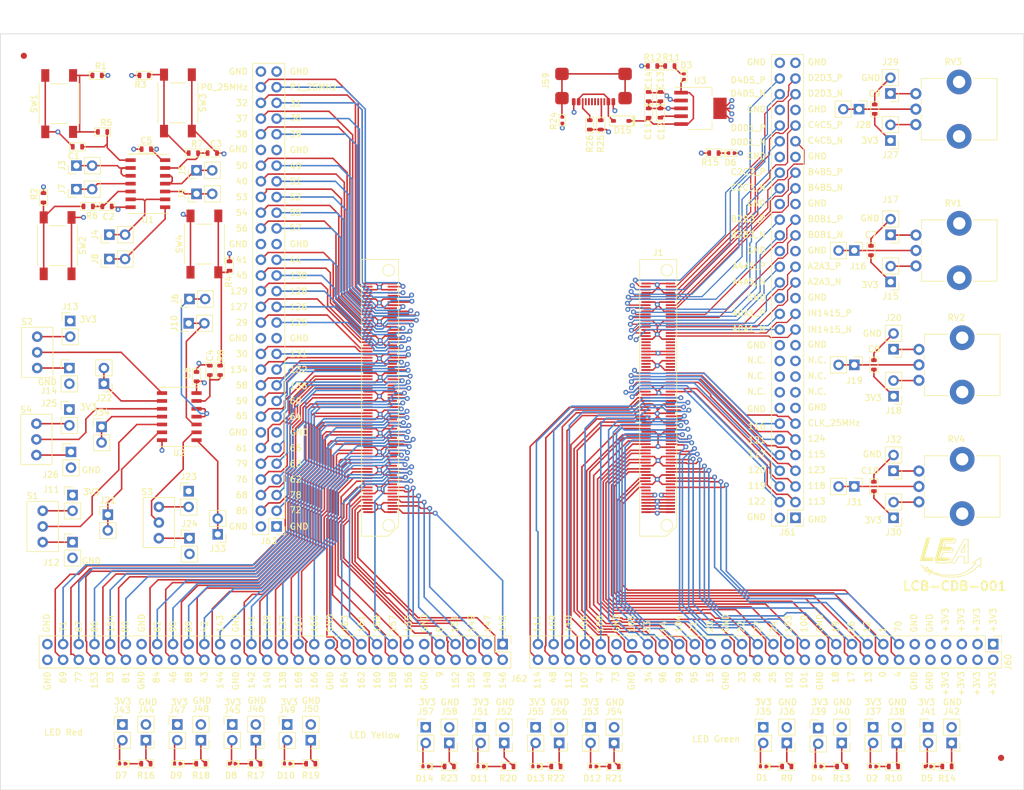
<source format=kicad_pcb>
(kicad_pcb (version 20211014) (generator pcbnew)
  (layers (0 "F.Cu" signal) (1 "In1.Cu" signal) (2 "In2.Cu" signal) (31 "B.Cu" signal) (34 "B.Paste" user) (35 "F.Paste" user) (36 "B.SilkS" user "B.Silkscreen") (37 "F.SilkS" user "F.Silkscreen") (38 "B.Mask" user) (39 "F.Mask" user) (44 "Edge.Cuts" user))
  (net 0 "")
  (net 1 "Net-(C1-Pad1)")
  (net 2 "Net-(C2-Pad1)")
  (net 3 "Net-(D1-PadC)")
  (net 4 "+5V_LV")
  (net 5 "Net-(D2-PadC)")
  (net 6 "Net-(C12-Pad1)")
  (net 7 "Net-(D3-PadC)")
  (net 8 "Net-(C3-Pad1)")
  (net 9 "Net-(C4-Pad1)")
  (net 10 "Net-(D5-PadC)")
  (net 11 "Net-(D2-PadA)")
  (net 12 "Net-(D5-PadA)")
  (net 13 "Net-(D9-PadC)")
  (net 14 "Net-(D1-PadA)")
  (net 15 "Net-(J7-Pad1)")
  (net 16 "Net-(J11-Pad2)")
  (net 17 "GND")
  (net 18 "FreePin1")
  (net 19 "FreePin2")
  (net 20 "MCAN_RX|GPIO70")
  (net 21 "MCAN_TX|GPIO4")
  (net 22 "I2CA_SCL|GPIO1")
  (net 23 "I2CA_SDA|GPIO0")
  (net 24 "SCIC_TX|GPIO12")
  (net 25 "SCIC_RX|GPIO13")
  (net 26 "SPIA_MOSI|GPIO16")
  (net 27 "SPIA_MISO|GPIO17")
  (net 28 "SPIA_STEn|GPIO19")
  (net 29 "SPIA_CLK|GPIO18")
  (net 30 "SPIC_MOSI|GPIO100")
  (net 31 "SPIC_MISO|GPIO101")
  (net 32 "SPIC_STEn|GPIO103")
  (net 33 "SPIC_CLK|GPIO102")
  (net 34 "SPIB_MOSI|GPIO24")
  (net 35 "SPIB_MISO|GPIO25")
  (net 36 "SPIB_STEn|GPIO27")
  (net 37 "SPIB_CLK|GPIO26")
  (net 38 "SCIB_TX|GPIO22")
  (net 39 "SCIB_RX|GPIO23")
  (net 40 "GPIO20_nErr1")
  (net 41 "GPIO15_Err1")
  (net 42 "GPIO21_nErr2")
  (net 43 "GPIO95_Err2")
  (net 44 "GPIO104_nErr3")
  (net 45 "GPIO99_Err3")
  (net 46 "GPIO14_nErr4")
  (net 47 "GPIO96_Err4")
  (net 48 "GPIO33")
  (net 49 "GPIO34")
  (net 50 "ENET_MDIO_CLK|GPIO105")
  (net 51 "ENET_RMII_CLK|GPIO73")
  (net 52 "ENET_MII_INTR|GPIO108")
  (net 53 "ENET_PPSO|GPIO47")
  (net 54 "ENET_MDIO_DATA|GPIO106")
  (net 55 "ENET_REVMII_MDIO_RST|GPIO107")
  (net 56 "ENET_MII_COL|GPIO110")
  (net 57 "ENET_MII_CRS|GPIO109")
  (net 58 "ENET_MII_RX_CLK|GPIO111")
  (net 59 "ENET_MII_RX_Data0|GPIO114")
  (net 60 "ENET_MII_RX_ERR|GPIO113")
  (net 61 "ENET_MII_TX_Data1|GPIO122")
  (net 62 "ENET_MII_TX_EN|GPIO118")
  (net 63 "ENET_MII_TX_ERR|GPIO119")
  (net 64 "ENET_MII_TX_Data2|GPIO123")
  (net 65 "ENET_MII_TX_CLK|GPIO120")
  (net 66 "ENET_MII_RX_Data1|GPIO115")
  (net 67 "ENET_MII_RX_Data3|GPIO117")
  (net 68 "ENET_MII_TX_Data3|GPIO124")
  (net 69 "ENET_MII_TX_Data0|GPIO121")
  (net 70 "ENET_CLK_25MHz")
  (net 71 "ENET_MII_RX_Data2|GPIO116")
  (net 72 "FreePin3")
  (net 73 "FreePin4")
  (net 74 "FreePin5")
  (net 75 "FreePin6")
  (net 76 "FreePin7")
  (net 77 "FreePin8")
  (net 84 "+3V3")
  (net 85 "ADC_IN1415_N")
  (net 86 "ADC_A0A1_N")
  (net 87 "ADC_IN1415_P")
  (net 88 "ADC_A0A1_P")
  (net 89 "ADC_A2A3_N")
  (net 90 "ADC_A4A5_N")
  (net 91 "ADC_A2A3_P")
  (net 92 "ADC_A4A5_P")
  (net 93 "ADC_B0B1_N")
  (net 94 "ADC_B2B3_N")
  (net 95 "ADC_B0B1_P")
  (net 96 "ADC_B2B3_P")
  (net 97 "ADC_B4B5_N")
  (net 98 "ADC_C2C3_N")
  (net 99 "ADC_B4B5_P")
  (net 100 "ADC_C2C3_P")
  (net 101 "ADC_C4C5_N")
  (net 102 "ADC_D0D1_N")
  (net 103 "ADC_C4C5_P")
  (net 104 "ADC_D0D1_P")
  (net 105 "ADC_D2D3_N")
  (net 106 "ADC_D4D5_N")
  (net 107 "ADC_D2D3_P")
  (net 108 "ADC_D4D5_P")
  (net 109 "EPWM1A|GPIO145")
  (net 110 "EPWM1B|GPIO146")
  (net 111 "EPWM2A|GPIO147")
  (net 112 "EPWM2B|GPIO148")
  (net 113 "EPWM3A|PGIO149")
  (net 114 "EPWM3B|GPIO150")
  (net 115 "EPWM4A|GPIO151")
  (net 116 "EPWM4B|GPIO152")
  (net 117 "EPWM5A|GPIO8")
  (net 118 "EPWM5B|GPIO9")
  (net 119 "EPWM6A|GPIO155")
  (net 120 "EPWM6B|GPIO156")
  (net 121 "EPWM7A|GPIO157")
  (net 122 "EPWM7B|GPIO158")
  (net 123 "EPWM8A|GPIO159")
  (net 124 "EPWM8B|GPIO160")
  (net 125 "EPWM9A|GPIO161")
  (net 126 "EPWM9B|GPIO162")
  (net 127 "EPWM10A|GPIO163")
  (net 128 "EPWM10B|GPIO164")
  (net 129 "EPWM11A|GPIO165")
  (net 130 "EPWM11B|GPIO166")
  (net 131 "EPWM12A|GPIO167")
  (net 132 "EPWM12B|GPIO168")
  (net 133 "EPWM13A|GPIO137")
  (net 134 "EPWM13B|GPIO138")
  (net 135 "EPWM14A|GPIO139")
  (net 136 "EPWM14B|GPIO140")
  (net 137 "EPWM15A|GPIO141")
  (net 138 "EPWM15B|GPIO142")
  (net 139 "EPWM16A|GPIO143")
  (net 140 "EPWM16B|GPIO144")
  (net 141 "UARTA_TX|GPIO42")
  (net 142 "UARTA_RX|GPIO43")
  (net 143 "ESC_TX0_DATA2|GPIO89")
  (net 144 "ESC_TX0_DATA1|GPIO88")
  (net 145 "ESC_TX0_DATA3|GPIO90")
  (net 146 "ESC_MDIO_CLK|GPIO46")
  (net 147 "ESC_RX0_DATA2|GPIO82")
  (net 148 "ESC_TX0_ENA|GPIO84")
  (net 149 "ESC_RX0_DATA0|GPIO80")
  (net 150 "ESC_RX0_DATA1|GPIO81")
  (net 151 "ESC_PHY_CLK|GPIO154")
  (net 152 "ESC_RX0_DATA3|GPIO83")
  (net 153 "ESC_PHY0_LINKSTATUS|GPIO86")
  (net 154 "ESC_MDIO_DATA|GPIO153")
  (net 155 "ESC_TX0_DATA0|GPIO87")
  (net 156 "ESC_RX0_CLK|GPIO77")
  (net 157 "ESC_RX1_ERR|GPIO71")
  (net 158 "ESC_RX1_CLK|GPIO69")
  (net 159 "ESC_TX1_DATA3|GPIO72")
  (net 160 "ESC_TX0_CLK|GPIO85")
  (net 161 "ESC_RX0_DV|GPIO78")
  (net 162 "ESC_PHY1_LINKSTATUS|GPIO68")
  (net 163 "ESC_LED_STATE_RUN|GPIO62")
  (net 164 "ESC_PHY_RESETn|GPIO76")
  (net 165 "ESC_RX1_DATA0|GPIO63")
  (net 166 "ESC_RX0_ERR|GPIO79")
  (net 167 "ESC_RX1_DATA3|GPIO66")
  (net 168 "ESC_LED_RUN|GPIO61")
  (net 169 "ESC_RX1_DATA1|GPIO64")
  (net 170 "ESC_RX1_DATA2|GPIO65")
  (net 171 "ESC_LED_ERR|GPIO60")
  (net 172 "ESC_LED_LINK1_ACTIVE|GPIO59")
  (net 173 "ESC_RX1_DV|GPIO136")
  (net 174 "ESC_LED_LINK0_ACTIVE|GPIO58")
  (net 175 "ESC_TX1_DATA1|GPIO132")
  (net 176 "ESC_TX1_DATA2|GPIO134")
  (net 177 "ESC_TX1_DATA0|GPIO131")
  (net 178 "ESC_I2C_SCL|GPIO30")
  (net 179 "ESC_LATCH0|GPIO125")
  (net 180 "ESC_I2C_SDA|GPIO29")
  (net 181 "ESC_LATCH1|GPIO126")
  (net 182 "ESC_SYNC0|GPIO127")
  (net 183 "ESC_SYNC1|GPIO128")
  (net 184 "ESC_TX1_ENA|GPIO129")
  (net 185 "ESC_TX1_CLK|GPIO130")
  (net 186 "GPIO45")
  (net 187 "GPIO44")
  (net 188 "GPIO41")
  (net 189 "SSIA_FSS|GPIO57")
  (net 190 "SSIA_CLK|GPIO56")
  (net 191 "SSIA_RX|GPIO55")
  (net 192 "SSIA_TX|GPIO54")
  (net 193 "GPIO52")
  (net 194 "GPIO53")
  (net 195 "GPIO51")
  (net 196 "GPIO40")
  (net 197 "GPIO49")
  (net 198 "GPIO50")
  (net 199 "CANB_RX|GPIO39")
  (net 200 "CANB_TX|GPIO38")
  (net 201 "CANA_RX|GPIO36")
  (net 202 "CANA_TX|GPIO37")
  (net 203 "CM-I2CA_SDA|GPIO31")
  (net 204 "CM-I2CA_SCL|GPIO32")
  (net 205 "P1_CLK_25MHz")
  (net 206 "P0_CLK_25MHz")
  (net 207 "Net-(J12-Pad1)")
  (net 208 "Net-(J15-Pad2)")
  (net 209 "Net-(J16-Pad1)")
  (net 210 "Net-(J18-Pad2)")
  (net 211 "Net-(J19-Pad1)")
  (net 212 "Net-(J27-Pad2)")
  (net 213 "Net-(J28-Pad1)")
  (net 214 "Net-(J30-Pad2)")
  (net 215 "Net-(J31-Pad1)")
  (net 216 "Net-(J33-Pad1)")
  (net 217 "Net-(J48-Pad1)")
  (net 218 "Net-(J50-Pad1)")
  (net 219 "Net-(J52-Pad1)")
  (net 220 "Net-(J54-Pad1)")
  (net 221 "Net-(J56-Pad1)")
  (net 222 "Net-(R1-Pad1)")
  (net 223 "Net-(J58-Pad1)")
  (net 224 "Net-(J59-PadA5)")
  (net 228 "Net-(J59-PadB5)")
  (net 232 "Net-(J59-PadS)")
  (net 233 "Net-(D4-PadA)")
  (net 234 "Net-(D4-PadC)")
  (net 235 "Net-(R2-Pad1)")
  (net 236 "Net-(D6-PadC)")
  (net 237 "Net-(D7-PadA)")
  (net 238 "Net-(D7-PadC)")
  (net 239 "Net-(D8-PadA)")
  (net 240 "Net-(D8-PadC)")
  (net 241 "Net-(D9-PadA)")
  (net 242 "Net-(D10-PadA)")
  (net 243 "Net-(D10-PadC)")
  (net 244 "Net-(D11-PadA)")
  (net 245 "Net-(D11-PadC)")
  (net 246 "Net-(D12-PadA)")
  (net 247 "Net-(D12-PadC)")
  (net 248 "Net-(D13-PadA)")
  (net 249 "Net-(D13-PadC)")
  (net 250 "Net-(D14-PadA)")
  (net 251 "Net-(D14-PadC)")
  (net 252 "Net-(D15-PadA)")
  (net 253 "Net-(R3-Pad1)")
  (net 254 "Net-(J3-Pad1)")
  (net 255 "Net-(J4-Pad1)")
  (net 256 "Net-(J5-Pad1)")
  (net 257 "Net-(J6-Pad1)")
  (net 258 "Net-(R4-Pad1)")
  (net 259 "Net-(J8-Pad1)")
  (net 260 "Net-(J9-Pad1)")
  (net 261 "Net-(J10-Pad1)")
  (net 262 "Net-(R11-Pad2)")
  (net 263 "Net-(J13-Pad2)")
  (net 264 "Net-(J14-Pad1)")
  (net 267 "Net-(J17-Pad1)")
  (net 270 "Net-(J20-Pad1)")
  (net 271 "Net-(J21-Pad1)")
  (net 272 "Net-(J22-Pad1)")
  (net 273 "Net-(J23-Pad2)")
  (net 274 "Net-(J24-Pad1)")
  (net 275 "Net-(J25-Pad2)")
  (net 276 "Net-(J26-Pad1)")
  (net 279 "Net-(J29-Pad1)")
  (net 280 "Net-(J32-Pad1)")
  (net 281 "Net-(J34-Pad1)")
  (net 282 "Net-(J36-Pad1)")
  (net 283 "Net-(J38-Pad1)")
  (net 284 "Net-(J40-Pad1)")
  (net 285 "Net-(J42-Pad1)")
  (net 286 "Net-(J44-Pad1)")
  (net 287 "Net-(J46-Pad1)")
  (net 288 "Net-(S1-Pad2)")
  (net 289 "Net-(S3-Pad2)")
  (net 290 "ENET_MII_RX_DV|GPIO112")
  (net 291 "Net-(S2-Pad2)")
  (net 292 "Net-(S4-Pad2)")
  (net 293 "ENET_PPS1|GPIO48")
  (footprint "LEA_FootprintLibrary:R_0603" (layer "F.Cu") (at 42.073 21.463 180)
    (fp_text reference "R3")
    (fp_text value "100k" hide)
  )
  (footprint "LEA_FootprintLibrary:PinHeader_1x02_P2.54mm_Vertical" (layer "F.Cu") (at 172.72 129.54 180)
    (fp_text reference "J42")
    (fp_text value "Conn_01x02")
  )
  (footprint "LEA_FootprintLibrary:USB_C_GCT_USB4110-GF-A" (layer "F.Cu") (at 114.778 25.721 180)
    (fp_text reference "J59")
    (fp_text value "USBC_GTC_USB4110-GF-A" hide)
  )
  (footprint "LEA_FootprintLibrary:C_0603" (layer "F.Cu") (at 160.279 26.924 90)
    (fp_text reference "C9")
    (fp_text value "100n" hide)
  )
  (footprint "LEA_FootprintLibrary:PinHeader_1x02_P2.54mm_Vertical" (layer "F.Cu") (at 146.05 129.54 180)
    (fp_text reference "J36")
    (fp_text value "Conn_01x02")
  )
  (footprint "LEA_FootprintLibrary:R_0603" (layer "F.Cu") (at 171.97 133.35)
    (fp_text reference "R14")
    (fp_text value "600" hide)
  )
  (footprint "LEA_FootprintLibrary:LED_0402" (layer "F.Cu") (at 38.55 132.9 180)
    (fp_text reference "D7")
    (fp_text value "LED_SML-P11UTT86R" hide)
  )
  (footprint "LEA_FootprintLibrary:PinHeader_1x02_P2.54mm_Vertical" (layer "F.Cu") (at 36.444 47.244 90)
    (fp_text reference "J4")
    (fp_text value "Conn_01x02")
  )
  (footprint "LEA_FootprintLibrary:R_0603" (layer "F.Cu") (at 34.465 21.463)
    (fp_text reference "R1")
    (fp_text value "100k" hide)
  )
  (footprint "LEA_FootprintLibrary:R_0603" (layer "F.Cu") (at 146.05 133.35)
    (fp_text reference "R9")
    (fp_text value "600" hide)
  )
  (footprint "LEA_FootprintLibrary:SW_2MS1T1B1M2QES" (layer "F.Cu") (at 24.638 77.851 -90)
    (fp_text reference "S4")
    (fp_text value "SW_2MS1T1B1M2QES")
  )
  (footprint "LEA_FootprintLibrary:PinHeader_1x02_P2.54mm_Vertical" (layer "F.Cu") (at 162.819 24.384 180)
    (fp_text reference "J29")
    (fp_text value "Conn_01x02")
  )
  (footprint "LEA_FootprintLibrary:LED_0402" (layer "F.Cu") (at 114.75 133.35 180)
    (fp_text reference "D12")
    (fp_text value "LED_SML-P11YTT86R" hide)
  )
  (footprint "LEA_FootprintLibrary:PinHeader_1x02_P2.54mm_Vertical" (layer "F.Cu") (at 50.546 40.64 90)
    (fp_text reference "J9")
    (fp_text value "Conn_01x02")
  )
  (footprint "LEA_FootprintLibrary:R_0603" (layer "F.Cu") (at 115.951 29.476 -90)
    (fp_text reference "R25")
    (fp_text value "5k" hide)
  )
  (footprint "LEA_FootprintLibrary:PinHeader_1x02_P2.54mm_Vertical" (layer "F.Cu") (at 56.33 126.55)
    (fp_text reference "J45")
    (fp_text value "Conn_01x02")
  )
  (footprint "LEA_FootprintLibrary:PinHeader_1x02_P2.54mm_Vertical" (layer "F.Cu") (at 30.48 89.408)
    (fp_text reference "J11")
    (fp_text value "Conn_01x02")
  )
  (footprint "LEA_FootprintLibrary:C_0603" (layer "F.Cu") (at 123.698 27.559 90)
    (fp_text reference "C11")
    (fp_text value "10u" hide)
  )
  (footprint "LEA_FootprintLibrary:PinHeader_1x02_P2.54mm_Vertical" (layer "F.Cu") (at 160.02 127)
    (fp_text reference "J37")
    (fp_text value "Conn_01x02")
  )
  (footprint "LEA_FootprintLibrary:Fiducials_Optional" (layer "F.Cu") (at 180.721 131.953)
    (fp_text reference "O3" hide)
    (fp_text value "Fiducial_Optional" hide)
  )
  (footprint "LEA_FootprintLibrary:PinHeader_1x02_P2.54mm_Vertical" (layer "F.Cu") (at 163.83 129.54 180)
    (fp_text reference "J38")
    (fp_text value "Conn_01x02")
  )
  (footprint "LEA_FootprintLibrary:SOIC-14" (layer "F.Cu") (at 42.672 38.989 -90)
    (fp_text reference "U1")
    (fp_text value "MC74HC14ADG" hide)
  )
  (footprint "LEA_FootprintLibrary:R_0603" (layer "F.Cu") (at 154.94 133.35)
    (fp_text reference "R13")
    (fp_text value "600" hide)
  )
  (footprint "LEA_FootprintLibrary:PinHeader_1x02_P2.54mm_Vertical" (layer "F.Cu") (at 87.63 127)
    (fp_text reference "J57")
    (fp_text value "Conn_01x02")
  )
  (footprint "LEA_FootprintLibrary:R_0603" (layer "F.Cu") (at 51.25 132.9)
    (fp_text reference "R18")
    (fp_text value "600" hide)
  )
  (footprint "LEA_FootprintLibrary:PinHeader_1x02_P2.54mm_Vertical" (layer "F.Cu") (at 51.25 129.09 180)
    (fp_text reference "J48")
    (fp_text value "Conn_01x02")
  )
  (footprint "LEA_FootprintLibrary:PinHeader_2x30_P2.54mm_Vertical" (layer "F.Cu") (at 147.452 93.086 180)
    (fp_text reference "J61")
    (fp_text value "Conn_02x30_Row_Letter_Last")
  )
  (footprint "LEA_FootprintLibrary:SW_2MS1T1B1M2QES" (layer "F.Cu") (at 24.765 63.759 -90)
    (fp_text reference "S2")
    (fp_text value "SW_2MS1T1B1M2QES")
  )
  (footprint "LEA_FootprintLibrary:lea_logo" (layer "F.Cu") (at 171.831 98.044)
    (fp_text reference "O1" hide)
    (fp_text value "LEA_Logo")
  )
  (footprint "LEA_FootprintLibrary:R_0603" (layer "F.Cu") (at 55.88 52.324 90)
    (fp_text reference "R4")
    (fp_text value "100k" hide)
  )
  (footprint "LEA_FootprintLibrary:SW_Push" (layer "F.Cu") (at 51.816 48.768 90)
    (fp_text reference "SW4")
    (fp_text value "SW_Push")
  )
  (footprint "LEA_FootprintLibrary:PinHeader_1x02_P2.54mm_Vertical" (layer "F.Cu") (at 49.276 88.773)
    (fp_text reference "J23")
    (fp_text value "Conn_01x02")
  )
  (footprint "LEA_FootprintLibrary:PinHeader_1x02_P2.54mm_Vertical" (layer "F.Cu") (at 109.22 129.54 180)
    (fp_text reference "J56")
    (fp_text value "Conn_01x02")
  )
  (footprint "LEA_FootprintLibrary:PinHeader_1x02_P2.54mm_Vertical" (layer "F.Cu") (at 49.276 61.595 90)
    (fp_text reference "J10")
    (fp_text value "Conn_01x02")
  )
  (footprint "LEA_FootprintLibrary:C_0603" (layer "F.Cu") (at 50.546 70.231 90)
    (fp_text reference "C6")
    (fp_text value "100n" hide)
  )
  (footprint "LEA_FootprintLibrary:Potentiometer_Bourns_PTV09A-1_Single_Vertical" (layer "F.Cu") (at 166.95575 52.311)
    (fp_text reference "RV1")
    (fp_text value "10k")
  )
  (footprint "LEA_FootprintLibrary:PinHeader_2x30_P2.54mm_Vertical" (layer "F.Cu") (at 63.5 94.488 180)
    (fp_text reference "J63")
    (fp_text value "Conn_02x30_Row_Letter_Last")
  )
  (footprint "LEA_FootprintLibrary:PinHeader_1x02_P2.54mm_Vertical" (layer "F.Cu") (at 29.972 68.839)
    (fp_text reference "J14")
    (fp_text value "Conn_01x02")
  )
  (footprint "LEA_FootprintLibrary:C_0603" (layer "F.Cu") (at 53.098 34.036)
    (fp_text reference "C3")
    (fp_text value "100n" hide)
  )
  (footprint "LEA_FootprintLibrary:LED_0402" (layer "F.Cu") (at 65.22 132.9 180)
    (fp_text reference "D10")
    (fp_text value "LED_SML-P11UTT86R" hide)
  )
  (footprint "LEA_FootprintLibrary:PinHeader_1x02_P2.54mm_Vertical" (layer "F.Cu") (at 163.322 65.786 180)
    (fp_text reference "J20")
    (fp_text value "Conn_01x02")
  )
  (footprint "LEA_FootprintLibrary:LED_0402" (layer "F.Cu") (at 168.91 133.35 180)
    (fp_text reference "D5")
    (fp_text value "LED_SML-P11MTT86R" hide)
  )
  (footprint "LEA_FootprintLibrary:PinHeader_1x02_P2.54mm_Vertical" (layer "F.Cu") (at 30.226 82.423)
    (fp_text reference "J26")
    (fp_text value "Conn_01x02")
  )
  (footprint "LEA_FootprintLibrary:PinHeader_1x02_P2.54mm_Vertical" (layer "F.Cu") (at 42.36 129.09 180)
    (fp_text reference "J44")
    (fp_text value "Conn_01x02")
  )
  (footprint "LEA_FootprintLibrary:PinHeader_1x02_P2.54mm_Vertical" (layer "F.Cu") (at 49.403 57.658 90)
    (fp_text reference "J6")
    (fp_text value "Conn_01x02")
  )
  (footprint "LEA_FootprintLibrary:R_0603" (layer "F.Cu") (at 124.333 19.939 180)
    (fp_text reference "R12")
    (fp_text value "600" hide)
  )
  (footprint "LEA_FootprintLibrary:LED_0402" (layer "F.Cu") (at 56.33 132.9 180)
    (fp_text reference "D8")
    (fp_text value "LED_SML-P11UTT86R" hide)
  )
  (footprint "LEA_FootprintLibrary:PinHeader_1x02_P2.54mm_Vertical" (layer "F.Cu") (at 162.819 32.004 180)
    (fp_text reference "J27")
    (fp_text value "Conn_01x02")
  )
  (footprint "LEA_FootprintLibrary:PinHeader_1x02_P2.54mm_Vertical" (layer "F.Cu") (at 36.444 51.181 90)
    (fp_text reference "J8")
    (fp_text value "Conn_01x02")
  )
  (footprint "LEA_FootprintLibrary:LCB_connector_top" (layer "F.Cu") (at 125.243 73.66 -90)
    (fp_text reference "J1")
    (fp_text value "LCB_connector_top" hide)
  )
  (footprint "LEA_FootprintLibrary:C_0603" (layer "F.Cu") (at 42.418 33.401 180)
    (fp_text reference "C5")
    (fp_text value "100n" hide)
  )
  (footprint "LEA_FootprintLibrary:R_0603" (layer "F.Cu") (at 54.356 69.203 -90)
    (fp_text reference "R8")
    (fp_text value "100" hide)
  )
  (footprint "LEA_FootprintLibrary:PinHeader_1x02_P2.54mm_Vertical" (layer "F.Cu") (at 156.972 68.326 -90)
    (fp_text reference "J19")
    (fp_text value "Conn_01x02")
  )
  (footprint "LEA_FootprintLibrary:PinHeader_1x02_P2.54mm_Vertical" (layer "F.Cu") (at 142.24 127)
    (fp_text reference "J35")
    (fp_text value "Conn_01x02")
  )
  (footprint "LEA_FootprintLibrary:LED_0402" (layer "F.Cu") (at 151.13 133.35 180)
    (fp_text reference "D4")
    (fp_text value "LED_SML-P11MTT86R" hide)
  )
  (footprint "LEA_FootprintLibrary:C_0603" (layer "F.Cu") (at 160.147 88.011 90)
    (fp_text reference "C10")
    (fp_text value "100n" hide)
  )
  (footprint "LEA_FootprintLibrary:PinHeader_1x02_P2.54mm_Vertical" (layer "F.Cu") (at 154.94 129.54 180)
    (fp_text reference "J40")
    (fp_text value "Conn_01x02")
  )
  (footprint "LEA_FootprintLibrary:PinHeader_1x02_P2.54mm_Vertical" (layer "F.Cu") (at 156.972 49.811 -90)
    (fp_text reference "J16")
    (fp_text value "Conn_01x02")
  )
  (footprint "LEA_FootprintLibrary:PinHeader_1x02_P2.54mm_Vertical" (layer "F.Cu") (at 114.3 127)
    (fp_text reference "J53")
    (fp_text value "Conn_01x02")
  )
  (footprint "LEA_FootprintLibrary:PinHeader_1x02_P2.54mm_Vertical" (layer "F.Cu") (at 29.972 75.565)
    (fp_text reference "J25")
    (fp_text value "Conn_01x02")
  )
  (footprint "LEA_FootprintLibrary:PinHeader_1x02_P2.54mm_Vertical" (layer "F.Cu") (at 50.546 36.83 90)
    (fp_text reference "J5")
    (fp_text value "Conn_01x02")
  )
  (footprint "LEA_FootprintLibrary:R_0603" (layer "F.Cu") (at 60.14 132.9)
    (fp_text reference "R17")
    (fp_text value "600" hide)
  )
  (footprint "LEA_FootprintLibrary:PinHeader_1x02_P2.54mm_Vertical" (layer "F.Cu") (at 49.403 96.393)
    (fp_text reference "J24")
    (fp_text value "Conn_01x02")
  )
  (footprint "LEA_FootprintLibrary:R_0603" (layer "F.Cu") (at 91.44 133.35)
    (fp_text reference "R23")
    (fp_text value "600" hide)
  )
  (footprint "LEA_FootprintLibrary:C_0603" (layer "F.Cu") (at 123.698 24.892 -90)
    (fp_text reference "C14")
    (fp_text value "10u" hide)
  )
  (footprint "LEA_FootprintLibrary:PinHeader_1x02_P2.54mm_Vertical" (layer "F.Cu") (at 30.48 97.028)
    (fp_text reference "J12")
    (fp_text value "Conn_01x02")
  )
  (footprint "LEA_FootprintLibrary:R_0603" (layer "F.Cu") (at 108.7 133.35)
    (fp_text reference "R22")
    (fp_text value "600" hide)
  )
  (footprint "LEA_FootprintLibrary:R_0402" (layer "F.Cu") (at 109.728 28.71 90)
    (fp_text reference "R24")
    (fp_text value "0R" hide)
  )
  (footprint "LEA_FootprintLibrary:PinHeader_1x02_P2.54mm_Vertical" (layer "F.Cu") (at 38.55 126.55)
    (fp_text reference "J43")
    (fp_text value "Conn_01x02")
  )
  (footprint "LEA_FootprintLibrary:SOD-323_Infineon" (layer "F.Cu") (at 119.253 28.829 180)
    (fp_text reference "D15")
    (fp_text value "BAS3010A03WE6327HTSA1" hide)
  )
  (footprint "LEA_FootprintLibrary:R_0603" (layer "F.Cu") (at 101.08 133.35)
    (fp_text reference "R20")
    (fp_text value "600" hide)
  )
  (footprint "LEA_FootprintLibrary:R_0603" (layer "F.Cu") (at 33.02 42.672)
    (fp_text reference "R6")
    (fp_text value "100" hide)
  )
  (footprint "LEA_FootprintLibrary:PinHeader_1x02_P2.54mm_Vertical" (layer "F.Cu") (at 69.03 129.09 180)
    (fp_text reference "J50")
    (fp_text value "Conn_01x02")
  )
  (footprint "LEA_FootprintLibrary:SOT-223-6_TI" (layer "F.Cu") (at 132.08 26.797)
    (fp_text reference "U3")
    (fp_text value "TPS73733DCQ")
  )
  (footprint "LEA_FootprintLibrary:PinHeader_1x02_P2.54mm_Vertical" (layer "F.Cu") (at 96.52 127)
    (fp_text reference "J51")
    (fp_text value "Conn_01x02")
  )
  (footprint "LEA_FootprintLibrary:R_0603" (layer "F.Cu") (at 25.781 41.275 90)
    (fp_text reference "R2")
    (fp_text value "100k" hide)
  )
  (footprint "LEA_FootprintLibrary:SW_2MS1T1B1M2QES" (layer "F.Cu") (at 25.654 91.948 -90)
    (fp_text reference "S1")
    (fp_text value "SW_2MS1T1B1M2QES")
  )
  (footprint "LEA_FootprintLibrary:SW_Push" (layer "F.Cu") (at 47.534 25.908 -90)
    (fp_text reference "SW3")
    (fp_text value "SW_Push")
  )
  (footprint "LEA_FootprintLibrary:PinHeader_1x02_P2.54mm_Vertical" (layer "F.Cu") (at 105.41 127)
    (fp_text reference "J55")
    (fp_text value "Conn_01x02")
  )
  (footprint "LEA_FootprintLibrary:Potentiometer_Bourns_PTV09A-1_Single_Vertical" (layer "F.Cu") (at 167.432 70.826)
    (fp_text reference "RV2")
    (fp_text value "10k")
  )
  (footprint "LEA_FootprintLibrary:SW_Push" (layer "F.Cu") (at 28.067 49.022 -90)
    (fp_text reference "SW2")
    (fp_text value "SW_Push")
  )
  (footprint "LEA_FootprintLibrary:PinHeader_1x02_P2.54mm_Vertical" (layer "F.Cu") (at 156.972 88.011 -90)
    (fp_text reference "J31")
    (fp_text value "Conn_01x02")
  )
  (footprint "LEA_FootprintLibrary:PinHeader_1x02_P2.54mm_Vertical" (layer "F.Cu") (at 163.322 85.471 180)
    (fp_text reference "J32")
    (fp_text value "Conn_01x02")
  )
  (footprint "LEA_FootprintLibrary:SW_Push" (layer "F.Cu") (at 28.321 26.035 90)
    (fp_text reference "SW1")
    (fp_text value "SW_Push")
  )
  (footprint "LEA_FootprintLibrary:PinHeader_1x02_P2.54mm_Vertical" (layer "F.Cu") (at 53.975 95.758 180)
    (fp_text reference "J33")
    (fp_text value "Conn_01x02")
  )
  (footprint "LEA_FootprintLibrary:C_0603" (layer "F.Cu") (at 36.068 42.672)
    (fp_text reference "C2")
    (fp_text value "100n" hide)
  )
  (footprint "LEA_FootprintLibrary:LED_0402" (layer "F.Cu") (at 105.41 133.35 180)
    (fp_text reference "D13")
    (fp_text value "LED_SML-P11YTT86R" hide)
  )
  (footprint "LEA_FootprintLibrary:SOIC-14" (layer "F.Cu") (at 47.752 76.708 -90)
    (fp_text reference "U2")
    (fp_text value "MC74HC14ADG" hide)
  )
  (footprint "LEA_FootprintLibrary:PinHeader_1x02_P2.54mm_Vertical" (layer "F.Cu") (at 65.22 126.55)
    (fp_text reference "J49")
    (fp_text value "Conn_01x02")
  )
  (footprint "LEA_FootprintLibrary:C_0603" (layer "F.Cu") (at 125.603 27.559 90)
    (fp_text reference "C12")
    (fp_text value "10n" hide)
  )
  (footprint "LEA_FootprintLibrary:C_0603" (layer "F.Cu") (at 159.67075 49.811 90)
    (fp_text reference "C7")
    (fp_text value "100n" hide)
  )
  (footprint "LEA_FootprintLibrary:C_0603" (layer "F.Cu") (at 160.147 68.326 90)
    (fp_text reference "C8")
    (fp_text value "100n" hide)
  )
  (footprint "LEA_FootprintLibrary:PinHeader_2x30_P2.54mm_Vertical" (layer "F.Cu") (at 100.076 113.538 -90)
    (fp_text reference "J62")
    (fp_text value "Conn_02x30_Row_Letter_Last")
  )
  (footprint "LEA_FootprintLibrary:LED_0402" (layer "F.Cu") (at 87.63 133.35 180)
    (fp_text reference "D14")
    (fp_text value "LED_SML-P11YTT86R" hide)
  )
  (footprint "LEA_FootprintLibrary:PinHeader_1x02_P2.54mm_Vertical" (layer "F.Cu") (at 31.115 36.068 90)
    (fp_text reference "J3")
    (fp_text value "Conn_01x02")
  )
  (footprint "LEA_FootprintLibrary:PinHeader_1x02_P2.54mm_Vertical" (layer "F.Cu") (at 162.84575 47.271 180)
    (fp_text reference "J17")
    (fp_text value "Conn_01x02")
  )
  (footprint "LEA_FootprintLibrary:R_0603" (layer "F.Cu") (at 118.11 133.35)
    (fp_text reference "R21")
    (fp_text value "600" hide)
  )
  (footprint "LEA_FootprintLibrary:PinHeader_1x02_P2.54mm_Vertical" (layer "F.Cu") (at 163.322 93.091 180)
    (fp_text reference "J30")
    (fp_text value "Conn_01x02")
  )
  (footprint "LEA_FootprintLibrary:R_0603" (layer "F.Cu") (at 127.127 19.939 180)
    (fp_text reference "R11")
    (fp_text value "600" hide)
  )
  (footprint "LEA_FootprintLibrary:PinHeader_1x02_P2.54mm_Vertical" (layer "F.Cu") (at 162.84575 54.891 180)
    (fp_text reference "J15")
    (fp_text value "Conn_01x02")
  )
  (footprint "LEA_FootprintLibrary:LED_0402" (layer "F.Cu") (at 47.44 132.9 180)
    (fp_text reference "D9")
    (fp_text value "LED_SML-P11UTT86R" hide)
  )
  (footprint "LEA_FootprintLibrary:PinHeader_1x02_P2.54mm_Vertical" (layer "F.Cu") (at 157.739 26.924 -90)
    (fp_text reference "J28")
    (fp_text value "Conn_01x02")
  )
  (footprint "LEA_FootprintLibrary:PinHeader_1x02_P2.54mm_Vertical" (layer "F.Cu") (at 60.14 129.09 180)
    (fp_text reference "J46")
    (fp_text value "Conn_01x02")
  )
  (footprint "LEA_FootprintLibrary:C_0603" (layer "F.Cu") (at 52.705 69.215 90)
    (fp_text reference "C4")
    (fp_text value "100n" hide)
  )
  (footprint "LEA_FootprintLibrary:PinHeader_1x02_P2.54mm_Vertical" (layer "F.Cu") (at 100.33 129.54 180)
    (fp_text reference "J52")
    (fp_text value "Conn_01x02")
  )
  (footprint "LEA_FootprintLibrary:PinHeader_1x02_P2.54mm_Vertical" (layer "F.Cu") (at 36.195 92.583)
    (fp_text reference "J21")
    (fp_text value "Conn_01x02")
  )
  (footprint "LEA_FootprintLibrary:R_0603" (layer "F.Cu") (at 42.36 132.9)
    (fp_text reference "R16")
    (fp_text value "600" hide)
  )
  (footprint "LEA_FootprintLibrary:LED_0402" (layer "F.Cu") (at 96.52 133.35 180)
    (fp_text reference "D11")
    (fp_text value "LED_SML-P11YTT86R" hide)
  )
  (footprint "LEA_FootprintLibrary:PinHeader_1x02_P2.54mm_Vertical" (layer "F.Cu") (at 168.91 127)
    (fp_text reference "J41")
    (fp_text value "Conn_01x02")
  )
  (footprint "LEA_FootprintLibrary:C_0603" (layer "F.Cu") (at 31.278 33.02 180)
    (fp_text reference "C1")
    (fp_text value "100n" hide)
  )
  (footprint "LEA_FootprintLibrary:LED_0402" (layer "F.Cu") (at 142.24 133.35 180)
    (fp_text reference "D1")
    (fp_text value "LED_SML-P11MTT86R" hide)
  )
  (footprint "LEA_FootprintLibrary:Potentiometer_Bourns_PTV09A-1_Single_Vertical" (layer "F.Cu") (at 166.929 29.424)
    (fp_text reference "RV3")
    (fp_text value "10k")
  )
  (footprint "LEA_FootprintLibrary:LED_0402" (layer "F.Cu") (at 129.413 21.659 -90)
    (fp_text reference "D3")
    (fp_text value "LED_SML-P11MTT86R" hide)
  )
  (footprint "LEA_FootprintLibrary:R_0603" (layer "F.Cu") (at 35.342 30.607)
    (fp_text reference "R5")
    (fp_text value "100" hide)
  )
  (footprint "LEA_FootprintLibrary:PinHeader_1x02_P2.54mm_Vertical" (layer "F.Cu") (at 118.11 129.54 180)
    (fp_text reference "J54")
    (fp_text value "Conn_01x02")
  )
  (footprint "LEA_FootprintLibrary:R_0603" (layer "F.Cu") (at 134.25 34.036 180)
    (fp_text reference "R15")
    (fp_text value "600" hide)
  )
  (footprint "LEA_FootprintLibrary:PinHeader_1x02_P2.54mm_Vertical" (layer "F.Cu") (at 91.44 129.54 180)
    (fp_text reference "J58")
    (fp_text value "Conn_01x02")
  )
  (footprint "LEA_FootprintLibrary:R_0603" (layer "F.Cu") (at 50.038 34.036)
    (fp_text reference "R7")
    (fp_text value "100" hide)
  )
  (footprint "LEA_FootprintLibrary:C_0603" (layer "F.Cu") (at 125.603 24.892 -90)
    (fp_text reference "C13")
    (fp_text value "10u" hide)
  )
  (footprint "LEA_FootprintLibrary:PinHeader_2x30_P2.54mm_Vertical" (layer "F.Cu") (at 179.451 113.538 -90)
    (fp_text reference "J60")
    (fp_text value "Conn_02x30_Row_Letter_Last")
  )
  (footprint "LEA_FootprintLibrary:PinHeader_1x02_P2.54mm_Vertical" (layer "F.Cu") (at 31.11 39.878 90)
    (fp_text reference "J7")
    (fp_text value "Conn_01x02")
  )
  (footprint "LEA_FootprintLibrary:LED_0402" (layer "F.Cu") (at 137.102 34.036)
    (fp_text reference "D6")
    (fp_text value "LED_SML-P11MTT86R" hide)
  )
  (footprint "LEA_FootprintLibrary:PinHeader_1x02_P2.54mm_Vertical" (layer "F.Cu") (at 30.099 61.214)
    (fp_text reference "J13")
    (fp_text value "Conn_01x02")
  )
  (footprint "LEA_FootprintLibrary:PinHeader_1x02_P2.54mm_Vertical" (layer "F.Cu") (at 151.13 127.127)
    (fp_text reference "J39")
    (fp_text value "Conn_01x02")
  )
  (footprint "LEA_FootprintLibrary:R_0603" (layer "F.Cu") (at 163.31 133.35)
    (fp_text reference "R10")
    (fp_text value "600" hide)
  )
  (footprint "LEA_FootprintLibrary:Potentiometer_Bourns_PTV09A-1_Single_Vertical" (layer "F.Cu") (at 167.432 90.511)
    (fp_text reference "RV4")
    (fp_text value "10k")
  )
  (footprint "LEA_FootprintLibrary:PinHeader_1x02_P2.54mm_Vertical" (layer "F.Cu") (at 35.56 71.374 180)
    (fp_text reference "J22")
    (fp_text value "Conn_01x02")
  )
  (footprint "LEA_FootprintLibrary:SW_2MS1T1B1M2QES" (layer "F.Cu") (at 44.45 91.313 -90)
    (fp_text reference "S3")
    (fp_text value "SW_2MS1T1B1M2QES")
  )
  (footprint "LEA_FootprintLibrary:LED_0402" (layer "F.Cu") (at 160.02 133.35 180)
    (fp_text reference "D2")
    (fp_text value "LED_SML-P11MTT86R" hide)
  )
  (footprint "LEA_FootprintLibrary:PinHeader_1x02_P2.54mm_Vertical" (layer "F.Cu") (at 47.44 126.55)
    (fp_text reference "J47")
    (fp_text value "Conn_01x02")
  )
  (footprint "LEA_FootprintLibrary:Fiducials_Optional" (layer "F.Cu") (at 22.606 18.288)
    (fp_text reference "O2" hide)
    (fp_text value "Fiducial_Optional" hide)
  )
  (footprint "LEA_FootprintLibrary:PinHeader_1x02_P2.54mm_Vertical" (layer "F.Cu") (at 35.179 78.359)
    (fp_text reference "J34")
    (fp_text value "Conn_01x02")
  )
  (footprint "LEA_FootprintLibrary:R_0603" (layer "F.Cu") (at 69.03 132.9)
    (fp_text reference "R19")
    (fp_text value "600" hide)
  )
  (footprint "LEA_FootprintLibrary:PinHeader_1x02_P2.54mm_Vertical" (layer "F.Cu") (at 163.322 73.406 180)
    (fp_text reference "J18")
    (fp_text value "Conn_01x02")
  )
  (footprint "LEA_FootprintLibrary:R_0603" (layer "F.Cu") (at 114.173 29.476 -90)
    (fp_text reference "R26")
    (fp_text value "5k" hide)
  )
  (gr_line (start 18.796 14.732) (end 184.404 14.732) (layer "Edge.Cuts") (width 0.1))
  (gr_line (start 184.404 137.16) (end 184.404 14.732) (layer "Edge.Cuts") (width 0.1))
  (gr_line (start 18.796 137.16) (end 18.796 14.732) (layer "Edge.Cuts") (width 0.1))
  (gr_line (start 18.796 137.16) (end 184.404 137.16) (layer "Edge.Cuts") (width 0.1))
  (gr_text "IN1415_P" (at 149.352 59.944) (layer "F.SilkS") (effects (font (size 1 1)) (justify left)))
  (gr_text "1" (at 161.544 111.76 90) (layer "F.SilkS") (effects (font (size 1 1)) (justify left)))
  (gr_text "29" (at 58.928 61.468) (layer "F.SilkS") (effects (font (size 1 1)) (justify right)))
  (gr_text "60" (at 65.532 74.168) (layer "F.SilkS") (effects (font (size 1 1)) (justify left)))
  (gr_text "47" (at 115.824 117.856 90) (layer "F.SilkS") (effects (font (size 1 1)) (justify right)))
  (gr_text "130" (at 65.532 53.848) (layer "F.SilkS") (effects (font (size 1 1)) (justify left)))
  (gr_text "127" (at 58.928 58.928) (layer "F.SilkS") (effects (font (size 1 1)) (justify right)))
  (gr_text "GND" (at 149.352 75.184) (layer "F.SilkS") (effects (font (size 1 1)) (justify left)))
  (gr_text "GND" (at 142.748 65.151) (layer "F.SilkS") (effects (font (size 1 1)) (justify right)))
  (gr_text "GND" (at 142.748 42.164) (layer "F.SilkS") (effects (font (size 1 1)) (justify right)))
  (gr_text "17" (at 156.464 117.856 90) (layer "F.SilkS") (effects (font (size 1 1)) (justify right)))
  (gr_text "B2B3_P" (at 142.748 44.704) (layer "F.SilkS") (effects (font (size 1 1)) (justify right)))
  (gr_text "GND" (at 26.416 117.856 90) (layer "F.SilkS") (effects (font (size 1 1)) (justify right)))
  (gr_text "81" (at 39.116 117.856 90) (layer "F.SilkS") (effects (font (size 1 1)) (justify right)))
  (gr_text "56" (at 58.928 46.228) (layer "F.SilkS") (effects (font (size 1 1)) (justify right)))
  (gr_text "GND" (at 118.491 111.76 90) (layer "F.SilkS") (effects (font (size 1 1)) (justify left)))
  (gr_text "LED Red" (at 29.025 127.82) (layer "F.SilkS") (effects (font (size 1 1))))
  (gr_text "GND" (at 58.928 20.828) (layer "F.SilkS") (effects (font (size 1 1)) (justify right)))
  (gr_text "GND" (at 58.928 48.768) (layer "F.SilkS") (effects (font (size 1 1)) (justify right)))
  (gr_text "N.C." (at 142.748 70.104) (layer "F.SilkS") (effects (font (size 1 1)) (justify right)))
  (gr_text "156" (at 84.836 117.856 90) (layer "F.SilkS") (effects (font (size 1 1)) (justify right)))
  (gr_text "GND" (at 109.347 122.936) (layer "F.SilkS") (effects (font (size 1 1))))
  (gr_text "122" (at 142.748 90.424) (layer "F.SilkS") (effects (font (size 1 1)) (justify right)))
  (gr_text "+3V3" (at 171.704 117.856 90) (layer "F.SilkS") (effects (font (size 1 1)) (justify right)))
  (gr_text "40" (at 58.928 38.608) (layer "F.SilkS") (effects (font (size 1 1)) (justify right)))
  (gr_text "76" (at 58.928 86.868) (layer "F.SilkS") (effects (font (size 1 1)) (justify right)))
  (gr_text "GND" (at 146.177 122.936) (layer "F.SilkS") (effects (font (size 1 1))))
  (gr_text "58" (at 58.928 71.628) (layer "F.SilkS") (effects (font (size 1 1)) (justify right)))
  (gr_text "3V3" (at 114.3 122.936) (layer "F.SilkS") (effects (font (size 1 1))))
  (gr_text "3V3" (at 160.02 73.66) (layer "F.SilkS") (effects (font (size 1 1))))
  (gr_text "62" (at 65.532 86.868) (layer "F.SilkS") (effects (font (size 1 1)) (justify left)))
  (gr_text "A2A3_N" (at 149.352 54.864) (layer "F.SilkS") (effects (font (size 1 1)) (justify left)))
  (gr_text "90" (at 46.736 111.76 90) (layer "F.SilkS") (effects (font (size 1 1)) (justify left)))
  (gr_text "3V3" (at 87.884 122.936) (layer "F.SilkS") (effects (font (size 1 1))))
  (gr_text "GND" (at 142.748 49.784) (layer "F.SilkS") (effects (font (size 1 1)) (justify right)))
  (gr_text "151" (at 92.329 111.76 90) (layer "F.SilkS") (effects (font (size 1 1)) (justify left)))
  (gr_text "A2A3_P" (at 149.352 52.324) (layer "F.SilkS") (effects (font (size 1 1)) (justify left)))
  (gr_text "104" (at 128.524 111.76 90) (layer "F.SilkS") (effects (font (size 1 1)) (justify left)))
  (gr_text "37" (at 58.928 28.448) (layer "F.SilkS") (effects (font (size 1 1)) (justify right)))
  (gr_text "52" (at 65.532 41.148) (layer "F.SilkS") (effects (font (size 1 1)) (justify left)))
  (gr_text "13" (at 159.258 117.856 90) (layer "F.SilkS") (effects (font (size 1 1)) (justify right)))
  (gr_text "110" (at 110.744 111.76 90) (layer "F.SilkS") (effects (font (size 1 1)) (justify left)))
  (gr_text "+3V3" (at 174.244 117.856 90) (layer "F.SilkS") (effects (font (size 1 1)) (justify right)))
  (gr_text "82" (at 44.196 111.76 90) (layer "F.SilkS") (effects (font (size 1 1)) (justify left)))
  (gr_text "111" (at 105.664 111.76 90) (layer "F.SilkS") (effects (font (size 1 1)) (justify left)))
  (gr_text "19" (at 153.924 111.76 90) (layer "F.SilkS") (effects (font (size 1 1)) (justify left)))
  (gr_text "164" (at 74.422 117.856 90) (layer "F.SilkS") (effects (font (size 1 1)) (justify right)))
  (gr_text "3V3" (at 65.532 122.936) (layer "F.SilkS") (effects (font (size 1 1))))
  (gr_text "136" (at 65.532 71.755) (layer "F.SilkS") (effects (font (size 1 1)) (justify left)))
  (gr_text "53" (at 58.928 41.148) (layer "F.SilkS") (effects (font (size 1 1)) (justify right)))
  (gr_text "83" (at 36.576 117.856 90) (layer "F.SilkS") (effects (font (size 1 1)) (justify right)))
  (gr_text "166" (at 69.596 117.856 90) (layer "F.SilkS") (effects (font (size 1 1)) (justify right)))
  (gr_text "50" (at 58.928 36.068) (layer "F.SilkS") (effects (font (size 1 1)) (justify right)))
  (gr_text "GND" (at 87.376 111.76 90) (layer "F.SilkS") (effects (font (size 1 1)) (justify left)))
  (gr_text "36" (at 65.532 28.321) (layer "F.SilkS") (effects (font (size 1 1)) (justify left)))
  (gr_text "GND" (at 118.244198 122.972574) (layer "F.SilkS") (effects (font (size 1 1))))
  (gr_text "GND" (at 65.532 79.248) (layer "F.SilkS") (effects (font (size 1 1)) (justify left)))
  (gr_text "GND" (at 136.144 117.856 90) (layer "F.SilkS") (effects (font (size 1 1)) (justify right)))
  (gr_text "101" (at 148.844 117.856 90) (layer "F.SilkS") (effects (font (size 1 1)) (justify right)))
  (gr_text "+3V3" (at 179.324 117.856 90) (layer "F.SilkS") (effects (font (size 1 1)) (justify right)))
  (gr_text "99" (at 128.651 117.856 90) (layer "F.SilkS") (effects (font (size 1 1)) (justify right)))
  (gr_text "31" (at 65.532 26.035) (layer "F.SilkS") (effects (font (size 1 1)) (justify left)))
  (gr_text "44" (at 65.532 51.435) (layer "F.SilkS") (effects (font (size 1 1)) (justify left)))
  (gr_text "GND" (at 26.416 71.12) (layer "F.SilkS") (effects (font (size 1 1))))
  (gr_text "21" (at 130.937 111.76 90) (layer "F.SilkS") (effects (font (size 1 1)) (justify left)))
  (gr_text "GND" (at 120.904 117.856 90) (layer "F.SilkS") (effects (font (size 1 1)) (justify right)))
  (gr_text "143" (at 54.356 111.76 90) (layer "F.SilkS") (effects (font (size 1 1)) (justify left)))
  (gr_text "A4A5_N" (at 142.748 54.864) (layer "F.SilkS") (effects (font (size 1 1)) (justify right)))
  (gr_text "3V3" (at 96.52 122.936) (layer "F.SilkS") (effects (font (size 1 1))))
  (gr_text "D0D1_N" (at 142.748 32.258) (layer "F.SilkS") (effects (font (size 1 1)) (justify right)))
  (gr_text "155" (at 84.836 111.76 90) (layer "F.SilkS") (effects (font (size 1 1)) (justify left)))
  (gr_text "GND" (at 151.384 111.76 90) (layer "F.SilkS") (effects (font (size 1 1)) (justify left)))
  (gr_text "167" (at 67.056 111.76 90) (layer "F.SilkS") (effects (font (size 1 1)) (justify left)))
  (gr_text "69" (at 28.956 117.856 90) (layer "F.SilkS") (effects (font (size 1 1)) (justify right)))
  (gr_text "147" (at 97.663 111.76 90) (layer "F.SilkS") (effects (font (size 1 1)) (justify left)))
  (gr_text "96" (at 125.984 117.856 90) (layer "F.SilkS") (effects (font (size 1 1)) (justify right)))
  (gr_text "N.C." (at 149.352 67.564) (layer "F.SilkS") (effects (font (size 1 1)) (justify left)))
  (gr_text "119" (at 142.748 87.884) (layer "F.SilkS") (effects (font (size 1 1)) (justify right)))
  (gr_text "80" (at 38.989 111.76 90) (layer "F.SilkS") (effects (font (size 1 1)) (justify left)))
  (gr_text "89" (at 49.276 111.76 90) (layer "F.SilkS") (effects (font (size 1 1)) (justify left)))
  (gr_text "114" (at 105.664 117.856 90) (layer "F.SilkS") (effects (font (size 1 1)) (justify right)))
  (gr_text "12" (at 159.004 111.76 90) (layer "F.SilkS") (effects (font (size 1 1)) (justify left)))
  (gr_text "9" (at 89.916 117.856 90) (layer "F.SilkS") (effects (font (size 1 1)) (justify right)))
  (gr_text "3V3" (at 47.752 122.936) (layer "F.SilkS") (effects (font (size 1 1))))
  (gr_text "3V3" (at 33.528 88.9) (layer "F.SilkS") (effects (font (size 1 1))))
  (gr_text "GND" (at 149.352 93.345) (layer "F.SilkS") (effects (font (size 1 1)) (justify left)))
  (gr_text "GND" (at 26.289 111.76 90) (layer "F.SilkS") (effects (font (size 1 1)) (justify left)))
  (gr_text "GND" (at 159.639 21.844) (layer "F.SilkS") (effects (font (size 1 1))))
  (gr_text "30" (at 58.928 66.548) (layer "F.SilkS") (effects (font (size 1 1)) (justify right)))
  (gr_text "105" (at 120.904 111.76 90) (layer "F.SilkS") (effects (font (size 1 1)) (justify left)))
  (gr_text "GND" (at 142.748 75.463234) (layer "F.SilkS") (effects (font (size 1 1)) (justify right)))
  (gr_text "22" (at 138.684 111.76 90) (layer "F.SilkS") (effects (font (size 1 1)) (justify left)))
  (gr_text "43" (at 51.816 117.856 90) (layer "F.SilkS") (effects (font (size 1 1)) (justify right)))
  (gr_text "59" (at 58.928 74.168) (layer "F.SilkS") (effects (font (size 1 1)) (justify right)))
  (gr_text "51" (at 65.532 38.608) (layer "F.SilkS") (effects (font (size 1 1)) (justify left)))
  (gr_text "GND" (at 149.352 42.164) (layer "F.SilkS") (effects (font (size 1 1)) (justify left)))
  (gr_text "132" (at 65.532 69.088) (layer "F.SilkS") (effects (font (size 1 1)) (justify left)))
  (gr_text "3V3" (at 33.02 75.184) (layer "F.SilkS") (effects (font (size 1 1))))
  (gr_text "144" (at 54.356 117.856 90) (layer "F.SilkS") (effects (font (size 1 1)) (justify right)))
  (gr_text "68" (at 58.928 89.408) (layer "F.SilkS") (effects (font (size 1 1)) (justify right)))
  (gr_text "138" (at 64.516 117.856 90) (layer "F.SilkS") (effects (font (size 1 1)) (justify right)))
  (gr_text "128" (at 65.532 56.388) (layer "F.SilkS") (effects (font (size 1 1)) (justify left)))
  (gr_text "116" (at 142.748 78.232) (layer "F.SilkS") (effects (font (size 1 1)) (justify right)))
  (gr_text "GND" (at 58.928 64.008) (layer "F.SilkS") (effects (font (size 1 1)) (justify right)))
  (gr_text "165" (at 69.596 111.76 90) (layer "F.SilkS") (effects (font (size 1 1)) (justify left)))
  (gr_text "GND" (at 172.847 122.936) (layer "F.SilkS") (effects (font (size 1 1))))
  (gr_text "65" (at 58.928 76.581) (layer "F.SilkS") (effects (font (size 1 1)) (justify right)))
  (gr_text "3V3" (at 159.512 32.004) (layer "F.SilkS") (effects (font (size 1 1))))
  (gr_text "GND" (at 149.352 19.304) (layer "F.SilkS") (effects (font (size 1 1)) (justify left)))
  (gr_text "23" (at 138.811 117.856 90) (layer "F.SilkS") (effects (font (size 1 1)) (justify right)))
  (gr_text "32" (at 58.928 25.908) (layer "F.SilkS") (effects (font (size 1 1)) (justify right)))
  (gr_text "GND" (at 163.957 122.936) (layer "F.SilkS") (effects (font (size 1 1))))
  (gr_text "152" (at 92.456 117.856 90) (layer "F.SilkS") (effects (font (size 1 1)) (justify right)))
  (gr_text "GND" (at 142.748 92.964) (layer "F.SilkS") (effects (font (size 1 1)) (justify right)))
  (gr_text "84" (at 44.069 117.856 90) (layer "F.SilkS") (effects (font (size 1 1)) (justify right)))
  (gr_text "P0_25MHz" (at 58.928 23.368) (layer "F.SilkS") (effects (font (size 1 1)) (justify right)))
  (gr_text "D4D5_P" (at 142.748 22.225) (layer "F.SilkS") (effects (font (size 1 1)) (justify right)))
  (gr_text "162" (at 77.216 117.856 90) (layer "F.SilkS") (effects (font (size 1 1)) (justify right)))
  (gr_text "88" (at 49.276 117.856 90) (layer "F.SilkS") (effects (font (size 1 1)) (justify right)))
  (gr_text "GND" (at 166.624 117.856 90) (layer "F.SilkS") (effects (font (size 1 1)) (justify right)))
  (gr_text "86" (at 34.036 111.76 90) (layer "F.SilkS") (effects (font (size 1 1)) (justify left)))
  (gr_text "GND" (at 65.532 64.008) (layer "F.SilkS") (effects (font (size 1 1)) (justify left)))
  (gr_text "48" (at 108.204 117.856 90) (layer "F.SilkS") (effects (font (size 1 1)) (justify right)))
  (gr_text "0" (at 161.544 117.856 90) (layer "F.SilkS") (effects (font (size 1 1)) (justify right)))
  (gr_text "N.C." (at 142.748 72.644) (layer "F.SilkS") (effects (font (size 1 1)) (justify right)))
  (gr_text "GND" (at 72.136 111.76 90) (layer "F.SilkS") (effects (font (size 1 1)) (justify left)))
  (gr_text "B2B3_N" (at 142.748 47.244) (layer "F.SilkS") (effects (font (size 1 1)) (justify right)))
  (gr_text "3V3" (at 56.388 122.936) (layer "F.SilkS") (effects (font (size 1 1))))
  (gr_text "154" (at 36.703 111.76 90) (layer "F.SilkS") (effects (font (size 1 1)) (justify left)))
  (gr_text "GND" (at 51.435 122.682) (layer "F.SilkS") (effects (font (size 1 1))))
  (gr_text "78" (at 65.532 89.408) (layer "F.SilkS") (effects (font (size 1 1)) (justify left)))
  (gr_text "A0A1_N" (at 142.748 62.484) (layer "F.SilkS") (effects (font (size 1 1)) (justify right)))
  (gr_text "70" (at 164.084 111.76 90) (layer "F.SilkS") (effects (font (size 1 1)) (justify left)))
  (gr_text "61" (at 58.928 81.788) (layer "F.SilkS") (effects (font (size 1 1)) (justify right)))
  (gr_text "GND" (at 69.088 122.682) (layer "F.SilkS") (effects (font (size 1 1))))
  (gr_text "45" (at 58.928 53.848) (layer "F.SilkS") (effects (font (size 1 1)) (justify right)))
  (gr_text "GND" (at 60.325 122.682) (layer "F.SilkS") (effects (font (size 1 1))))
  (gr_text "GND" (at 136.144 111.76 90) (layer "F.SilkS") (effects (font (size 1 1)) (justify left)))
  (gr_text "3V3" (at 168.656 122.936) (layer "F.SilkS") (effects (font (size 1 1))))
  (gr_text "3V3" (at 160.02 122.936) (layer "F.SilkS") (effects (font (size 1 1))))
  (gr_text "126" (at 65.532 58.928) (layer "F.SilkS") (effects (font (size 1 1)) (justify left)))
  (gr_text "33" (at 123.444 111.76 90) (layer "F.SilkS") (effects (font (size 1 1)) (justify left)))
  (gr_text "64" (at 65.532 76.708) (layer "F.SilkS") (effects (font (size 1 1)) (justify left)))
  (gr_text "GND" (at 166.624 111.76 90) (layer "F.SilkS") (effects (font (size 1 1)) (justify left)))
  (gr_text "134" (at 58.928 69.088) (layer "F.SilkS") (effects (font (size 1 1)) (justify right)))
  (gr_text "57" (at 65.532 46.101) (layer "F.SilkS") (effects (font (size 1 1)) (justify left)))
  (gr_text "GND" (at 149.352 26.924) (layer "F.SilkS") (effects (font (size 1 1)) (justify left)))
  (gr_text "+3V3" (at 176.784 111.76 90) (layer "F.SilkS") (effects (font (size 1 1)) (justify left)))
  (gr_text "141" (at 59.436 111.76 90) (layer "F.SilkS") (effects (font (size 1 1)) (justify left)))
  (gr_text "4" (at 164.084 117.856 90) (layer "F.SilkS") (effects (font (size 1 1)) (justify right)))
  (gr_text "161" (at 77.216 111.76 90) (layer "F.SilkS") (effects (font (size 1 1)) (justify left)))
  (gr_text "49" (at 65.532 36.195) (layer "F.SilkS") (effects (font (size 1 1)) (justify left)))
  (gr_text "LCB-CDB-001" (at 173.228 104.14) (layer "F.SilkS") (effects (font (size 1.5 1.5) (thickness 0.3))))
  (gr_text "14" (at 126.111 111.76 90) (layer "F.SilkS") (effects (font (size 1 1)) (justify left)))
  (gr_text "GND" (at 41.656 111.76 90) (layer "F.SilkS") (effects (font (size 1 1)) (justify left)))
  (gr_text "P1_25MHz" (at 65.532 23.368) (layer "F.SilkS") (effects (font (size 1 1)) (justify left)))
  (gr_text "160" (at 79.756 117.856 90) (layer "F.SilkS") (effects (font (size 1 1)) (justify right)))
  (gr_text "GND" (at 33.528 100.076) (layer "F.SilkS") (effects (font (size 1 1))))
  (gr_text "123" (at 149.352 85.344) (layer "F.SilkS") (effects (font (size 1 1)) (justify left)))
  (gr_text "20" (at 133.604 111.76 90) (layer "F.SilkS") (effects (font (size 1 1)) (justify left)))
  (gr_text "139" (at 61.976 111.76 90) (layer "F.SilkS") (effects (font (size 1 1)) (justify left)))
  (gr_text "163" (at 74.549 111.76 90) (layer "F.SilkS") (effects (font (size 1 1)) (justify left)))
  (gr_text "73" (at 118.364 117.856 90) (layer "F.SilkS") (effects (font (size 1 1)) (justify right)))
  (gr_text "GND" (at 33.528 85.344) (layer "F.SilkS") (effects (font (size 1 1))))
  (gr_text "77" (at 31.496 117.856 90) (layer "F.SilkS") (effects (font (size 1 1)) (justify right)))
  (gr_text "GND" (at 65.532 94.488) (layer "F.SilkS") (effects (font (size 1 1)) (justify left)))
  (gr_text "112" (at 110.744 117.856 90) (layer "F.SilkS") (effects (font (size 1 1)) (justify right)))
  (gr_text "102" (at 146.431 117.856 90) (layer "F.SilkS") (effects (font (size 1 1)) (justify right)))
  (gr_text "GND" (at 149.352 65.024) (layer "F.SilkS") (effects (font (size 1 1)) (justify left)))
  (gr_text "109" (at 108.204 111.76 90) (layer "F.SilkS") (effects (font (size 1 1)) (justify left)))
  (gr_text "+3V3" (at 171.704 111.76 90) (layer "F.SilkS") (effects (font (size 1 1)) (justify left)))
  (gr_text "GND" (at 58.928 33.401) (layer "F.SilkS") (effects (font (size 1 1)) (justify right)))
  (gr_text "87" (at 31.496 111.76 90) (layer "F.SilkS") (effects (font (size 1 1)) (justify left)))
  (gr_text "148" (at 97.536 117.856 90) (layer "F.SilkS") (effects (font (size 1 1)) (justify right)))
  (gr_text "8" (at 89.916 111.76 90) (layer "F.SilkS") (effects (font (size 1 1)) (justify left)))
  (gr_text "GND" (at 159.512 44.577) (layer "F.SilkS") (effects (font (size 1 1))))
  (gr_text "GND" (at 41.587393 117.788814 90) (layer "F.SilkS") (effects (font (size 1 1)) (justify right)))
  (gr_text "15" (at 133.604 117.856 90) (layer "F.SilkS") (effects (font (size 1 1)) (justify right)))
  (gr_text "C4C5_P" (at 149.352 29.464) (layer "F.SilkS") (effects (font (size 1 1)) (justify left)))
  (gr_text "38" (at 58.928 30.988) (layer "F.SilkS") (effects (font (size 1 1)) (justify right)))
  (gr_text "150" (at 94.996 117.856 90) (layer "F.SilkS") (effects (font (size 1 1)) (justify right)))
  (gr_text "158" (at 82.296 117.856 90) (layer "F.SilkS") (effects (font (size 1 1)) (justify right)))
  (gr_text "42" (at 51.816 111.76 90) (layer "F.SilkS") (effects (font (size 1 1)) (justify left)))
  (gr_text "D4D5_N" (at 142.748 24.384) (layer "F.SilkS") (effects (font (size 1 1)) (justify right)))
  (gr_text "D2D3_N" (at 149.352 24.384) (layer "F.SilkS") (effects (font (size 1 1)) (justify left)))
  (gr_text "121" (at 142.748 80.518) (layer "F.SilkS") (effects (font (size 1 1)) (justify right)))
  (gr_text "GND" (at 159.893 63.246) (layer "F.SilkS") (effects (font (size 1 1))))
  (gr_text "GND" (at 149.352 49.784) (layer "F.SilkS") (effects (font (size 1 1)) (justify left)))
  (gr_text "GND" (at 159.893 82.804) (layer "F.SilkS") (effects (font (size 1 1))))
  (gr_text "159" (at 79.756 111.76 90) (layer "F.SilkS") (effects (font (size 1 1)) (justify left)))
  (gr_text "GND" (at 169.164 111.76 90) (layer "F.SilkS") (effects (font (size 1 1)) (justify left)))
  (gr_text "B0B1_N" (at 149.352 47.244) (layer "F.SilkS") (effects (font (size 1 1)) (justify left)))
  (gr_text "+3V3" (at 174.244 111.76 90) (layer "F.SilkS") (effects (font (size 1 1)) (justify left)))
  (gr_text "72" (at 65.532 91.821) (layer "F.SilkS") (effects (font (size 1 1)) (justify left)))
  (gr_text "IN1415_N" (at 149.352 62.611) (layer "F.SilkS") (effects (font (size 1 1)) (justify left)))
  (gr_text "3V3" (at 159.512 55.372) (layer "F.SilkS") (effects (font (size 1 1))))
  (gr_text "3V3" (at 33.02 60.96) (layer "F.SilkS") (effects (font (size 1 1))))
  (gr_text "27" (at 141.351 111.76 90) (layer "F.SilkS") (effects (font (size 1 1)) (justify left)))
  (gr_text "N.C." (at 149.352 70.104) (layer "F.SilkS") (effects (font (size 1 1)) (justify left)))
  (gr_text "GND" (at 91.567 122.936) (layer "F.SilkS") (effects (font (size 1 1))))
  (gr_text "D2D3_P" (at 149.352 21.844) (layer "F.SilkS") (effects (font (size 1 1)) (justify left)))
  (gr_text "140" (at 61.976 117.856 90) (layer "F.SilkS") (effects (font (size 1 1)) (justify right)))
  (gr_text "N.C." (at 149.352 72.644) (layer "F.SilkS") (effects (font (size 1 1)) (justify left)))
  (gr_text "LED Yellow" (at 79.375 128.27) (layer "F.SilkS") (effects (font (size 1 1))))
  (gr_text "55" (at 65.532 43.688) (layer "F.SilkS") (effects (font (size 1 1)) (justify left)))
  (gr_text "125" (at 65.532 61.468) (layer "F.SilkS") (effects (font (size 1 1)) (justify left)))
  (gr_text "41" (at 58.928 51.308) (layer "F.SilkS") (effects (font (size 1 1)) (justify right)))
  (gr_text "GND" (at 151.384 117.856 90) (layer "F.SilkS") (effects (font (size 1 1)) (justify right)))
  (gr_text "103" (at 146.304 111.76 90) (layer "F.SilkS") (effects (font (size 1 1)) (justify left)))
  (gr_text "GND" (at 58.928 79.248) (layer "F.SilkS") (effects (font (size 1 1)) (justify right)))
  (gr_text "GND" (at 56.896 117.856 90) (layer "F.SilkS") (effects (font (size 1 1)) (justify right)))
  (gr_text "71" (at 28.956 111.76 90) (layer "F.SilkS") (effects (font (size 1 1)) (justify left)))
  (gr_text "N.C." (at 142.748 67.564) (layer "F.SilkS") (effects (font (size 1 1)) (justify right)))
  (gr_text "3V3" (at 38.608 122.809) (layer "F.SilkS") (effects (font (size 1 1))))
  (gr_text "B4B5_P" (at 149.352 37.084) (layer "F.SilkS") (effects (font (size 1 1)) (justify left)))
  (gr_text "79" (at 58.928 84.328) (layer "F.SilkS") (effects (font (size 1 1)) (justify right)))
  (gr_text "GND" (at 65.532 33.528) (layer "F.SilkS") (effects (font (size 1 1)) (justify left)))
  (gr_text "GND" (at 142.748 34.544) (layer "F.SilkS") (effects (font (size 1 1)) (justify right)))
  (gr_text "157" (at 82.296 111.76 90) (layer "F.SilkS") (effects (font (size 1 1)) (justify left)))
  (gr_text "+3V3" (at 179.451 111.76 90) (layer "F.SilkS") (effects (font (size 1 1)) (justify left)))
  (gr_text "C2C3_N" (at 142.748 39.624) (layer "F.SilkS") (effects (font (size 1 1)) (justify right)))
  (gr_text "GND" (at 72.136 117.856 90) (layer "F.SilkS") (effects (font (size 1 1)) (justify right)))
  (gr_text "GND" (at 169.141111 117.856 90) (layer "F.SilkS") (effects (font (size 1 1)) (justify right)))
  (gr_text "168" (at 67.056 117.856 90) (layer "F.SilkS") (effects (font (size 1 1)) (justify right)))
  (gr_text "107" (at 113.284 117.856 90) (layer "F.SilkS") (effects (font (size 1 1)) (justify right)))
  (gr_text "63" (at 65.532 84.328) (layer "F.SilkS") (effects (font (size 1 1)) (justify left)))
  (gr_text "3V3" (at 105.664 122.936) (layer "F.SilkS") (effects (font (size 1 1))))
  (gr_text "3V3" (at 142.24 122.936) (layer "F.SilkS") (effects (font (size 1 1))))
  (gr_text "131" (at 65.532 66.548) (layer "F.SilkS") (effects (font (size 1 1)) (justify left)))
  (gr_text "GND" (at 142.748 57.404) (layer "F.SilkS") (effects (font (size 1 1)) (justify right)))
  (gr_text "118" (at 149.352 87.884) (layer "F.SilkS") (effects (font (size 1 1)) (justify left)))
  (gr_text "CLK_25MHz" (at 149.352 77.724) (layer "F.SilkS") (effects (font (size 1 1)) (justify left)))
  (gr_text "46" (at 46.736 117.856 90) (layer "F.SilkS") (effects (font (size 1 1)) (justify right)))
  (gr_text "25" (at 143.764 117.856 90) (layer "F.SilkS") (effects (font (size 1 1)) (justify right)))
  (gr_text "113" (at 149.352 90.424) (layer "F.SilkS") (effects (font (size 1 1)) (justify left)))
  (gr_text "106" (at 113.284 111.76 90) (layer "F.SilkS") (effects (font (size 1 1)) (justify left)))
  (gr_text "A0A1_P" (at 142.748 59.944) (layer "F.SilkS") (effects (font (size 1 1)) (justify right)))
  (gr_text "GND" (at 142.748 19.304) (layer "F.SilkS") (effects (font (size 1 1)) (justify right)))
  (gr_text "85" (at 58.928 91.948) (layer "F.SilkS") (effects (font (size 1 1)) (justify right)))
  (gr_text "66" (at 65.532 81.788) (layer "F.SilkS") (effects (font (size 1 1)) (justify left)))
  (gr_text "GND" (at 65.532 20.828) (layer "F.SilkS") (effects (font (size 1 1)) (justify left)))
  (gr_text "129" (at 58.928 56.388) (layer "F.SilkS") (effects (font (size 1 1)) (justify right)))
  (gr_text "137" (at 64.516 111.76 90) (layer "F.SilkS") (effects (font (size 1 1)) (justify left)))
  (gr_text "GND" (at 155.067 122.936) (layer "F.SilkS") (effects (font (size 1 1))))
  (gr_text "54" (at 58.928 43.688) (layer "F.SilkS") (effects (font (size 1 1)) (justify right)))
  (gr_text "GND" (at 142.748 26.924) (layer "F.SilkS") (effects (font (size 1 1)) (justify right)))
  (gr_text "153" (at 34.036 117.856 90) (layer "F.SilkS") (effects (font (size 1 1)) (justify right)))
  (gr_text "GND" (at 56.896 111.76 90) (layer "F.SilkS") (effects (font (size 1 1)) (justify left)))
  (gr_text "GND" (at 58.928 94.488) (layer "F.SilkS") (effects (font (size 1 1)) (justify right)))
  (gr_text "GND" (at 42.672 122.936) (layer "F.SilkS") (effects (font (size 1 1))))
  (gr_text "100" (at 148.844 111.76 90) (layer "F.SilkS") (effects (font (size 1 1)) (justify left)))
  (gr_text "26" (at 141.224 117.856 90) (layer "F.SilkS") (effects (font (size 1 1)) (justify right)))
  (gr_text "GND" (at 65.532 48.768) (layer "F.SilkS") (effects (font (size 1 1)) (justify left)))
  (gr_text "142" (at 59.436 117.856 90) (layer "F.SilkS") (effects (font (size 1 1)) (justify right)))
  (gr_text "120" (at 142.748 85.344) (layer "F.SilkS") (effects (font (size 1 1)) (justify right)))
  (gr_text "145" (at 100.076 111.76 90) (layer "F.SilkS") (effects (font (size 1 1)) (justify left)))
  (gr_text "108" (at 115.824 111.76 90) (layer "F.SilkS") (effects (font (size 1 1)) (justify left)))
  (gr_text "A4A5_P" (at 142.748 52.324) (layer "F.SilkS") (effects (font (size 1 1)) (justify right)))
  (gr_text "18" (at 153.924 117.856 90) (layer "F.SilkS") (effects (font (size 1 1)) (justify right)))
  (gr_text "B4B5_N" (at 149.352 39.624) (layer "F.SilkS") (effects (font (size 1 1)) (justify left)))
  (gr_text "24" (at 143.891 111.76 90) (layer "F.SilkS") (effects (font (size 1 1)) (justify left)))
  (gr_text "149" (at 94.996 111.76 90) (layer "F.SilkS") (effects (font (size 1 1)) (justify left)))
  (gr_text "16" (at 156.464 111.76 90) (layer "F.SilkS") (effects (font (size 1 1)) (justify left)))
  (gr_text "34" (at 123.698 117.856 90) (layer "F.SilkS") (effects (font (size 1 1)) (justify right)))
  (gr_text "124" (at 149.352 80.264) (layer "F.SilkS") (effects (font (size 1 1)) (justify left)))
  (gr_text "GND" (at 87.376 117.856 90) (layer "F.SilkS") (effects (font (size 1 1)) (justify right)))
  (gr_text "B0B1_P" (at 149.352 44.704) (layer "F.SilkS") (effects (font (size 1 1)) (justify left)))
  (gr_text "+3V3" (at 176.784 117.856 90) (layer "F.SilkS") (effects (font (size 1 1)) (justify right)))
  (gr_text "39" (at 65.532 30.988) (layer "F.SilkS") (effects (font (size 1 1)) (justify left)))
  (gr_text "115" (at 149.352 82.804) (layer "F.SilkS") (effects (font (size 1 1)) (justify left)))
  (gr_text "D0D1_P" (at 142.748 29.972) (layer "F.SilkS") (effects (font (size 1 1)) (justify right)))
  (gr_text "GND" (at 149.352 34.544) (layer "F.SilkS") (effects (font (size 1 1)) (justify left)))
  (gr_text "117" (at 142.748 82.804) (layer "F.SilkS") (effects (font (size 1 1)) (justify right)))
  (gr_text "C2C3_P" (at 142.748 37.084) (layer "F.SilkS") (effects (font (size 1 1)) (justify right)))
  (gr_text "146" (at 100.076 117.856 90) (layer "F.SilkS") (effects (font (size 1 1)) (justify right)))
  (gr_text "3V3" (at 151.384 122.936) (layer "F.SilkS") (effects (font (size 1 1))))
  (gr_text "C4C5_N" (at 149.352 32.004) (layer "F.SilkS") (effects (font (size 1 1)) (justify left)))
  (gr_text "GND" (at 149.352 57.404) (layer "F.SilkS") (effects (font (size 1 1)) (justify left)))
  (gr_text "LED Green" (at 134.62 128.905) (layer "F.SilkS") (effects (font (size 1 1))))
  (gr_text "95" (at 131.064 117.856 90) (layer "F.SilkS") (effects (font (size 1 1)) (justify right)))
  (gr_text "3V3" (at 160.02 93.472) (layer "F.SilkS") (effects (font (size 1 1))))
  (gr_text "GND" (at 100.457 122.936) (layer "F.SilkS") (effects (font (size 1 1))))
  (segment (start 36.092 33.171) (end 38.1 35.179) (width 0.25) (layer "F.Cu") (net 1))
  (segment (start 35.608 33.02) (end 36.092 32.536) (width 0.25) (layer "F.Cu") (net 1))
  (segment (start 36.092 30.607) (end 36.092 32.536) (width 0.25) (layer "F.Cu") (net 1))
  (segment (start 32.028 33.02) (end 35.608 33.02) (width 0.25) (layer "F.Cu") (net 1))
  (segment (start 38.1 35.179) (end 39.878 35.179) (width 0.25) (layer "F.Cu") (net 1))
  (segment (start 36.092 32.536) (end 36.092 33.171) (width 0.25) (layer "F.Cu") (net 1))
  (segment (start 35.318 42.672) (end 35.433 42.672) (width 0.25) (layer "F.Cu") (net 2))
  (segment (start 33.77 42.672) (end 35.318 42.672) (width 0.25) (layer "F.Cu") (net 2))
  (segment (start 37.846 40.259) (end 39.878 40.259) (width 0.25) (layer "F.Cu") (net 2))
  (segment (start 35.433 42.672) (end 37.846 40.259) (width 0.25) (layer "F.Cu") (net 2))
  (segment (start 142.69 133.35) (end 145.3 133.35) (width 0.25) (layer "F.Cu") (net 3))
  (segment (start 124.46 29.337) (end 128.9425 29.337) (width 0.25) (layer "F.Cu") (net 4))
  (segment (start 128.9425 24.257) (end 128.9425 22.5795) (width 0.25) (layer "F.Cu") (net 4))
  (segment (start 123.178 28.829) (end 123.698 28.309) (width 0.25) (layer "F.Cu") (net 4))
  (segment (start 128.9425 29.337) (end 130.048 29.337) (width 0.25) (layer "F.Cu") (net 4))
  (segment (start 130.048 29.337) (end 130.937 28.448) (width 0.25) (layer "F.Cu") (net 4))
  (segment (start 128.9425 22.5795) (end 129.413 22.109) (width 0.25) (layer "F.Cu") (net 4))
  (segment (start 123.698 28.309) (end 123.698 28.575) (width 0.25) (layer "F.Cu") (net 4))
  (segment (start 130.937 28.448) (end 130.937 24.892) (width 0.25) (layer "F.Cu") (net 4))
  (segment (start 130.937 24.892) (end 130.302 24.257) (width 0.25) (layer "F.Cu") (net 4))
  (segment (start 120.503 28.829) (end 123.178 28.829) (width 0.25) (layer "F.Cu") (net 4))
  (segment (start 130.302 24.257) (end 128.9425 24.257) (width 0.25) (layer "F.Cu") (net 4))
  (segment (start 123.698 28.575) (end 124.46 29.337) (width 0.25) (layer "F.Cu") (net 4))
  (segment (start 160.47 133.35) (end 162.56 133.35) (width 0.25) (layer "F.Cu") (net 5))
  (segment (start 125.603 28.309) (end 125.845 28.067) (width 0.25) (layer "F.Cu") (net 6))
  (segment (start 125.845 28.067) (end 128.9425 28.067) (width 0.25) (layer "F.Cu") (net 6))
  (segment (start 128.893 21.209) (end 127.877 20.193) (width 0.25) (layer "F.Cu") (net 7))
  (segment (start 129.413 21.209) (end 128.893 21.209) (width 0.25) (layer "F.Cu") (net 7))
  (segment (start 50.788 34.036) (end 52.348 34.036) (width 0.25) (layer "F.Cu") (net 8))
  (segment (start 50.419 35.052) (end 50.788 34.683) (width 0.25) (layer "F.Cu") (net 8))
  (segment (start 49.022 35.052) (end 50.419 35.052) (width 0.25) (layer "F.Cu") (net 8))
  (segment (start 47.625 36.449) (end 49.022 35.052) (width 0.25) (layer "F.Cu") (net 8))
  (segment (start 45.466 36.449) (end 47.625 36.449) (width 0.25) (layer "F.Cu") (net 8))
  (segment (start 50.788 34.683) (end 50.788 34.036) (width 0.25) (layer "F.Cu") (net 8))
  (segment (start 54.356 70.485) (end 54.102 70.739) (width 0.25) (layer "F.Cu") (net 9))
  (segment (start 52.705 69.965) (end 52.705 70.739) (width 0.25) (layer "F.Cu") (net 9))
  (segment (start 52.705 73.406) (end 51.943 74.168) (width 0.25) (layer "F.Cu") (net 9))
  (segment (start 54.356 69.953) (end 54.356 70.485) (width 0.25) (layer "F.Cu") (net 9))
  (segment (start 54.102 70.739) (end 52.705 70.739) (width 0.25) (layer "F.Cu") (net 9))
  (segment (start 52.705 70.739) (end 52.705 73.406) (width 0.25) (layer "F.Cu") (net 9))
  (segment (start 51.943 74.168) (end 50.546 74.168) (width 0.25) (layer "F.Cu") (net 9))
  (segment (start 169.36 133.35) (end 171.22 133.35) (width 0.25) (layer "F.Cu") (net 10))
  (segment (start 159.57 129.99) (end 159.57 133.35) (width 0.25) (layer "F.Cu") (net 11))
  (segment (start 160.02 129.54) (end 159.57 129.99) (width 0.25) (layer "F.Cu") (net 11))
  (segment (start 168.785 129.665) (end 168.785 133.35) (width 0.25) (layer "F.Cu") (net 12))
  (segment (start 168.91 129.54) (end 168.785 129.665) (width 0.25) (layer "F.Cu") (net 12))
  (segment (start 168.785 133.35) (end 168.46 133.35) (width 0.25) (layer "F.Cu") (net 12))
  (segment (start 47.89 132.9) (end 50.5 132.9) (width 0.25) (layer "F.Cu") (net 13))
  (segment (start 141.79 129.99) (end 141.79 133.35) (width 0.25) (layer "F.Cu") (net 14))
  (segment (start 142.24 129.54) (end 141.79 129.99) (width 0.25) (layer "F.Cu") (net 14))
  (segment (start 33.65 39.878) (end 31.11 39.878) (width 0.25) (layer "F.Cu") (net 15))
  (segment (start 39.878 38.989) (end 34.539 38.989) (width 0.25) (layer "F.Cu") (net 15))
  (segment (start 34.539 38.989) (end 33.65 39.878) (width 0.25) (layer "F.Cu") (net 15))
  (segment (start 30.48 91.948) (end 25.654 91.948) (width 0.25) (layer "F.Cu") (net 16))
  (segment (start 81.066 71.16) (end 80.264 70.358) (width 0.25) (layer "F.Cu") (net 17))
  (segment (start 111.578 25.721) (end 111.578 27.377) (width 0.25) (layer "F.Cu") (net 17))
  (segment (start 116.84 30.226) (end 117.221 30.607) (width 0.25) (layer "F.Cu") (net 17))
  (segment (start 82.218 92.16) (end 80.984 92.16) (width 0.25) (layer "F.Cu") (net 17))
  (segment (start 79.383 74.16) (end 80.137 73.406) (width 0.25) (layer "F.Cu") (net 17))
  (segment (start 127.218 76.16) (end 125.135 76.16) (width 0.25) (layer "F.Cu") (net 17))
  (segment (start 126.168 77.66) (end 125.095 76.587) (width 0.25) (layer "F.Cu") (net 17))
  (segment (start 82.218 77.16) (end 81.097 77.16) (width 0.25) (layer "F.Cu") (net 17))
  (segment (start 127.218 66.66) (end 125.461 66.66) (width 0.25) (layer "F.Cu") (net 17))
  (segment (start 80.931 75.66) (end 80.264 76.327) (width 0.25) (layer "F.Cu") (net 17))
  (segment (start 82.218 75.66) (end 80.931 75.66) (width 0.25) (layer "F.Cu") (net 17))
  (segment (start 127.218 67.66) (end 125.888 67.66) (width 0.25) (layer "F.Cu") (net 17))
  (segment (start 163.322 63.246) (end 160.147 66.421) (width 0.25) (layer "F.Cu") (net 17))
  (segment (start 82.218 71.16) (end 81.066 71.16) (width 0.25) (layer "F.Cu") (net 17))
  (segment (start 80.73 55.16) (end 80.137 55.753) (width 0.25) (layer "F.Cu") (net 17))
  (segment (start 123.268 86.16) (end 124.387 86.16) (width 0.25) (layer "F.Cu") (net 17))
  (segment (start 79.369 89.16) (end 80.137 88.392) (width 0.25) (layer "F.Cu") (net 17))
  (segment (start 81.035 65.16) (end 80.264 64.389) (width 0.25) (layer "F.Cu") (net 17))
  (segment (start 126.062 84.66) (end 125.222 83.82) (width 0.25) (layer "F.Cu") (net 17))
  (segment (start 123.268 56.66) (end 124.318 56.66) (width 0.25) (layer "F.Cu") (net 17))
  (segment (start 79.462 71.16) (end 80.264 70.358) (width 0.25) (layer "F.Cu") (net 17))
  (segment (start 126.31 69.16) (end 125.603 68.453) (width 0.25) (layer "F.Cu") (net 17))
  (segment (start 80.905 89.16) (end 80.137 88.392) (width 0.25) (layer "F.Cu") (net 17))
  (segment (start 32.2515 44.4565) (end 32.258 44.45) (width 0.25) (layer "F.Cu") (net 17))
  (segment (start 125.603 68.453) (end 125.095 68.453) (width 0.25) (layer "F.Cu") (net 17))
  (segment (start 79.391 72.66) (end 80.137 73.406) (width 0.25) (layer "F.Cu") (net 17))
  (segment (start 82.218 66.66) (end 80.787 66.66) (width 0.25) (layer "F.Cu") (net 17))
  (segment (start 78.268 89.16) (end 79.369 89.16) (width 0.25) (layer "F.Cu") (net 17))
  (segment (start 80.787 66.66) (end 80.137 67.31) (width 0.25) (layer "F.Cu") (net 17))
  (segment (start 125.222 79.629) (end 125.222 81.534) (width 0.25) (layer "F.Cu") (net 17))
  (segment (start 125.095 86.868) (end 125.887 87.66) (width 0.25) (layer "F.Cu") (net 17))
  (segment (start 125.803 86.16) (end 125.095 86.868) (width 0.25) (layer "F.Cu") (net 17))
  (segment (start 123.268 69.16) (end 124.388 69.16) (width 0.25) (layer "F.Cu") (net 17))
  (segment (start 125.095 61.937) (end 125.095 63.373) (width 0.25) (layer "F.Cu") (net 17))
  (segment (start 80.953 86.16) (end 80.137 85.344) (width 0.25) (layer "F.Cu") (net 17))
  (segment (start 117.978 26.919) (end 118.237 27.178) (width 0.25) (layer "F.Cu") (net 17))
  (segment (start 79.566 69.66) (end 80.264 70.358) (width 0.25) (layer "F.Cu") (net 17))
  (segment (start 78.268 66.66) (end 79.487 66.66) (width 0.25) (layer "F.Cu") (net 17))
  (segment (start 79.504 57.66) (end 80.137 58.293) (width 0.25) (layer "F.Cu") (net 17))
  (segment (start 124.318 87.66) (end 125.095 86.883) (width 0.25) (layer "F.Cu") (net 17))
  (segment (start 136.271 26.797) (end 137.16 27.686) (width 0.25) (layer "F.Cu") (net 17))
  (segment (start 126.168 79.16) (end 125.699 79.629) (width 0.25) (layer "F.Cu") (net 17))
  (segment (start 124.714 89.408) (end 124.466 89.16) (width 0.25) (layer "F.Cu") (net 17))
  (segment (start 82.218 87.66) (end 80.869 87.66) (width 0.25) (layer "F.Cu") (net 17))
  (segment (start 82.218 86.16) (end 80.953 86.16) (width 0.25) (layer "F.Cu") (net 17))
  (segment (start 127.218 71.66) (end 126.168 71.66) (width 0.25) (layer "F.Cu") (net 17))
  (segment (start 78.268 84.66) (end 79.453 84.66) (width 0.25) (layer "F.Cu") (net 17))
  (segment (start 79.549 78.66) (end 80.264 79.375) (width 0.25) (layer "F.Cu") (net 17))
  (segment (start 124.466 89.16) (end 123.268 89.16) (width 0.25) (layer "F.Cu") (net 17))
  (segment (start 78.268 68.16) (end 79.287 68.16) (width 0.25) (layer "F.Cu") (net 17))
  (segment (start 82.218 80.16) (end 81.049 80.16) (width 0.25) (layer "F.Cu") (net 17))
  (segment (start 125.348 81.66) (end 125.222 81.534) (width 0.25) (layer "F.Cu") (net 17))
  (segment (start 127.218 89.16) (end 125.978 89.16) (width 0.25) (layer "F.Cu") (net 17))
  (segment (start 127.218 59.66) (end 126.208 59.66) (width 0.25) (layer "F.Cu") (net 17))
  (segment (start 123.268 66.16) (end 124.961 66.16) (width 0.25) (layer "F.Cu") (net 17))
  (segment (start 125.603 26.809) (end 125.615 26.797) (width 0.25) (layer "F.Cu") (net 17))
  (segment (start 82.218 63.66) (end 80.993 63.66) (width 0.25) (layer "F.Cu") (net 17))
  (segment (start 123.268 61.16) (end 124.318 61.16) (width 0.25) (layer "F.Cu") (net 17))
  (segment (start 79.73 56.16) (end 80.137 55.753) (width 0.25) (layer "F.Cu") (net 17))
  (segment (start 125.095 62.233) (end 125.095 63.373) (width 0.25) (layer "F.Cu") (net 17))
  (segment (start 135.2425 26.797) (end 135.2425 26.9115) (width 0.25) (layer "F.Cu") (net 17))
  (segment (start 159.67075 49.061) (end 159.67075 47.906) (width 0.25) (layer "F.Cu") (net 17))
  (segment (start 80.993 63.66) (end 80.264 64.389) (width 0.25) (layer "F.Cu") (net 17))
  (segment (start 123.268 55.16) (end 124.883 55.16) (width 0.25) (layer "F.Cu") (net 17))
  (segment (start 79.535 63.66) (end 80.264 64.389) (width 0.25) (layer "F.Cu") (net 17))
  (segment (start 124.302 67.66) (end 125.095 68.453) (width 0.25) (layer "F.Cu") (net 17))
  (segment (start 125.888 67.66) (end 125.095 68.453) (width 0.25) (layer "F.Cu") (net 17))
  (segment (start 125.0605 73.16) (end 125.349 72.8715) (width 0.25) (layer "F.Cu") (net 17))
  (segment (start 123.268 67.66) (end 124.302 67.66) (width 0.25) (layer "F.Cu") (net 17))
  (segment (start 125.882 64.16) (end 125.095 63.373) (width 0.25) (layer "F.Cu") (net 17))
  (segment (start 127.218 61.16) (end 126.168 61.16) (width 0.25) (layer "F.Cu") (net 17))
  (segment (start 78.268 59.16) (end 79.27 59.16) (width 0.25) (layer "F.Cu") (net 17))
  (segment (start 124.308 64.16) (end 125.095 63.373) (width 0.25) (layer "F.Cu") (net 17))
  (segment (start 124.753 79.16) (end 125.222 79.629) (width 0.25) (layer "F.Cu") (net 17))
  (segment (start 125.887 87.66) (end 127.218 87.66) (width 0.25) (layer "F.Cu") (net 17))
  (segment (start 80.77 57.66) (end 80.137 58.293) (width 0.25) (layer "F.Cu") (net 17))
  (segment (start 50.2855 30.4735) (end 53.848 34.036) (width 0.25) (layer "F.Cu") (net 17))
  (segment (start 82.218 60.66) (end 80.818 60.66) (width 0.25) (layer "F.Cu") (net 17))
  (segment (start 124.382 84.66) (end 125.222 83.82) (width 0.25) (layer "F.Cu") (net 17))
  (segment (start 127.218 79.16) (end 126.168 79.16) (width 0.25) (layer "F.Cu") (net 17))
  (segment (start 133.5 34.036) (end 133.615 34.036) (width 0.25) (layer "F.Cu") (net 17))
  (segment (start 80.987 68.16) (end 80.137 67.31) (width 0.25) (layer "F.Cu") (net 17))
  (segment (start 125.882 83.16) (end 125.222 83.82) (width 0.25) (layer "F.Cu") (net 17))
  (segment (start 125.095 75.437) (end 125.095 76.2) (width 0.25) (layer "F.Cu") (net 17))
  (segment (start 41.668 33.401) (end 40.386 33.401) (width 0.25) (layer "F.Cu") (net 17))
  (segment (start 82.218 65.16) (end 81.035 65.16) (width 0.25) (layer "F.Cu") (net 17))
  (segment (start 125.055 76.16) (end 125.095 76.2) (width 0.25) (layer "F.Cu") (net 17))
  (segment (start 160.147 86.106) (end 160.147 87.261) (width 0.25) (layer "F.Cu") (net 17))
  (segment (start 123.698 26.809) (end 123.698 25.769) (width 0.25) (layer "F.Cu") (net 17))
  (segment (start 114.173 30.226) (end 115.951 30.226) (width 0.25) (layer "F.Cu") (net 17))
  (segment (start 160.147 66.421) (end 160.147 67.576) (width 0.25) (layer "F.Cu") (net 17))
  (segment (start 127.218 66.16) (end 125.483 66.16) (width 0.25) (layer "F.Cu") (net 17))
  (segment (start 80.874 83.16) (end 80.137 82.423) (width 0.25) (layer "F.Cu") (net 17))
  (segment (start 82.218 59.16) (end 81.004 59.16) (width 0.25) (layer "F.Cu") (net 17))
  (segment (start 125.978 89.16) (end 125.73 89.408) (width 0.25) (layer "F.Cu") (net 17))
  (segment (start 125.615 26.797) (end 126.873 26.797) (width 0.25) (layer "F.Cu") (net 17))
  (segment (start 36.818 42.672) (end 36.945 42.799) (width 0.25) (layer "F.Cu") (net 17))
  (segment (start 79.453 84.66) (end 80.137 85.344) (width 0.25) (layer "F.Cu") (net 17))
  (segment (start 82.218 89.16) (end 80.905 89.16) (width 0.25) (layer "F.Cu") (net 17))
  (segment (start 79.405 87.66) (end 80.137 88.392) (width 0.25) (layer "F.Cu") (net 17))
  (segment (start 123.268 83.16) (end 124.562 83.16) (width 0.25) (layer "F.Cu") (net 17))
  (segment (start 80.79 90.66) (end 80.137 91.313) (width 0.25) (layer "F.Cu") (net 17))
  (segment (start 51.181 68.326) (end 50.927 68.072) (width 0.25) (layer "F.Cu") (net 17))
  (segment (start 80.818 60.66) (end 80.137 61.341) (width 0.25) (layer "F.Cu") (net 17))
  (segment (start 82.218 78.66) (end 80.979 78.66) (width 0.25) (layer "F.Cu") (net 17))
  (segment (start 127.218 55.16) (end 125.307 55.16) (width 0.25) (layer "F.Cu") (net 17))
  (segment (start 82.218 81.66) (end 80.9 81.66) (width 0.25) (layer "F.Cu") (net 17))
  (segment (start 125.483 66.16) (end 125.222 66.421) (width 0.25) (layer "F.Cu") (net 17))
  (segment (start 78.268 65.16) (end 79.493 65.16) (width 0.25) (layer "F.Cu") (net 17))
  (segment (start 124.462 89.66) (end 123.268 89.66) (width 0.25) (layer "F.Cu") (net 17))
  (segment (start 125.095 55.587) (end 125.095 55.372) (width 0.25) (layer "F.Cu") (net 17))
  (segment (start 30.528 33.02) (end 28.1085 30.6005) (width 0.25) (layer "F.Cu") (net 17))
  (segment (start 125.096 81.66) (end 125.222 81.534) (width 0.25) (layer "F.Cu") (net 17))
  (segment (start 81.004 59.16) (end 80.137 58.293) (width 0.25) (layer "F.Cu") (net 17))
  (segment (start 125.095 86.883) (end 125.095 86.868) (width 0.25) (layer "F.Cu") (net 17))
  (segment (start 125.095 76.587) (end 125.095 76.2) (width 0.25) (layer "F.Cu") (net 17))
  (segment (start 125.699 79.629) (end 125.222 79.629) (width 0.25) (layer "F.Cu") (net 17))
  (segment (start 80.891 74.16) (end 80.137 73.406) (width 0.25) (layer "F.Cu") (net 17))
  (segment (start 127.218 64.16) (end 125.882 64.16) (width 0.25) (layer "F.Cu") (net 17))
  (segment (start 125.461 66.66) (end 125.222 66.421) (width 0.25) (layer "F.Cu") (net 17))
  (segment (start 124.318 87.66) (end 123.268 87.66) (width 0.25) (layer "F.Cu") (net 17))
  (segment (start 123.698 25.769) (end 125.603 25.769) (width 0.25) (layer "F.Cu") (net 17))
  (segment (start 81.049 80.16) (end 80.264 79.375) (width 0.25) (layer "F.Cu") (net 17))
  (segment (start 79.29 92.16) (end 80.137 91.313) (width 0.25) (layer "F.Cu") (net 17))
  (segment (start 111.578 27.377) (end 111.633 27.432) (width 0.25) (layer "F.Cu") (net 17))
  (segment (start 127.218 74.66) (end 126.168 74.66) (width 0.25) (layer "F.Cu") (net 17))
  (segment (start 82.218 55.16) (end 80.73 55.16) (width 0.25) (layer "F.Cu") (net 17))
  (segment (start 159.67075 47.906) (end 162.84575 44.731) (width 0.25) (layer "F.Cu") (net 17))
  (segment (start 135.2425 26.9115) (end 137.033 28.702) (width 0.25) (layer "F.Cu") (net 17))
  (segment (start 124.388 69.16) (end 125.095 68.453) (width 0.25) (layer "F.Cu") (net 17))
  (segment (start 125.095 75.733) (end 125.095 76.2) (width 0.25) (layer "F.Cu") (net 17))
  (segment (start 123.268 84.66) (end 124.382 84.66) (width 0.25) (layer "F.Cu") (net 17))
  (segment (start 135.2425 26.797) (end 135.89 26.797) (width 0.25) (layer "F.Cu") (net 17))
  (segment (start 126.168 74.66) (end 125.095 75.733) (width 0.25) (layer "F.Cu") (net 17))
  (segment (start 78.268 56.16) (end 79.73 56.16) (width 0.25) (layer "F.Cu") (net 17))
  (segment (start 79.431 77.16) (end 80.264 76.327) (width 0.25) (layer "F.Cu") (net 17))
  (segment (start 78.268 78.66) (end 79.549 78.66) (width 0.25) (layer "F.Cu") (net 17))
  (segment (start 126.168 61.16) (end 125.095 62.233) (width 0.25) (layer "F.Cu") (net 17))
  (segment (start 124.382 62.66) (end 125.095 63.373) (width 0.25) (layer "F.Cu") (net 17))
  (segment (start 79.321 86.16) (end 80.137 85.344) (width 0.25) (layer "F.Cu") (net 17))
  (segment (start 54.864 34.036) (end 54.991 34.163) (width 0.25) (layer "F.Cu") (net 17))
  (segment (start 125.603 26.809) (end 125.603 25.769) (width 0.25) (layer "F.Cu") (net 17))
  (segment (start 127.218 77.66) (end 126.168 77.66) (width 0.25) (layer "F.Cu") (net 17))
  (segment (start 127.218 81.66) (end 125.348 81.66) (width 0.25) (layer "F.Cu") (net 17))
  (segment (start 125.349 72.479) (end 125.349 72.8715) (width 0.25) (layer "F.Cu") (net 17))
  (segment (start 125.482 58.16) (end 125.095 58.547) (width 0.25) (layer "F.Cu") (net 17))
  (segment (start 50.546 69.481) (end 50.546 68.961) (width 0.25) (layer "F.Cu") (net 17))
  (segment (start 125.095 76.708) (end 124.143 77.66) (width 0.25) (layer "F.Cu") (net 17))
  (segment (start 82.218 74.16) (end 80.891 74.16) (width 0.25) (layer "F.Cu") (net 17))
  (segment (start 80.984 92.16) (end 80.137 91.313) (width 0.25) (layer "F.Cu") (net 17))
  (segment (start 127.218 56.66) (end 126.168 56.66) (width 0.25) (layer "F.Cu") (net 17))
  (segment (start 127.218 69.16) (end 126.31 69.16) (width 0.25) (layer "F.Cu") (net 17))
  (segment (start 80.544 56.16) (end 80.137 55.753) (width 0.25) (layer "F.Cu") (net 17))
  (segment (start 78.268 87.66) (end 79.405 87.66) (width 0.25) (layer "F.Cu") (net 17))
  (segment (start 82.218 57.66) (end 80.77 57.66) (width 0.25) (layer "F.Cu") (net 17))
  (segment (start 160.279 24.384) (end 160.279 26.174) (width 0.25) (layer "F.Cu") (net 17))
  (segment (start 115.951 30.226) (end 116.84 30.226) (width 0.25) (layer "F.Cu") (net 17))
  (segment (start 79.374 81.66) (end 80.137 82.423) (width 0.25) (layer "F.Cu") (net 17))
  (segment (start 123.268 58.16) (end 124.708 58.16) (width 0.25) (layer "F.Cu") (net 17))
  (segment (start 136.906 26.797) (end 137.16 26.543) (width 0.25) (layer "F.Cu") (net 17))
  (segment (start 78.268 55.16) (end 79.544 55.16) (width 0.25) (layer "F.Cu") (net 17))
  (segment (start 124.983 66.66) (end 125.222 66.421) (width 0.25) (layer "F.Cu") (net 17))
  (segment (start 78.268 62.16) (end 79.318 62.16) (width 0.25) (layer "F.Cu") (net 17))
  (segment (start 127.218 86.16) (end 125.803 86.16) (width 0.25) (layer "F.Cu") (net 17))
  (segment (start 26.071 21.4695) (end 26.071 30.6005) (width 0.25) (layer "F.Cu") (net 17))
  (segment (start 135.2425 26.797) (end 136.271 26.797) (width 0.25) (layer "F.Cu") (net 17))
  (segment (start 163.322 82.931) (end 160.147 86.106) (width 0.25) (layer "F.Cu") (net 17))
  (segment (start 123.268 64.16) (end 124.308 64.16) (width 0.25) (layer "F.Cu") (net 17))
  (segment (start 124.318 61.16) (end 125.095 61.937) (width 0.25) (layer "F.Cu") (net 17))
  (segment (start 117.978 25.721) (end 117.978 26.919) (width 0.25) (layer "F.Cu") (net 17))
  (segment (start 78.268 69.66) (end 79.566 69.66) (width 0.25) (layer "F.Cu") (net 17))
  (segment (start 79.597 75.66) (end 80.264 76.327) (width 0.25) (layer "F.Cu") (net 17))
  (segment (start 133.615 34.036) (end 132.218 34.036) (width 0.25) (layer "F.Cu") (net 17))
  (segment (start 79.27 59.16) (end 80.137 58.293) (width 0.25) (layer "F.Cu") (net 17))
  (segment (start 123.698 26.809) (end 125.603 26.809) (width 0.25) (layer "F.Cu") (net 17))
  (segment (start 124.143 77.66) (end 123.268 77.66) (width 0.25) (layer "F.Cu") (net 17))
  (segment (start 123.268 59.66) (end 124.318 59.66) (width 0.25) (layer "F.Cu") (net 17))
  (segment (start 135.2425 26.797) (end 136.906 26.797) (width 0.25) (layer "F.Cu") (net 17))
  (segment (start 124.883 55.16) (end 125.095 55.372) (width 0.25) (layer "F.Cu") (net 17))
  (segment (start 49.784 30.4735) (end 50.2855 30.4735) (width 0.25) (layer "F.Cu") (net 17))
  (segment (start 78.268 57.66) (end 79.504 57.66) (width 0.25) (layer "F.Cu") (net 17))
  (segment (start 124.714 89.408) (end 124.462 89.66) (width 0.25) (layer "F.Cu") (net 17))
  (segment (start 37.973 43.053) (end 37.846 43.18) (width 0.25) (layer "F.Cu") (net 17))
  (segment (start 126.208 59.66) (end 125.095 58.547) (width 0.25) (layer "F.Cu") (net 17))
  (segment (start 49.566 44.2025) (end 48.6475 44.2025) (width 0.25) (layer "F.Cu") (net 17))
  (segment (start 80.956 62.16) (end 80.137 61.341) (width 0.25) (layer "F.Cu") (net 17))
  (segment (start 123.583 19.939) (end 122.555 19.939) (width 0.25) (layer "F.Cu") (net 17))
  (segment (start 79.487 66.66) (end 80.137 67.31) (width 0.25) (layer "F.Cu") (net 17))
  (segment (start 51.181 68.326) (end 52.566 68.326) (width 0.25) (layer "F.Cu") (net 17))
  (segment (start 82.218 69.66) (end 80.962 69.66) (width 0.25) (layer "F.Cu") (net 17))
  (segment (start 80.962 69.66) (end 80.264 70.358) (width 0.25) (layer "F.Cu") (net 17))
  (segment (start 80.869 87.66) (end 80.137 88.392) (width 0.25) (layer "F.Cu") (net 17))
  (segment (start 79.479 80.16) (end 80.264 79.375) (width 0.25) (layer "F.Cu") (net 17))
  (segment (start 78.268 90.66) (end 79.484 90.66) (width 0.25) (layer "F.Cu") (net 17))
  (segment (start 52.566 68.326) (end 52.705 68.465) (width 0.25) (layer "F.Cu") (net 17))
  (segment (start 127.218 89.66) (end 125.982 89.66) (width 0.25) (layer "F.Cu") (net 17))
  (segment (start 37.973 42.799) (end 39.878 42.799) (width 0.25) (layer "F.Cu") (net 17))
  (segment (start 78.268 63.66) (end 79.535 63.66) (width 0.25) (layer "F.Cu") (net 17))
  (segment (start 49.566 53.3335) (end 49.566 44.2025) (width 0.25) (layer "F.Cu") (net 17))
  (segment (start 78.268 80.16) (end 79.479 80.16) (width 0.25) (layer "F.Cu") (net 17))
  (segment (start 79.4 83.16) (end 80.137 82.423) (width 0.25) (layer "F.Cu") (net 17))
  (segment (start 127.218 84.66) (end 126.062 84.66) (width 0.25) (layer "F.Cu") (net 17))
  (segment (start 124.318 74.66) (end 125.095 75.437) (width 0.25) (layer "F.Cu") (net 17))
  (segment (start 127.218 58.16) (end 125.482 58.16) (width 0.25) (layer "F.Cu") (net 17))
  (segment (start 123.268 71.66) (end 124.1375 71.66) (width 0.25) (layer "F.Cu") (net 17))
  (segment (start 127.218 62.66) (end 125.808 62.66) (width 0.25) (layer "F.Cu") (net 17))
  (segment (start 78.268 60.66) (end 79.456 60.66) (width 0.25) (layer "F.Cu") (net 17))
  (segment (start 123.268 73.16) (end 125.0605 73.16) (width 0.25) (layer "F.Cu") (net 17))
  (segment (start 124.708 58.16) (end 125.095 58.547) (width 0.25) (layer "F.Cu") (net 17))
  (segment (start 123.268 62.66) (end 124.382 62.66) (width 0.25) (layer "F.Cu") (net 17))
  (segment (start 79.493 65.16) (end 80.264 64.389) (width 0.25) (layer "F.Cu") (net 17))
  (segment (start 123.268 74.66) (end 124.318 74.66) (width 0.25) (layer "F.Cu") (net 17))
  (segment (start 79.544 55.16) (end 80.137 55.753) (width 0.25) (layer "F.Cu") (net 17))
  (segment (start 80.9 81.66) (end 80.137 82.423) (width 0.25) (layer "F.Cu") (net 17))
  (segment (start 82.218 90.66) (end 80.79 90.66) (width 0.25) (layer "F.Cu") (net 17))
  (segment (start 125.135 76.16) (end 125.095 76.2) (width 0.25) (layer "F.Cu") (net 17))
  (segment (start 123.268 79.16) (end 124.753 79.16) (width 0.25) (layer "F.Cu") (net 17))
  (segment (start 78.268 83.16) (end 79.4 83.16) (width 0.25) (layer "F.Cu") (net 17))
  (segment (start 82.218 56.16) (end 80.544 56.16) (width 0.25) (layer "F.Cu") (net 17))
  (segment (start 78.268 74.16) (end 79.383 74.16) (width 0.25) (layer "F.Cu") (net 17))
  (segment (start 44.958 80.518) (end 44.958 82.169) (width 0.25) (layer "F.Cu") (net 17))
  (segment (start 30.317 53.5875) (end 30.317 44.4565) (width 0.25) (layer "F.Cu") (net 17))
  (segment (start 125.095 55.883) (end 125.095 55.372) (width 0.25) (layer "F.Cu") (net 17))
  (segment (start 28.1085 30.6005) (end 26.071 30.6005) (width 0.25) (layer "F.Cu") (net 17))
  (segment (start 124.562 83.16) (end 125.222 83.82) (width 0.25) (layer "F.Cu") (net 17))
  (segment (start 82.218 83.16) (end 80.874 83.16) (width 0.25) (layer "F.Cu") (net 17))
  (segment (start 125.095 58.883) (end 125.095 58.547) (width 0.25) (layer "F.Cu") (net 17))
  (segment (start 125.307 55.16) (end 125.095 55.372) (width 0.25) (layer "F.Cu") (net 17))
  (segment (start 162.819 21.844) (end 160.279 24.384) (width 0.25) (layer "F.Cu") (net 17))
  (segment (start 80.979 78.66) (end 80.264 79.375) (width 0.25) (layer "F.Cu") (net 17))
  (segment (start 82.218 68.16) (end 80.987 68.16) (width 0.25) (layer "F.Cu") (net 17))
  (segment (start 78.268 72.66) (end 79.391 72.66) (width 0.25) (layer "F.Cu") (net 17))
  (segment (start 37.973 42.799) (end 37.973 43.053) (width 0.25) (layer "F.Cu") (net 17))
  (segment (start 78.268 77.16) (end 79.431 77.16) (width 0.25) (layer "F.Cu") (net 17))
  (segment (start 79.456 60.66) (end 80.137 61.341) (width 0.25) (layer "F.Cu") (net 17))
  (segment (start 82.218 72.66) (end 80.883 72.66) (width 0.25) (layer "F.Cu") (net 17))
  (segment (start 49.784 21.3425) (end 49.784 30.4735) (width 0.25) (layer "F.Cu") (net 17))
  (segment (start 78.268 71.16) (end 79.462 71.16) (width 0.25) (layer "F.Cu") (net 17))
  (segment (start 125.6375 73.16) (end 125.349 72.8715) (width 0.25) (layer "F.Cu") (net 17))
  (segment (start 124.1375 71.66) (end 125.349 72.8715) (width 0.25) (layer "F.Cu") (net 17))
  (segment (start 124.318 56.66) (end 125.095 55.883) (width 0.25) (layer "F.Cu") (net 17))
  (segment (start 79.287 68.16) (end 80.137 67.31) (width 0.25) (layer "F.Cu") (net 17))
  (segment (start 125.808 62.66) (end 125.095 63.373) (width 0.25) (layer "F.Cu") (net 17))
  (segment (start 124.387 86.16) (end 125.095 86.868) (width 0.25) (layer "F.Cu") (net 17))
  (segment (start 50.546 68.961) (end 51.181 68.326) (width 0.25) (layer "F.Cu") (net 17))
  (segment (start 125.982 89.66) (end 125.73 89.408) (width 0.25) (layer "F.Cu") (net 17))
  (segment (start 78.268 75.66) (end 79.597 75.66) (width 0.25) (layer "F.Cu") (net 17))
  (segment (start 36.945 42.799) (end 37.973 42.799) (width 0.25) (layer "F.Cu") (net 17))
  (segment (start 82.218 84.66) (end 80.821 84.66) (width 0.25) (layer "F.Cu") (net 17))
  (segment (start 78.268 81.66) (end 79.374 81.66) (width 0.25) (layer "F.Cu") (net 17))
  (segment (start 127.218 83.16) (end 125.882 83.16) (width 0.25) (layer "F.Cu") (net 17))
  (segment (start 48.6475 44.2025) (end 48.387 43.942) (width 0.25) (layer "F.Cu") (net 17))
  (segment (start 80.821 84.66) (end 80.137 85.344) (width 0.25) (layer "F.Cu") (net 17))
  (segment (start 126.168 56.66) (end 125.095 55.587) (width 0.25) (layer "F.Cu") (net 17))
  (segment (start 128.9425 26.797) (end 126.873 26.797) (width 0.25) (layer "F.Cu") (net 17))
  (segment (start 78.268 86.16) (end 79.321 86.16) (width 0.25) (layer "F.Cu") (net 17))
  (segment (start 81.097 77.16) (end 80.264 76.327) (width 0.25) (layer "F.Cu") (net 17))
  (segment (start 30.317 44.4565) (end 32.2515 44.4565) (width 0.25) (layer "F.Cu") (net 17))
  (segment (start 53.848 34.036) (end 54.864 34.036) (width 0.25) (layer "F.Cu") (net 17))
  (segment (start 123.268 76.16) (end 125.055 76.16) (width 0.25) (layer "F.Cu") (net 17))
  (segment (start 109.728 29.21) (end 109.728 29.972) (width 0.25) (layer "F.Cu") (net 17))
  (segment (start 124.961 66.16) (end 125.222 66.421) (width 0.25) (layer "F.Cu") (net 17))
  (segment (start 126.168 71.66) (end 125.349 72.479) (width 0.25) (layer "F.Cu") (net 17))
  (segment (start 80.883 72.66) (end 80.137 73.406) (width 0.25) (layer "F.Cu") (net 17))
  (segment (start 135.89 26.797) (end 137.16 25.527) (width 0.25) (layer "F.Cu") (net 17))
  (segment (start 79.318 62.16) (end 80.137 61.341) (width 0.25) (layer "F.Cu") (net 17))
  (segment (start 123.268 81.66) (end 125.096 81.66) (width 0.25) (layer "F.Cu") (net 17))
  (segment (start 127.218 73.16) (end 125.6375 73.16) (width 0.25) (layer "F.Cu") (net 17))
  (segment (start 78.268 92.16) (end 79.29 92.16) (width 0.25) (layer "F.Cu") (net 17))
  (segment (start 123.268 66.66) (end 124.983 66.66) (width 0.25) (layer "F.Cu") (net 17))
  (segment (start 125.095 76.2) (end 125.095 76.708) (width 0.25) (layer "F.Cu") (net 17))
  (segment (start 82.218 62.16) (end 80.956 62.16) (width 0.25) (layer "F.Cu") (net 17))
  (segment (start 124.318 59.66) (end 125.095 58.883) (width 0.25) (layer "F.Cu") (net 17))
  (segment (start 79.484 90.66) (end 80.137 91.313) (width 0.25) (layer "F.Cu") (net 17))
  (via (at 124.714 89.408) (size 0.8) (drill 0.4) (layers "F.Cu" "B.Cu") (net 17))
  (via (at 125.095 68.453) (size 0.8) (drill 0.4) (layers "F.Cu" "B.Cu") (net 17))
  (via (at 80.137 91.313) (size 0.8) (drill 0.4) (layers "F.Cu" "B.Cu") (net 17))
  (via (at 80.264 79.375) (size 0.8) (drill 0.4) (layers "F.Cu" "B.Cu") (net 17))
  (via (at 125.095 86.868) (size 0.8) (drill 0.4) (layers "F.Cu" "B.Cu") (net 17))
  (via (at 37.846 43.18) (size 0.8) (drill 0.4) (layers "F.Cu" "B.Cu") (net 17))
  (via (at 54.991 34.163) (size 0.8) (drill 0.4) (layers "F.Cu" "B.Cu") (net 17))
  (via (at 80.264 76.327) (size 0.8) (drill 0.4) (layers "F.Cu" "B.Cu") (net 17))
  (via (at 125.222 81.534) (size 0.8) (drill 0.4) (layers "F.Cu" "B.Cu") (net 17))
  (via (at 80.264 70.358) (size 0.8) (drill 0.4) (layers "F.Cu" "B.Cu") (net 17))
  (via (at 44.958 82.169) (size 0.8) (drill 0.4) (layers "F.Cu" "B.Cu") (net 17))
  (via (at 125.73 89.408) (size 0.8) (drill 0.4) (layers "F.Cu" "B.Cu") (net 17))
  (via (at 125.349 72.8715) (size 0.8) (drill 0.4) (layers "F.Cu" "B.Cu") (net 17))
  (via (at 48.387 43.942) (size 0.8) (drill 0.4) (layers "F.Cu" "B.Cu") (net 17))
  (via (at 80.137 88.392) (size 0.8) (drill 0.4) (layers "F.Cu" "B.Cu") (net 17))
  (via (at 137.16 25.527) (size 0.8) (drill 0.4) (layers "F.Cu" "B.Cu") (net 17))
  (via (at 80.137 67.31) (size 0.8) (drill 0.4) (layers "F.Cu" "B.Cu") (net 17))
  (via (at 80.137 55.753) (size 0.8) (drill 0.4) (layers "F.Cu" "B.Cu") (net 17))
  (via (at 125.095 76.2) (size 0.8) (drill 0.4) (layers "F.Cu" "B.Cu") (net 17))
  (via (at 117.221 30.607) (size 0.8) (drill 0.4) (layers "F.Cu" "B.Cu") (net 17))
  (via (at 80.264 64.389) (size 0.8) (drill 0.4) (layers "F.Cu" "B.Cu") (net 17))
  (via (at 80.137 61.341) (size 0.8) (drill 0.4) (layers "F.Cu" "B.Cu") (net 17))
  (via (at 137.033 28.702) (size 0.8) (drill 0.4) (layers "F.Cu" "B.Cu") (net 17))
  (via (at 50.927 68.072) (size 0.8) (drill 0.4) (layers "F.Cu" "B.Cu") (net 17))
  (via (at 137.16 27.686) (size 0.8) (drill 0.4) (layers "F.Cu" "B.Cu") (net 17))
  (via (at 32.258 44.45) (size 0.8) (drill 0.4) (layers "F.Cu" "B.Cu") (net 17))
  (via (at 80.137 82.423) (size 0.8) (drill 0.4) (layers "F.Cu" "B.Cu") (net 17))
  (via (at 125.095 55.372) (size 0.8) (drill 0.4) (layers "F.Cu" "B.Cu") (net 17))
  (via (at 125.095 58.547) (size 0.8) (drill 0.4) (layers "F.Cu" "B.Cu") (net 17))
  (via (at 40.386 33.401) (size 0.8) (drill 0.4) (layers "F.Cu" "B.Cu") (net 17))
  (via (at 125.222 83.82) (size 0.8) (drill 0.4) (layers "F.Cu" "B.Cu") (net 17))
  (via (at 118.237 27.178) (size 0.8) (drill 0.4) (layers "F.Cu" "B.Cu") (net 17))
  (via (at 80.137 73.406) (size 0.8) (drill 0.4) (layers "F.Cu" "B.Cu") (net 17))
  (via (at 28.1085 30.6005) (size 0.8) (drill 0.4) (layers "F.Cu" "B.Cu") (net 17))
  (via (at 122.555 19.939) (size 0.8) (drill 0.4) (layers "F.Cu" "B.Cu") (net 17))
  (via (at 132.218 34.036) (size 0.8) (drill 0.4) (layers "F.Cu" "B.Cu") (net 17))
  (via (at 111.633 27.432) (size 0.8) (drill 0.4) (layers "F.Cu" "B.Cu") (net 17))
  (via (at 80.137 58.293) (size 0.8) (drill 0.4) (layers "F.Cu" "B.Cu") (net 17))
  (via (at 80.137 85.344) (size 0.8) (drill 0.4) (layers "F.Cu" "B.Cu") (net 17))
  (via (at 137.16 26.543) (size 0.8) (drill 0.4) (layers "F.Cu" "B.Cu") (net 17))
  (via (at 109.728 29.972) (size 0.8) (drill 0.4) (layers "F.Cu" "B.Cu") (net 17))
  (via (at 125.222 66.421) (size 0.8) (drill 0.4) (layers "F.Cu" "B.Cu") (net 17))
  (via (at 126.873 26.797) (size 0.8) (drill 0.4) (layers "F.Cu" "B.Cu") (net 17))
  (via (at 125.095 63.373) (size 0.8) (drill 0.4) (layers "F.Cu" "B.Cu") (net 17))
  (segment (start 127.218 88.16) (end 135.868 88.16) (width 0.25) (layer "F.Cu") (net 20))
  (segment (start 135.868 88.16) (end 136.271 87.757) (width 0.25) (layer "F.Cu") (net 20))
  (via (at 136.271 87.757) (size 0.8) (drill 0.4) (layers "F.Cu" "B.Cu") (net 20))
  (segment (start 136.271 101.724208) (end 139.956792 105.41) (width 0.25) (layer "B.Cu") (net 20))
  (segment (start 156.083 105.41) (end 164.211 113.538) (width 0.25) (layer "B.Cu") (net 20))
  (segment (start 136.271 87.757) (end 136.271 101.724208) (width 0.25) (layer "B.Cu") (net 20))
  (segment (start 139.956792 105.41) (end 156.083 105.41) (width 0.25) (layer "B.Cu") (net 20))
  (segment (start 155.473 104.8) (end 162.945278 112.272278) (width 0.25) (layer "F.Cu") (net 21))
  (segment (start 162.945278 114.812278) (end 164.211 116.078) (width 0.25) (layer "F.Cu") (net 21))
  (segment (start 162.945278 112.272278) (end 162.945278 114.812278) (width 0.25) (layer "F.Cu") (net 21))
  (segment (start 119.493 103.999) (end 120.294 104.8) (width 0.25) (layer "F.Cu") (net 21))
  (segment (start 120.294 104.8) (end 155.473 104.8) (width 0.25) (layer "F.Cu") (net 21))
  (segment (start 119.493 90.819) (end 119.493 103.999) (width 0.25) (layer "F.Cu") (net 21))
  (segment (start 122.152 88.16) (end 119.493 90.819) (width 0.25) (layer "F.Cu") (net 21))
  (segment (start 123.268 88.16) (end 122.152 88.16) (width 0.25) (layer "F.Cu") (net 21))
  (segment (start 127.218 87.16) (end 133.388 87.16) (width 0.25) (layer "F.Cu") (net 22))
  (segment (start 133.388 87.16) (end 133.477 87.249) (width 0.25) (layer "F.Cu") (net 22))
  (segment (start 133.477 87.249) (end 135.382 87.249) (width 0.25) (layer "F.Cu") (net 22))
  (via (at 135.382 87.249) (size 0.8) (drill 0.4) (layers "F.Cu" "B.Cu") (net 22))
  (segment (start 140.082396 106.172) (end 154.305 106.172) (width 0.25) (layer "B.Cu") (net 22))
  (segment (start 135.382 87.249) (end 135.382 101.471604) (width 0.25) (layer "B.Cu") (net 22))
  (segment (start 135.382 101.471604) (end 140.082396 106.172) (width 0.25) (layer "B.Cu") (net 22))
  (segment (start 154.305 106.172) (end 161.671 113.538) (width 0.25) (layer "B.Cu") (net 22))
  (segment (start 153.637 105.25) (end 160.401 112.014) (width 0.25) (layer "F.Cu") (net 23))
  (segment (start 122.354396 87.16) (end 119.043 90.471396) (width 0.25) (layer "F.Cu") (net 23))
  (segment (start 123.268 87.16) (end 122.354396 87.16) (width 0.25) (layer "F.Cu") (net 23))
  (segment (start 119.043 90.471396) (end 119.043 104.816208) (width 0.25) (layer "F.Cu") (net 23))
  (segment (start 160.401 114.808) (end 161.671 116.078) (width 0.25) (layer "F.Cu") (net 23))
  (segment (start 160.401 112.014) (end 160.401 114.808) (width 0.25) (layer "F.Cu") (net 23))
  (segment (start 119.043 104.816208) (end 119.476792 105.25) (width 0.25) (layer "F.Cu") (net 23))
  (segment (start 119.476792 105.25) (end 153.637 105.25) (width 0.25) (layer "F.Cu") (net 23))
  (segment (start 134.193 86.66) (end 134.366 86.487) (width 0.25) (layer "F.Cu") (net 24))
  (segment (start 127.218 86.66) (end 134.193 86.66) (width 0.25) (layer "F.Cu") (net 24))
  (via (at 134.366 86.487) (size 0.8) (drill 0.4) (layers "F.Cu" "B.Cu") (net 24))
  (segment (start 152.4 106.807) (end 159.131 113.538) (width 0.25) (layer "B.Cu") (net 24))
  (segment (start 140.081 106.807) (end 152.4 106.807) (width 0.25) (layer "B.Cu") (net 24))
  (segment (start 134.366 101.092) (end 140.081 106.807) (width 0.25) (layer "B.Cu") (net 24))
  (segment (start 134.366 86.487) (end 134.366 101.092) (width 0.25) (layer "B.Cu") (net 24))
  (segment (start 118.593 90.285) (end 118.593 105.002604) (width 0.25) (layer "F.Cu") (net 25))
  (segment (start 118.593 105.002604) (end 119.290396 105.7) (width 0.25) (layer "F.Cu") (net 25))
  (segment (start 150.414701 105.7) (end 157.956 113.241299) (width 0.25) (layer "F.Cu") (net 25))
  (segment (start 157.956 113.241299) (end 157.956 114.903) (width 0.25) (layer "F.Cu") (net 25))
  (segment (start 157.956 114.903) (end 159.131 116.078) (width 0.25) (layer "F.Cu") (net 25))
  (segment (start 119.290396 105.7) (end 150.414701 105.7) (width 0.25) (layer "F.Cu") (net 25))
  (segment (start 122.218 86.66) (end 118.593 90.285) (width 0.25) (layer "F.Cu") (net 25))
  (segment (start 123.268 86.66) (end 122.218 86.66) (width 0.25) (layer "F.Cu") (net 25))
  (segment (start 133.195255 85.66) (end 133.4395 85.415755) (width 0.25) (layer "F.Cu") (net 26))
  (segment (start 127.218 85.66) (end 133.195255 85.66) (width 0.25) (layer "F.Cu") (net 26))
  (via (at 133.4395 85.415755) (size 0.8) (drill 0.4) (layers "F.Cu" "B.Cu") (net 26))
  (segment (start 135.003792 107.696) (end 150.749 107.696) (width 0.25) (layer "B.Cu") (net 26))
  (segment (start 133.4395 85.415755) (end 133.4395 106.131708) (width 0.25) (layer "B.Cu") (net 26))
  (segment (start 150.749 107.696) (end 156.591 113.538) (width 0.25) (layer "B.Cu") (net 26))
  (segment (start 133.4395 106.131708) (end 135.003792 107.696) (width 0.25) (layer "B.Cu") (net 26))
  (segment (start 118.143 105.189) (end 119.104 106.15) (width 0.25) (layer "F.Cu") (net 27))
  (segment (start 118.143 87.98498) (end 118.143 105.189) (width 0.25) (layer "F.Cu") (net 27))
  (segment (start 123.268 85.66) (end 120.46798 85.66) (width 0.25) (layer "F.Cu") (net 27))
  (segment (start 155.388778 112.462778) (end 155.388778 114.875778) (width 0.25) (layer "F.Cu") (net 27))
  (segment (start 120.46798 85.66) (end 118.143 87.98498) (width 0.25) (layer "F.Cu") (net 27))
  (segment (start 119.104 106.15) (end 149.076 106.15) (width 0.25) (layer "F.Cu") (net 27))
  (segment (start 155.388778 114.875778) (end 156.591 116.078) (width 0.25) (layer "F.Cu") (net 27))
  (segment (start 149.076 106.15) (end 155.388778 112.462778) (width 0.25) (layer "F.Cu") (net 27))
  (segment (start 127.218 85.16) (end 132.264 85.16) (width 0.25) (layer "F.Cu") (net 28))
  (segment (start 132.264 85.16) (end 132.715 84.709) (width 0.25) (layer "F.Cu") (net 28))
  (via (at 132.715 84.709) (size 0.8) (drill 0.4) (layers "F.Cu" "B.Cu") (net 28))
  (segment (start 132.715 106.043604) (end 135.636698 108.965302) (width 0.25) (layer "B.Cu") (net 28))
  (segment (start 132.715 84.709) (end 132.715 106.043604) (width 0.25) (layer "B.Cu") (net 28))
  (segment (start 146.05 108.458) (end 148.971 108.458) (width 0.25) (layer "B.Cu") (net 28))
  (segment (start 145.542698 108.965302) (end 146.05 108.458) (width 0.25) (layer "B.Cu") (net 28))
  (segment (start 135.636698 108.965302) (end 145.542698 108.965302) (width 0.25) (layer "B.Cu") (net 28))
  (segment (start 148.971 108.458) (end 154.051 113.538) (width 0.25) (layer "B.Cu") (net 28))
  (segment (start 146.859 106.6) (end 152.781 112.522) (width 0.25) (layer "F.Cu") (net 29))
  (segment (start 120.331584 85.16) (end 117.693 87.798584) (width 0.25) (layer "F.Cu") (net 29))
  (segment (start 118.665 106.6) (end 146.859 106.6) (width 0.25) (layer "F.Cu") (net 29))
  (segment (start 117.693 87.798584) (end 117.693 105.628) (width 0.25) (layer "F.Cu") (net 29))
  (segment (start 117.693 105.628) (end 118.665 106.6) (width 0.25) (layer "F.Cu") (net 29))
  (segment (start 152.781 114.808) (end 154.051 116.078) (width 0.25) (layer "F.Cu") (net 29))
  (segment (start 123.268 85.16) (end 120.331584 85.16) (width 0.25) (layer "F.Cu") (net 29))
  (segment (start 152.781 112.522) (end 152.781 114.808) (width 0.25) (layer "F.Cu") (net 29))
  (segment (start 131.355 84.291) (end 131.953 83.693) (width 0.25) (layer "F.Cu") (net 30))
  (segment (start 129.778 84.185) (end 129.794 84.201) (width 0.25) (layer "F.Cu") (net 30))
  (segment (start 127.243 84.185) (end 128.143 84.185) (width 0.25) (layer "F.Cu") (net 30))
  (segment (start 127.218 84.16) (end 127.243 84.185) (width 0.25) (layer "F.Cu") (net 30))
  (segment (start 128.143 84.185) (end 129.778 84.185) (width 0.25) (layer "F.Cu") (net 30))
  (segment (start 129.884 84.291) (end 131.355 84.291) (width 0.25) (layer "F.Cu") (net 30))
  (segment (start 129.794 84.201) (end 129.884 84.291) (width 0.25) (layer "F.Cu") (net 30))
  (via (at 131.953 83.693) (size 0.8) (drill 0.4) (layers "F.Cu" "B.Cu") (net 30))
  (segment (start 135.382 109.521) (end 142.955 109.521) (width 0.25) (layer "B.Cu") (net 30))
  (segment (start 131.953 83.693) (end 131.953 105.918) (width 0.25) (layer "B.Cu") (net 30))
  (segment (start 135.382 109.347) (end 135.382 109.521) (width 0.25) (layer "B.Cu") (net 30))
  (segment (start 142.955 109.521) (end 143.002 109.474) (width 0.25) (layer "B.Cu") (net 30))
  (segment (start 131.953 105.918) (end 135.382 109.347) (width 0.25) (layer "B.Cu") (net 30))
  (segment (start 144.907 109.474) (end 148.971 113.538) (width 0.25) (layer "B.Cu") (net 30))
  (segment (start 143.002 109.474) (end 144.907 109.474) (width 0.25) (layer "B.Cu") (net 30))
  (segment (start 120.695188 84.16) (end 117.243 87.612188) (width 0.25) (layer "F.Cu") (net 31))
  (segment (start 123.268 84.16) (end 120.695188 84.16) (width 0.25) (layer "F.Cu") (net 31))
  (segment (start 117.243 87.612188) (end 117.243 106.061416) (width 0.25) (layer "F.Cu") (net 31))
  (segment (start 117.243 106.061416) (end 118.231584 107.05) (width 0.25) (layer "F.Cu") (net 31))
  (segment (start 147.768778 112.208778) (end 147.768778 114.875778) (width 0.25) (layer "F.Cu") (net 31))
  (segment (start 118.231584 107.05) (end 142.61 107.05) (width 0.25) (layer "F.Cu") (net 31))
  (segment (start 147.768778 114.875778) (end 148.971 116.078) (width 0.25) (layer "F.Cu") (net 31))
  (segment (start 142.61 107.05) (end 147.768778 112.208778) (width 0.25) (layer "F.Cu") (net 31))
  (segment (start 127.218 83.66) (end 130.8055 83.66) (width 0.25) (layer "F.Cu") (net 32))
  (segment (start 130.8055 83.66) (end 130.8995 83.566) (width 0.25) (layer "F.Cu") (net 32))
  (via (at 130.8995 83.566) (size 0.8) (drill 0.4) (layers "F.Cu" "B.Cu") (net 32))
  (segment (start 146.431 113.157) (end 146.431 113.538) (width 0.25) (layer "B.Cu") (net 32))
  (segment (start 130.8995 83.566) (end 130.8995 107.0235) (width 0.25) (layer "B.Cu") (net 32))
  (segment (start 143.245 109.971) (end 146.431 113.157) (width 0.25) (layer "B.Cu") (net 32))
  (segment (start 130.8995 107.0235) (end 133.847 109.971) (width 0.25) (layer "B.Cu") (net 32))
  (segment (start 133.847 109.971) (end 143.245 109.971) (width 0.25) (layer "B.Cu") (net 32))
  (segment (start 120.558792 83.66) (end 116.793 87.425792) (width 0.25) (layer "F.Cu") (net 33))
  (segment (start 123.268 83.66) (end 120.558792 83.66) (width 0.25) (layer "F.Cu") (net 33))
  (segment (start 118.16599 107.620802) (end 130.302 107.620802) (width 0.25) (layer "F.Cu") (net 33))
  (segment (start 140.266 107.5) (end 145.101778 112.335778) (width 0.25) (layer "F.Cu") (net 33))
  (segment (start 145.101778 114.748778) (end 146.431 116.078) (width 0.25) (layer "F.Cu") (net 33))
  (segment (start 116.793 106.247812) (end 118.16599 107.620802) (width 0.25) (layer "F.Cu") (net 33))
  (segment (start 145.101778 112.335778) (end 145.101778 114.748778) (width 0.25) (layer "F.Cu") (net 33))
  (segment (start 116.793 87.425792) (end 116.793 106.247812) (width 0.25) (layer "F.Cu") (net 33))
  (segment (start 130.422802 107.5) (end 140.266 107.5) (width 0.25) (layer "F.Cu") (net 33))
  (segment (start 130.302 107.620802) (end 130.422802 107.5) (width 0.25) (layer "F.Cu") (net 33))
  (segment (start 131.559277 82.774313) (end 129.950687 82.774313) (width 0.25) (layer "F.Cu") (net 34))
  (segment (start 128.761 82.66) (end 127.218 82.66) (width 0.25) (layer "F.Cu") (net 34))
  (segment (start 128.905 82.804) (end 128.761 82.66) (width 0.25) (layer "F.Cu") (net 34))
  (segment (start 129.950687 82.774313) (end 129.921 82.804) (width 0.25) (layer "F.Cu") (net 34))
  (segment (start 129.921 82.804) (end 128.905 82.804) (width 0.25) (layer "F.Cu") (net 34))
  (via (at 131.559277 82.774313) (size 0.8) (drill 0.4) (layers "F.Cu" "B.Cu") (net 34))
  (segment (start 130.175 107.567604) (end 133.028396 110.421) (width 0.25) (layer "B.Cu") (net 34))
  (segment (start 140.774 110.421) (end 143.891 113.538) (width 0.25) (layer "B.Cu") (net 34))
  (segment (start 131.559277 82.774313) (end 130.665882 82.774313) (width 0.25) (layer "B.Cu") (net 34))
  (segment (start 130.175 83.265195) (end 130.175 107.567604) (width 0.25) (layer "B.Cu") (net 34))
  (segment (start 133.028396 110.421) (end 140.774 110.421) (width 0.25) (layer "B.Cu") (net 34))
  (segment (start 130.665882 82.774313) (end 130.175 83.265195) (width 0.25) (layer "B.Cu") (net 34))
  (segment (start 120.922396 82.66) (end 116.343 87.239396) (width 0.25) (layer "F.Cu") (net 35))
  (segment (start 132.461 107.95) (end 137.795 107.95) (width 0.25) (layer "F.Cu") (net 35))
  (segment (start 132.340198 108.070802) (end 132.461 107.95) (width 0.25) (layer "F.Cu") (net 35))
  (segment (start 123.268 82.66) (end 120.922396 82.66) (width 0.25) (layer "F.Cu") (net 35))
  (segment (start 117.979594 108.070802) (end 132.340198 108.070802) (width 0.25) (layer "F.Cu") (net 35))
  (segment (start 142.621 114.808) (end 143.891 116.078) (width 0.25) (layer "F.Cu") (net 35))
  (segment (start 116.343 106.434208) (end 117.979594 108.070802) (width 0.25) (layer "F.Cu") (net 35))
  (segment (start 116.343 87.239396) (end 116.343 106.434208) (width 0.25) (layer "F.Cu") (net 35))
  (segment (start 137.795 107.95) (end 142.621 112.776) (width 0.25) (layer "F.Cu") (net 35))
  (segment (start 142.621 112.776) (end 142.621 114.808) (width 0.25) (layer "F.Cu") (net 35))
  (segment (start 129.764291 82.324313) (end 129.734604 82.354) (width 0.25) (layer "F.Cu") (net 36))
  (segment (start 131.110219 81.881368) (end 130.970632 81.881368) (width 0.25) (layer "F.Cu") (net 36))
  (segment (start 129.734604 82.354) (end 129.217 82.354) (width 0.25) (layer "F.Cu") (net 36))
  (segment (start 130.970632 81.881368) (end 130.527687 82.324313) (width 0.25) (layer "F.Cu") (net 36))
  (segment (start 129.217 82.354) (end 129.023 82.16) (width 0.25) (layer "F.Cu") (net 36))
  (segment (start 130.527687 82.324313) (end 129.764291 82.324313) (width 0.25) (layer "F.Cu") (net 36))
  (segment (start 129.023 82.16) (end 127.218 82.16) (width 0.25) (layer "F.Cu") (net 36))
  (via (at 131.110219 81.881368) (size 0.8) (drill 0.4) (layers "F.Cu" "B.Cu") (net 36))
  (segment (start 130.479486 82.324313) (end 129.159 83.644799) (width 0.25) (layer "B.Cu") (net 36))
  (segment (start 132.842 110.871) (end 138.684 110.871) (width 0.25) (layer "B.Cu") (net 36))
  (segment (start 138.684 110.871) (end 141.351 113.538) (width 0.25) (layer "B.Cu") (net 36))
  (segment (start 131.110219 81.881368) (end 130.667274 82.324313) (width 0.25) (layer "B.Cu") (net 36))
  (segment (start 129.159 107.188) (end 132.842 110.871) (width 0.25) (layer "B.Cu") (net 36))
  (segment (start 129.159 83.644799) (end 129.159 107.188) (width 0.25) (layer "B.Cu") (net 36))
  (segment (start 130.667274 82.324313) (end 130.479486 82.324313) (width 0.25) (layer "B.Cu") (net 36))
  (segment (start 120.786 82.16) (end 115.893 87.053) (width 0.25) (layer "F.Cu") (net 37))
  (segment (start 117.793198 108.520802) (end 133.6802 108.520802) (width 0.25) (layer "F.Cu") (net 37))
  (segment (start 134.505002 109.345604) (end 136.904604 109.345604) (width 0.25) (layer "F.Cu") (net 37))
  (segment (start 140.335 115.443) (end 140.081 115.443) (width 0.25) (layer "F.Cu") (net 37))
  (segment (start 115.893 87.053) (end 115.893 106.620604) (width 0.25) (layer "F.Cu") (net 37))
  (segment (start 133.6802 108.520802) (end 134.505002 109.345604) (width 0.25) (layer "F.Cu") (net 37))
  (segment (start 140.843 115.57) (end 140.462 115.57) (width 0.25) (layer "F.Cu") (net 37))
  (segment (start 123.268 82.16) (end 120.786 82.16) (width 0.25) (layer "F.Cu") (net 37))
  (segment (start 140.081 112.522) (end 140.081 115.443) (width 0.25) (layer "F.Cu") (net 37))
  (segment (start 115.893 106.620604) (end 117.793198 108.520802) (width 0.25) (layer "F.Cu") (net 37))
  (segment (start 141.351 116.078) (end 140.843 115.57) (width 0.25) (layer "F.Cu") (net 37))
  (segment (start 136.904604 109.345604) (end 140.081 112.522) (width 0.25) (layer "F.Cu") (net 37))
  (segment (start 140.462 115.57) (end 140.335 115.443) (width 0.25) (layer "F.Cu") (net 37))
  (segment (start 128.277 81.16) (end 127.218 81.16) (width 0.25) (layer "F.Cu") (net 38))
  (segment (start 128.397 81.28) (end 128.277 81.16) (width 0.25) (layer "F.Cu") (net 38))
  (segment (start 129.406386 81.28) (end 129.720646 81.59426) (width 0.25) (layer "F.Cu") (net 38))
  (segment (start 128.397 81.28) (end 129.406386 81.28) (width 0.25) (layer "F.Cu") (net 38))
  (via (at 129.720646 81.59426) (size 0.8) (drill 0.4) (layers "F.Cu" "B.Cu") (net 38))
  (segment (start 128.709 82.605906) (end 128.709 107.881) (width 0.25) (layer "B.Cu") (net 38))
  (segment (start 129.720646 81.59426) (end 128.709 82.605906) (width 0.25) (layer "B.Cu") (net 38))
  (segment (start 128.709 107.881) (end 130.302 109.474) (width 0.25) (layer "B.Cu") (net 38))
  (segment (start 130.302 109.474) (end 130.683 109.474) (width 0.25) (layer "B.Cu") (net 38))
  (segment (start 133.223 112.014) (end 137.287 112.014) (width 0.25) (layer "B.Cu") (net 38))
  (segment (start 130.683 109.474) (end 133.223 112.014) (width 0.25) (layer "B.Cu") (net 38))
  (segment (start 137.287 112.014) (end 138.811 113.538) (width 0.25) (layer "B.Cu") (net 38))
  (segment (start 137.536722 114.803722) (end 137.536722 113.01372) (width 0.25) (layer "F.Cu") (net 39))
  (segment (start 138.811 116.078) (end 137.536722 114.803722) (width 0.25) (layer "F.Cu") (net 39))
  (segment (start 119.35398 109.314) (end 117.95 109.314) (width 0.25) (layer "F.Cu") (net 39))
  (segment (start 137.536722 113.01372) (end 134.055002 109.532) (width 0.25) (layer "F.Cu") (net 39))
  (segment (start 121.104 81.16) (end 123.268 81.16) (width 0.25) (layer "F.Cu") (net 39))
  (segment (start 115.443 106.807) (end 115.443 86.821) (width 0.25) (layer "F.Cu") (net 39))
  (segment (start 119.57198 109.532) (end 119.35398 109.314) (width 0.25) (layer "F.Cu") (net 39))
  (segment (start 117.95 109.314) (end 115.443 106.807) (width 0.25) (layer "F.Cu") (net 39))
  (segment (start 115.443 86.821) (end 121.104 81.16) (width 0.25) (layer "F.Cu") (net 39))
  (segment (start 134.055002 109.532) (end 119.57198 109.532) (width 0.25) (layer "F.Cu") (net 39))
  (segment (start 130.456005 80.735) (end 130.213396 80.735) (width 0.25) (layer "F.Cu") (net 40))
  (segment (start 128.410604 80.66) (end 127.218 80.66) (width 0.25) (layer "F.Cu") (net 40))
  (segment (start 130.663027 80.942022) (end 130.456005 80.735) (width 0.25) (layer "F.Cu") (net 40))
  (segment (start 128.554604 80.804) (end 128.410604 80.66) (width 0.25) (layer "F.Cu") (net 40))
  (segment (start 130.213396 80.735) (end 130.144396 80.804) (width 0.25) (layer "F.Cu") (net 40))
  (segment (start 130.144396 80.804) (end 128.554604 80.804) (width 0.25) (layer "F.Cu") (net 40))
  (via (at 130.663027 80.942022) (size 0.8) (drill 0.4) (layers "F.Cu" "B.Cu") (net 40))
  (segment (start 123.123094 109.912302) (end 130.105302 109.912302) (width 0.25) (layer "B.Cu") (net 40))
  (segment (start 119.889396 106.678604) (end 123.123094 109.912302) (width 0.25) (layer "B.Cu") (net 40))
  (segment (start 130.456005 80.735) (end 130.213396 80.735) (width 0.25) (layer "B.Cu") (net 40))
  (segment (start 128.591604 80.841) (end 128.268604 80.518) (width 0.25) (layer "B.Cu") (net 40))
  (segment (start 121.031 80.518) (end 119.889396 81.659604) (width 0.25) (layer "B.Cu") (net 40))
  (segment (start 128.268604 80.518) (end 121.031 80.518) (width 0.25) (layer "B.Cu") (net 40))
  (segment (start 130.107396 80.841) (end 128.591604 80.841) (width 0.25) (layer "B.Cu") (net 40))
  (segment (start 130.105302 109.912302) (end 133.731 113.538) (width 0.25) (layer "B.Cu") (net 40))
  (segment (start 130.213396 80.735) (end 130.107396 80.841) (width 0.25) (layer "B.Cu") (net 40))
  (segment (start 130.663027 80.942022) (end 130.456005 80.735) (width 0.25) (layer "B.Cu") (net 40))
  (segment (start 119.889396 81.659604) (end 119.889396 106.678604) (width 0.25) (layer "B.Cu") (net 40))
  (segment (start 129.413 109.982) (end 119.385584 109.982) (width 0.25) (layer "F.Cu") (net 41))
  (segment (start 119.167584 109.764) (end 117.384 109.764) (width 0.25) (layer "F.Cu") (net 41))
  (segment (start 132.456722 114.803722) (end 132.456722 113.025722) (width 0.25) (layer "F.Cu") (net 41))
  (segment (start 114.808 86.233) (end 120.381 80.66) (width 0.25) (layer "F.Cu") (net 41))
  (segment (start 117.384 109.764) (end 114.808 107.188) (width 0.25) (layer "F.Cu") (net 41))
  (segment (start 132.456722 113.025722) (end 129.413 109.982) (width 0.25) (layer "F.Cu") (net 41))
  (segment (start 120.381 80.66) (end 123.268 80.66) (width 0.25) (layer "F.Cu") (net 41))
  (segment (start 114.808 107.188) (end 114.808 86.233) (width 0.25) (layer "F.Cu") (net 41))
  (segment (start 119.385584 109.982) (end 119.167584 109.764) (width 0.25) (layer "F.Cu") (net 41))
  (segment (start 133.731 116.078) (end 132.456722 114.803722) (width 0.25) (layer "F.Cu") (net 41))
  (segment (start 128.741 80.354) (end 128.524 80.137) (width 0.25) (layer "F.Cu") (net 42))
  (segment (start 128.501 80.16) (end 127.218 80.16) (width 0.25) (layer "F.Cu") (net 42))
  (segment (start 128.524 80.137) (end 128.501 80.16) (width 0.25) (layer "F.Cu") (net 42))
  (segment (start 129.958 80.354) (end 128.741 80.354) (width 0.25) (layer "F.Cu") (net 42))
  (segment (start 130.302 80.01) (end 129.958 80.354) (width 0.25) (layer "F.Cu") (net 42))
  (via (at 130.302 80.01) (size 0.8) (drill 0.4) (layers "F.Cu" "B.Cu") (net 42))
  (segment (start 128.778 80.391) (end 129.921 80.391) (width 0.25) (layer "B.Cu") (net 42))
  (segment (start 121.412 79.952) (end 127.254 79.952) (width 0.25) (layer "B.Cu") (net 42))
  (segment (start 131.191 113.538) (end 128.015302 110.362302) (width 0.25) (layer "B.Cu") (net 42))
  (segment (start 122.936698 110.362302) (end 119.391 106.816604) (width 0.25) (layer "B.Cu") (net 42))
  (segment (start 119.391 80.761) (end 120.2 79.952) (width 0.25) (layer "B.Cu") (net 42))
  (segment (start 127.254 79.952) (end 128.339 79.952) (width 0.25) (layer "B.Cu") (net 42))
  (segment (start 119.391 106.816604) (end 119.391 100.965) (width 0.25) (layer "B.Cu") (net 42))
  (segment (start 129.921 80.391) (end 130.302 80.01) (width 0.25) (layer "B.Cu") (net 42))
  (segment (start 128.339 79.952) (end 128.778 80.391) (width 0.25) (layer "B.Cu") (net 42))
  (segment (start 128.015302 110.362302) (end 122.936698 110.362302) (width 0.25) (layer "B.Cu") (net 42))
  (segment (start 120.2 79.952) (end 121.412 79.952) (width 0.25) (layer "B.Cu") (net 42))
  (segment (start 119.391 100.965) (end 119.391 80.761) (width 0.25) (layer "B.Cu") (net 42))
  (segment (start 129.042701 112.268) (end 127.255396 112.268) (width 0.25) (layer "F.Cu") (net 43))
  (segment (start 129.826 114.713) (end 129.826 113.051299) (width 0.25) (layer "F.Cu") (net 43))
  (segment (start 125.535396 110.548) (end 119.315188 110.548) (width 0.25) (layer "F.Cu") (net 43))
  (segment (start 127.255396 112.268) (end 125.535396 110.548) (width 0.25) (layer "F.Cu") (net 43))
  (segment (start 114.173 107.569) (end 114.173 85.599396) (width 0.25) (layer "F.Cu") (net 43))
  (segment (start 119.612396 80.16) (end 123.268 80.16) (width 0.25) (layer "F.Cu") (net 43))
  (segment (start 129.826 113.051299) (end 129.042701 112.268) (width 0.25) (layer "F.Cu") (net 43))
  (segment (start 118.981188 110.214) (end 116.818 110.214) (width 0.25) (layer "F.Cu") (net 43))
  (segment (start 131.191 116.078) (end 129.826 114.713) (width 0.25) (layer "F.Cu") (net 43))
  (segment (start 119.315188 110.548) (end 118.981188 110.214) (width 0.25) (layer "F.Cu") (net 43))
  (segment (start 114.173 85.599396) (end 119.612396 80.16) (width 0.25) (layer "F.Cu") (net 43))
  (segment (start 116.818 110.214) (end 114.173 107.569) (width 0.25) (layer "F.Cu") (net 43))
  (segment (start 127.218 79.66) (end 128.112 79.66) (width 0.25) (layer "F.Cu") (net 44))
  (segment (start 128.112 79.66) (end 128.143 79.629) (width 0.25) (layer "F.Cu") (net 44))
  (segment (start 129.159 79.629) (end 128.143 79.629) (width 0.25) (layer "F.Cu") (net 44))
  (via (at 129.159 79.629) (size 0.8) (drill 0.4) (layers "F.Cu" "B.Cu") (net 44))
  (segment (start 118.941 107.003) (end 118.941 80.449) (width 0.25) (layer "B.Cu") (net 44))
  (segment (start 128.651 113.538) (end 126.111 110.998) (width 0.25) (layer "B.Cu") (net 44))
  (segment (start 119.253 107.315) (end 118.941 107.003) (width 0.25) (layer "B.Cu") (net 44))
  (segment (start 125.349 110.998) (end 122.936 110.998) (width 0.25) (layer "B.Cu") (net 44))
  (segment (start 119.888 79.502) (end 129.032 79.502) (width 0.25) (layer "B.Cu") (net 44))
  (segment (start 129.032 79.502) (end 129.159 79.629) (width 0.25) (layer "B.Cu") (net 44))
  (segment (start 126.111 110.998) (end 125.349 110.998) (width 0.25) (layer "B.Cu") (net 44))
  (segment (start 122.936 110.998) (end 119.253 107.315) (width 0.25) (layer "B.Cu") (net 44))
  (segment (start 118.941 80.449) (end 119.888 79.502) (width 0.25) (layer "B.Cu") (net 44))
  (segment (start 113.665 107.95) (end 113.665 85.471) (width 0.25) (layer "F.Cu") (net 45))
  (segment (start 125.349 110.998) (end 119.128792 110.998) (width 0.25) (layer "F.Cu") (net 45))
  (segment (start 127.476 114.903) (end 127.476 113.125) (width 0.25) (layer "F.Cu") (net 45))
  (segment (start 119.476 79.66) (end 123.268 79.66) (width 0.25) (layer "F.Cu") (net 45))
  (segment (start 113.665 85.471) (end 119.476 79.66) (width 0.25) (layer "F.Cu") (net 45))
  (segment (start 127.476 113.125) (end 125.349 110.998) (width 0.25) (layer "F.Cu") (net 45))
  (segment (start 128.651 116.078) (end 127.476 114.903) (width 0.25) (layer "F.Cu") (net 45))
  (segment (start 118.794792 110.664) (end 116.379 110.664) (width 0.25) (layer "F.Cu") (net 45))
  (segment (start 119.128792 110.998) (end 118.794792 110.664) (width 0.25) (layer "F.Cu") (net 45))
  (segment (start 116.379 110.664) (end 113.665 107.95) (width 0.25) (layer "F.Cu") (net 45))
  (segment (start 128.3195 78.8615) (end 128.118 78.66) (width 0.25) (layer "F.Cu") (net 46))
  (segment (start 130.048 78.74) (end 129.9265 78.8615) (width 0.25) (layer "F.Cu") (net 46))
  (segment (start 129.9265 78.8615) (end 128.3195 78.8615) (width 0.25) (layer "F.Cu") (net 46))
  (segment (start 128.118 78.66) (end 127.218 78.66) (width 0.25) (layer "F.Cu") (net 46))
  (via (at 130.048 78.74) (size 0.8) (drill 0.4) (layers "F.Cu" "B.Cu") (net 46))
  (segment (start 123.063 112.014) (end 122.936 112.014) (width 0.25) (layer "B.Cu") (net 46))
  (segment (start 122.936 112.014) (end 118.491 107.569) (width 0.25) (layer "B.Cu") (net 46))
  (segment (start 119.7555 78.8615) (end 129.9265 78.8615) (width 0.25) (layer "B.Cu") (net 46))
  (segment (start 118.491 107.569) (end 118.491 79.376396) (width 0.25) (layer "B.Cu") (net 46))
  (segment (start 126.111 113.538) (end 124.587 112.014) (width 0.25) (layer "B.Cu") (net 46))
  (segment (start 129.9265 78.8615) (end 130.048 78.74) (width 0.25) (layer "B.Cu") (net 46))
  (segment (start 124.587 112.014) (end 123.063 112.014) (width 0.25) (layer "B.Cu") (net 46))
  (segment (start 118.491 79.376396) (end 119.380698 78.486698) (width 0.25) (layer "B.Cu") (net 46))
  (segment (start 119.380698 78.486698) (end 119.7555 78.8615) (width 0.25) (layer "B.Cu") (net 46))
  (segment (start 122.428 78.635) (end 122.453 78.66) (width 0.25) (layer "F.Cu") (net 47))
  (segment (start 122.453 78.66) (end 123.268 78.66) (width 0.25) (layer "F.Cu") (net 47))
  (segment (start 112.903 108.077) (end 112.903 84.837396) (width 0.25) (layer "F.Cu") (net 47))
  (segment (start 121.793 78.61) (end 121.818 78.635) (width 0.25) (layer "F.Cu") (net 47))
  (segment (start 124.841 114.808) (end 124.841 113.03) (width 0.25) (layer "F.Cu") (net 47))
  (segment (start 121.818 78.635) (end 122.428 78.635) (width 0.25) (layer "F.Cu") (net 47))
  (segment (start 124.841 113.03) (end 123.317 111.506) (width 0.25) (layer "F.Cu") (net 47))
  (segment (start 115.94 111.114) (end 112.903 108.077) (width 0.25) (layer "F.Cu") (net 47))
  (segment (start 123.317 111.506) (end 119.000396 111.506) (width 0.25) (layer "F.Cu") (net 47))
  (segment (start 119.130396 78.61) (end 121.793 78.61) (width 0.25) (layer "F.Cu") (net 47))
  (segment (start 119.000396 111.506) (end 118.608396 111.114) (width 0.25) (layer "F.Cu") (net 47))
  (segment (start 112.903 84.837396) (end 119.130396 78.61) (width 0.25) (layer "F.Cu") (net 47))
  (segment (start 118.608396 111.114) (end 115.94 111.114) (width 0.25) (layer "F.Cu") (net 47))
  (segment (start 126.111 116.078) (end 124.841 114.808) (width 0.25) (layer "F.Cu") (net 47))
  (segment (start 128.905 78.1365) (end 127.2415 78.1365) (width 0.25) (layer "F.Cu") (net 48))
  (segment (start 127.2415 78.1365) (end 127.218 78.16) (width 0.25) (layer "F.Cu") (net 48))
  (via (at 128.905 78.1365) (size 0.8) (drill 0.4) (layers "F.Cu" "B.Cu") (net 48))
  (segment (start 124.46 77.978) (end 128.7465 77.978) (width 0.25) (layer "B.Cu") (net 48))
  (segment (start 120.523 111.633) (end 117.983 109.093) (width 0.25) (layer "B.Cu") (net 48))
  (segment (start 117.983 108.839) (end 117.983 79.248) (width 0.25) (layer "B.Cu") (net 48))
  (segment (start 121.666 111.633) (end 120.523 111.633) (width 0.25) (layer "B.Cu") (net 48))
  (segment (start 117.983 109.093) (end 117.983 108.839) (width 0.25) (layer "B.Cu") (net 48))
  (segment (start 119.253 77.978) (end 124.46 77.978) (width 0.25) (layer "B.Cu") (net 48))
  (segment (start 128.7465 77.978) (end 128.905 78.1365) (width 0.25) (layer "B.Cu") (net 48))
  (segment (start 117.983 79.248) (end 119.126 78.105) (width 0.25) (layer "B.Cu") (net 48))
  (segment (start 119.126 78.105) (end 119.253 77.978) (width 0.25) (layer "B.Cu") (net 48))
  (segment (start 123.571 113.538) (end 121.666 111.633) (width 0.25) (layer "B.Cu") (net 48))
  (segment (start 115.629396 111.564) (end 112.141 108.075604) (width 0.25) (layer "F.Cu") (net 49))
  (segment (start 112.141 82.169) (end 116.15 78.16) (width 0.25) (layer "F.Cu") (net 49))
  (segment (start 120.137722 114.803722) (end 119.761 114.427) (width 0.25) (layer "F.Cu") (net 49))
  (segment (start 119.761 114.427) (end 119.761 112.903) (width 0.25) (layer "F.Cu") (net 49))
  (segment (start 123.571 116.078) (end 122.296722 114.803722) (width 0.25) (layer "F.Cu") (net 49))
  (segment (start 118.422 111.564) (end 115.629396 111.564) (width 0.25) (layer "F.Cu") (net 49))
  (segment (start 122.296722 114.803722) (end 120.137722 114.803722) (width 0.25) (layer "F.Cu") (net 49))
  (segment (start 112.141 108.075604) (end 112.141 82.169) (width 0.25) (layer "F.Cu") (net 49))
  (segment (start 116.15 78.16) (end 123.268 78.16) (width 0.25) (layer "F.Cu") (net 49))
  (segment (start 119.761 112.903) (end 118.422 111.564) (width 0.25) (layer "F.Cu") (net 49))
  (segment (start 129.032 77.343) (end 129.496 77.343) (width 0.25) (layer "F.Cu") (net 50))
  (segment (start 129.496 77.343) (end 129.518 77.321) (width 0.25) (layer "F.Cu") (net 50))
  (segment (start 129.794 77.597) (end 129.518 77.321) (width 0.25) (layer "F.Cu") (net 50))
  (segment (start 128.849 77.16) (end 129.032 77.343) (width 0.25) (layer "F.Cu") (net 50))
  (segment (start 127.218 77.16) (end 128.849 77.16) (width 0.25) (layer "F.Cu") (net 50))
  (via (at 129.794 77.597) (size 0.8) (drill 0.4) (layers "F.Cu" "B.Cu") (net 50))
  (segment (start 117.221 109.728) (end 117.221 78.867) (width 0.25) (layer "B.Cu") (net 50))
  (segment (start 117.221 78.867) (end 118.676 77.412) (width 0.25) (layer "B.Cu") (net 50))
  (segment (start 123.19 77.412) (end 123.306 77.528) (width 0.25) (layer "B.Cu") (net 50))
  (segment (start 128.604695 77.4115) (end 129.6085 77.4115) (width 0.25) (layer "B.Cu") (net 50))
  (segment (start 118.676 77.412) (end 123.19 77.412) (width 0.25) (layer "B.Cu") (net 50))
  (segment (start 123.306 77.528) (end 128.488195 77.528) (width 0.25) (layer "B.Cu") (net 50))
  (segment (start 129.6085 77.4115) (end 129.794 77.597) (width 0.25) (layer "B.Cu") (net 50))
  (segment (start 128.488195 77.528) (end 128.604695 77.4115) (width 0.25) (layer "B.Cu") (net 50))
  (segment (start 121.031 113.538) (end 117.221 109.728) (width 0.25) (layer "B.Cu") (net 50))
  (segment (start 111.633 81.915) (end 111.633 108.204) (width 0.25) (layer "F.Cu") (net 51))
  (segment (start 116.84 112.014) (end 117.221 112.395) (width 0.25) (layer "F.Cu") (net 51))
  (segment (start 121.416188 77.597) (end 115.951 77.597) (width 0.25) (layer "F.Cu") (net 51))
  (segment (start 123.268 77.16) (end 121.853188 77.16) (width 0.25) (layer "F.Cu") (net 51))
  (segment (start 117.221 112.395) (end 117.221 114.808) (width 0.25) (layer "F.Cu") (net 51))
  (segment (start 117.221 114.808) (end 118.491 116.078) (width 0.25) (layer "F.Cu") (net 51))
  (segment (start 115.443 112.014) (end 116.84 112.014) (width 0.25) (layer "F.Cu") (net 51))
  (segment (start 111.633 108.204) (end 115.443 112.014) (width 0.25) (layer "F.Cu") (net 51))
  (segment (start 115.951 77.597) (end 111.633 81.915) (width 0.25) (layer "F.Cu") (net 51))
  (segment (start 121.853188 77.16) (end 121.416188 77.597) (width 0.25) (layer "F.Cu") (net 51))
  (segment (start 127.218 76.66) (end 128.229 76.66) (width 0.25) (layer "F.Cu") (net 52))
  (segment (start 128.229 76.66) (end 128.293 76.596) (width 0.25) (layer "F.Cu") (net 52))
  (segment (start 129.469799 76.596) (end 128.293 76.596) (width 0.25) (layer "F.Cu") (net 52))
  (via (at 129.469799 76.596) (size 0.8) (drill 0.4) (layers "F.Cu" "B.Cu") (net 52))
  (segment (start 129.104299 76.9615) (end 129.469799 76.596) (width 0.25) (layer "B.Cu") (net 52))
  (segment (start 115.951 77.851) (end 116.84 76.962) (width 0.25) (layer "B.Cu") (net 52))
  (segment (start 123.444 76.581) (end 123.941 77.078) (width 0.25) (layer "B.Cu") (net 52))
  (segment (start 115.951 113.538) (end 115.951 77.851) (width 0.25) (layer "B.Cu") (net 52))
  (segment (start 123.941 77.078) (end 128.301799 77.078) (width 0.25) (layer "B.Cu") (net 52))
  (segment (start 128.418299 76.9615) (end 129.104299 76.9615) (width 0.25) (layer "B.Cu") (net 52))
  (segment (start 128.301799 77.078) (end 128.418299 76.9615) (width 0.25) (layer "B.Cu") (net 52))
  (segment (start 123.063 76.962) (end 123.444 76.581) (width 0.25) (layer "B.Cu") (net 52))
  (segment (start 116.84 76.962) (end 123.063 76.962) (width 0.25) (layer "B.Cu") (net 52))
  (segment (start 115.316 77.089) (end 111.125 81.28) (width 0.25) (layer "F.Cu") (net 53))
  (segment (start 122.555 76.635) (end 121.741792 76.635) (width 0.25) (layer "F.Cu") (net 53))
  (segment (start 121.741792 76.635) (end 121.287792 77.089) (width 0.25) (layer "F.Cu") (net 53))
  (segment (start 114.681 114.808) (end 115.951 116.078) (width 0.25) (layer "F.Cu") (net 53))
  (segment (start 111.125 109.22) (end 114.681 112.776) (width 0.25) (layer "F.Cu") (net 53))
  (segment (start 111.125 81.28) (end 111.125 109.22) (width 0.25) (layer "F.Cu") (net 53))
  (segment (start 114.681 112.776) (end 114.681 114.808) (width 0.25) (layer "F.Cu") (net 53))
  (segment (start 121.287792 77.089) (end 115.316 77.089) (width 0.25) (layer "F.Cu") (net 53))
  (segment (start 129.985541 75.8715) (end 128.9575 75.8715) (width 0.25) (layer "F.Cu") (net 54))
  (segment (start 128.9575 75.8715) (end 128.746 75.66) (width 0.25) (layer "F.Cu") (net 54))
  (segment (start 128.746 75.66) (end 127.218 75.66) (width 0.25) (layer "F.Cu") (net 54))
  (segment (start 130.201278 75.655763) (end 129.985541 75.8715) (width 0.25) (layer "F.Cu") (net 54))
  (via (at 130.201278 75.655763) (size 0.8) (drill 0.4) (layers "F.Cu" "B.Cu") (net 54))
  (segment (start 126.051604 75.253) (end 126.670104 75.8715) (width 0.25) (layer "B.Cu") (net 54))
  (segment (start 126.670104 75.8715) (end 129.985541 75.8715) (width 0.25) (layer "B.Cu") (net 54))
  (segment (start 113.411 113.538) (end 113.411 78.613) (width 0.25) (layer "B.Cu") (net 54))
  (segment (start 113.411 78.613) (end 115.57 76.454) (width 0.25) (layer "B.Cu") (net 54))
  (segment (start 129.985541 75.8715) (end 130.201278 75.655763) (width 0.25) (layer "B.Cu") (net 54))
  (segment (start 115.57 76.454) (end 122.555 76.454) (width 0.25) (layer "B.Cu") (net 54))
  (segment (start 122.555 76.454) (end 123.756 75.253) (width 0.25) (layer "B.Cu") (net 54))
  (segment (start 123.756 75.253) (end 126.051604 75.253) (width 0.25) (layer "B.Cu") (net 54))
  (segment (start 123.268 75.66) (end 122.080396 75.66) (width 0.25) (layer "F.Cu") (net 55))
  (segment (start 112.141 112.268) (end 112.141 114.808) (width 0.25) (layer "F.Cu") (net 55))
  (segment (start 121.206396 76.534) (end 112.95 76.534) (width 0.25) (layer "F.Cu") (net 55))
  (segment (start 112.95 76.534) (end 110.49 78.994) (width 0.25) (layer "F.Cu") (net 55))
  (segment (start 112.141 114.808) (end 113.411 116.078) (width 0.25) (layer "F.Cu") (net 55))
  (segment (start 122.080396 75.66) (end 121.206396 76.534) (width 0.25) (layer "F.Cu") (net 55))
  (segment (start 110.49 78.994) (end 110.49 110.617) (width 0.25) (layer "F.Cu") (net 55))
  (segment (start 110.49 110.617) (end 112.141 112.268) (width 0.25) (layer "F.Cu") (net 55))
  (segment (start 129.341245 75.1465) (end 127.2315 75.1465) (width 0.25) (layer "F.Cu") (net 56))
  (segment (start 127.2315 75.1465) (end 127.218 75.16) (width 0.25) (layer "F.Cu") (net 56))
  (via (at 129.341245 75.1465) (size 0.8) (drill 0.4) (layers "F.Cu" "B.Cu") (net 56))
  (segment (start 126.492 75.057) (end 129.251745 75.057) (width 0.25) (layer "B.Cu") (net 56))
  (segment (start 110.871 113.538) (end 110.871 78.105) (width 0.25) (layer "B.Cu") (net 56))
  (segment (start 122.047 75.946) (end 123.19 74.803) (width 0.25) (layer "B.Cu") (net 56))
  (segment (start 112.903 76.073) (end 113.03 75.946) (width 0.25) (layer "B.Cu") (net 56))
  (segment (start 110.871 78.105) (end 112.903 76.073) (width 0.25) (layer "B.Cu") (net 56))
  (segment (start 121.793 75.946) (end 122.047 75.946) (width 0.25) (layer "B.Cu") (net 56))
  (segment (start 123.19 74.803) (end 126.238 74.803) (width 0.25) (layer "B.Cu") (net 56))
  (segment (start 129.251745 75.057) (end 129.341245 75.1465) (width 0.25) (layer "B.Cu") (net 56))
  (segment (start 113.03 75.946) (end 121.793 75.946) (width 0.25) (layer "B.Cu") (net 56))
  (segment (start 126.238 74.803) (end 126.492 75.057) (width 0.25) (layer "B.Cu") (net 56))
  (segment (start 130.048 74.422) (end 128.397 74.422) (width 0.25) (layer "F.Cu") (net 57))
  (segment (start 128.397 74.422) (end 128.135 74.16) (width 0.25) (layer "F.Cu") (net 57))
  (segment (start 128.135 74.16) (end 127.218 74.16) (width 0.25) (layer "F.Cu") (net 57))
  (via (at 130.048 74.422) (size 0.8) (drill 0.4) (layers "F.Cu" "B.Cu") (net 57))
  (segment (start 114.3 75.47) (end 121.761 75.47) (width 0.25) (layer "B.Cu") (net 57))
  (segment (start 108.331 113.538) (end 108.331 78.994) (width 0.25) (layer "B.Cu") (net 57))
  (segment (start 123.063 74.168) (end 126.365 74.168) (width 0.25) (layer "B.Cu") (net 57))
  (segment (start 126.365 74.168) (end 126.492 74.295) (width 0.25) (layer "B.Cu") (net 57))
  (segment (start 109.728 77.597) (end 111.855 75.47) (width 0.25) (layer "B.Cu") (net 57))
  (segment (start 111.855 75.47) (end 114.3 75.47) (width 0.25) (layer "B.Cu") (net 57))
  (segment (start 126.492 74.295) (end 126.619 74.422) (width 0.25) (layer "B.Cu") (net 57))
  (segment (start 126.619 74.422) (end 130.048 74.422) (width 0.25) (layer "B.Cu") (net 57))
  (segment (start 121.761 75.47) (end 123.063 74.168) (width 0.25) (layer "B.Cu") (net 57))
  (segment (start 108.331 78.994) (end 109.728 77.597) (width 0.25) (layer "B.Cu") (net 57))
  (segment (start 128.905 73.66) (end 127.218 73.66) (width 0.25) (layer "F.Cu") (net 58))
  (via (at 128.905 73.66) (size 0.8) (drill 0.4) (layers "F.Cu" "B.Cu") (net 58))
  (segment (start 121.449 75.02) (end 121.539 74.93) (width 0.25) (layer "B.Cu") (net 58))
  (segment (start 121.539 74.93) (end 122.809 73.66) (width 0.25) (layer "B.Cu") (net 58))
  (segment (start 105.537 80.772) (end 106.807 79.502) (width 0.25) (layer "B.Cu") (net 58))
  (segment (start 106.807 79.502) (end 111.289 75.02) (width 0.25) (layer "B.Cu") (net 58))
  (segment (start 105.791 113.538) (end 105.791 95.377) (width 0.25) (layer "B.Cu") (net 58))
  (segment (start 105.537 95.123) (end 105.537 80.772) (width 0.25) (layer "B.Cu") (net 58))
  (segment (start 122.809 73.66) (end 123.317 73.66) (width 0.25) (layer "B.Cu") (net 58))
  (segment (start 123.317 73.66) (end 128.905 73.66) (width 0.25) (layer "B.Cu") (net 58))
  (segment (start 111.289 75.02) (end 121.449 75.02) (width 0.25) (layer "B.Cu") (net 58))
  (segment (start 105.791 95.377) (end 105.537 95.123) (width 0.25) (layer "B.Cu") (net 58))
  (segment (start 120.396 75.184) (end 121.92 73.66) (width 0.25) (layer "F.Cu") (net 59))
  (segment (start 121.92 73.66) (end 123.268 73.66) (width 0.25) (layer "F.Cu") (net 59))
  (segment (start 104.521 81.534) (end 110.871 75.184) (width 0.25) (layer "F.Cu") (net 59))
  (segment (start 105.791 116.078) (end 104.521 114.808) (width 0.25) (layer "F.Cu") (net 59))
  (segment (start 110.871 75.184) (end 120.396 75.184) (width 0.25) (layer "F.Cu") (net 59))
  (segment (start 104.521 114.808) (end 104.521 81.534) (width 0.25) (layer "F.Cu") (net 59))
  (segment (start 142.875 87.757) (end 144.399 89.281) (width 0.25) (layer "F.Cu") (net 60))
  (segment (start 146.187 89.281) (end 147.452 90.546) (width 0.25) (layer "F.Cu") (net 60))
  (segment (start 144.399 89.281) (end 146.187 89.281) (width 0.25) (layer "F.Cu") (net 60))
  (segment (start 127.218 72.66) (end 130.953 72.66) (width 0.25) (layer "F.Cu") (net 60))
  (segment (start 142.875 84.582) (end 142.875 87.757) (width 0.25) (layer "F.Cu") (net 60))
  (segment (start 130.953 72.66) (end 142.875 84.582) (width 0.25) (layer "F.Cu") (net 60))
  (segment (start 122.285 72.66) (end 123.268 72.66) (width 0.25) (layer "F.Cu") (net 61))
  (segment (start 121.724 73.221) (end 122.285 72.66) (width 0.25) (layer "F.Cu") (net 61))
  (segment (start 121.3055 73.221) (end 121.724 73.221) (width 0.25) (layer "F.Cu") (net 61))
  (segment (start 121.031 73.4955) (end 121.3055 73.221) (width 0.25) (layer "F.Cu") (net 61))
  (via (at 121.031 73.4955) (size 0.8) (drill 0.4) (layers "F.Cu" "B.Cu") (net 61))
  (segment (start 142.621 88.265) (end 142.631 88.265) (width 0.25) (layer "B.Cu") (net 61))
  (segment (start 121.031 73.4955) (end 121.3055 73.221) (width 0.25) (layer "B.Cu") (net 61))
  (segment (start 129.297 72.147) (end 142.494 85.344) (width 0.25) (layer "B.Cu") (net 61))
  (segment (start 121.3055 73.221) (end 121.389045 73.221) (width 0.25) (layer "B.Cu") (net 61))
  (segment (start 142.631 88.265) (end 144.912 90.546) (width 0.25) (layer "B.Cu") (net 61))
  (segment (start 122.463045 72.147) (end 129.297 72.147) (width 0.25) (layer "B.Cu") (net 61))
  (segment (start 121.389045 73.221) (end 122.463045 72.147) (width 0.25) (layer "B.Cu") (net 61))
  (segment (start 142.494 88.138) (end 142.621 88.265) (width 0.25) (layer "B.Cu") (net 61))
  (segment (start 142.494 85.344) (end 142.494 88.138) (width 0.25) (layer "B.Cu") (net 61))
  (segment (start 144.272 86.741) (end 146.187 86.741) (width 0.25) (layer "F.Cu") (net 62))
  (segment (start 127.218 72.16) (end 131.469 72.16) (width 0.25) (layer "F.Cu") (net 62))
  (segment (start 146.187 86.741) (end 147.452 88.006) (width 0.25) (layer "F.Cu") (net 62))
  (segment (start 143.383 85.852) (end 144.272 86.741) (width 0.25) (layer "F.Cu") (net 62))
  (segment (start 131.469 72.16) (end 143.383 84.074) (width 0.25) (layer "F.Cu") (net 62))
  (segment (start 143.383 84.074) (end 143.383 85.852) (width 0.25) (layer "F.Cu") (net 62))
  (segment (start 120.015 72.771) (end 121.202649 72.771) (width 0.25) (layer "F.Cu") (net 63))
  (segment (start 121.202649 72.771) (end 121.813649 72.16) (width 0.25) (layer "F.Cu") (net 63))
  (segment (start 121.813649 72.16) (end 123.268 72.16) (width 0.25) (layer "F.Cu") (net 63))
  (via (at 120.015 72.771) (size 0.8) (drill 0.4) (layers "F.Cu" "B.Cu") (net 63))
  (segment (start 122.276649 71.697) (end 129.863 71.697) (width 0.25) (layer "B.Cu") (net 63))
  (segment (start 129.863 71.697) (end 143.51 85.344) (width 0.25) (layer "B.Cu") (net 63))
  (segment (start 120.015 72.771) (end 121.202649 72.771) (width 0.25) (layer "B.Cu") (net 63))
  (segment (start 143.51 86.604) (end 144.912 88.006) (width 0.25) (layer "B.Cu") (net 63))
  (segment (start 143.51 85.344) (end 143.51 86.604) (width 0.25) (layer "B.Cu") (net 63))
  (segment (start 121.202649 72.771) (end 122.276649 71.697) (width 0.25) (layer "B.Cu") (net 63))
  (segment (start 131.739 71.16) (end 133.731 73.152) (width 0.25) (layer "F.Cu") (net 64))
  (segment (start 146.314 84.328) (end 147.452 85.466) (width 0.25) (layer "F.Cu") (net 64))
  (segment (start 127.218 71.16) (end 131.739 71.16) (width 0.25) (layer "F.Cu") (net 64))
  (segment (start 144.615299 84.291) (end 146.14 84.291) (width 0.25) (layer "F.Cu") (net 64))
  (segment (start 133.731 73.152) (end 133.731 73.406701) (width 0.25) (layer "F.Cu") (net 64))
  (segment (start 133.731 73.406701) (end 144.615299 84.291) (width 0.25) (layer "F.Cu") (net 64))
  (segment (start 146.14 84.291) (end 146.177 84.328) (width 0.25) (layer "F.Cu") (net 64))
  (segment (start 146.177 84.328) (end 146.314 84.328) (width 0.25) (layer "F.Cu") (net 64))
  (segment (start 121.816792 71.16) (end 120.932354 72.044438) (width 0.25) (layer "F.Cu") (net 65))
  (segment (start 120.932354 72.044438) (end 120.903906 72.044438) (width 0.25) (layer "F.Cu") (net 65))
  (segment (start 123.268 71.16) (end 121.816792 71.16) (width 0.25) (layer "F.Cu") (net 65))
  (via (at 120.903906 72.044438) (size 0.8) (drill 0.4) (layers "F.Cu" "B.Cu") (net 65))
  (segment (start 131.064 71.247) (end 141.732 81.915) (width 0.25) (layer "B.Cu") (net 65))
  (segment (start 120.903906 72.044438) (end 121.122562 72.044438) (width 0.25) (layer "B.Cu") (net 65))
  (segment (start 141.732 81.915) (end 141.732 82.286) (width 0.25) (layer "B.Cu") (net 65))
  (segment (start 141.732 82.286) (end 144.912 85.466) (width 0.25) (layer "B.Cu") (net 65))
  (segment (start 121.122562 72.044438) (end 121.92 71.247) (width 0.25) (layer "B.Cu") (net 65))
  (segment (start 121.92 71.247) (end 131.064 71.247) (width 0.25) (layer "B.Cu") (net 65))
  (segment (start 146.187 81.661) (end 147.452 82.926) (width 0.25) (layer "F.Cu") (net 66))
  (segment (start 127.218 70.66) (end 132.128 70.66) (width 0.25) (layer "F.Cu") (net 66))
  (segment (start 144.526 81.661) (end 146.187 81.661) (width 0.25) (layer "F.Cu") (net 66))
  (segment (start 144.272 81.407) (end 144.526 81.661) (width 0.25) (layer "F.Cu") (net 66))
  (segment (start 142.875 81.407) (end 144.272 81.407) (width 0.25) (layer "F.Cu") (net 66))
  (segment (start 132.128 70.66) (end 142.875 81.407) (width 0.25) (layer "F.Cu") (net 66))
  (segment (start 121.291487 70.66) (end 120.906548 71.044939) (width 0.25) (layer "F.Cu") (net 67))
  (segment (start 123.268 70.66) (end 121.291487 70.66) (width 0.25) (layer "F.Cu") (net 67))
  (via (at 120.906548 71.044939) (size 0.8) (drill 0.4) (layers "F.Cu" "B.Cu") (net 67))
  (segment (start 131.768 70.681) (end 144.013 82.926) (width 0.25) (layer "B.Cu") (net 67))
  (segment (start 144.013 82.926) (end 144.912 82.926) (width 0.25) (layer "B.Cu") (net 67))
  (segment (start 120.906548 71.044939) (end 121.270487 70.681) (width 0.25) (layer "B.Cu") (net 67))
  (segment (start 121.270487 70.681) (end 131.768 70.681) (width 0.25) (layer "B.Cu") (net 67))
  (segment (start 127.218 70.16) (end 128.268 70.16) (width 0.25) (layer "F.Cu") (net 68))
  (segment (start 128.268 70.16) (end 128.318 70.11) (width 0.25) (layer "F.Cu") (net 68))
  (segment (start 146.187 79.121) (end 147.452 80.386) (width 0.25) (layer "F.Cu") (net 68))
  (segment (start 141.351 79.121) (end 146.187 79.121) (width 0.25) (layer "F.Cu") (net 68))
  (segment (start 128.318 70.11) (end 132.34 70.11) (width 0.25) (layer "F.Cu") (net 68))
  (segment (start 132.34 70.11) (end 141.351 79.121) (width 0.25) (layer "F.Cu") (net 68))
  (segment (start 120.97094 70.16) (end 120.857576 70.046636) (width 0.25) (layer "F.Cu") (net 69))
  (segment (start 123.268 70.16) (end 120.97094 70.16) (width 0.25) (layer "F.Cu") (net 69))
  (via (at 120.857576 70.046636) (size 0.8) (drill 0.4) (layers "F.Cu" "B.Cu") (net 69))
  (segment (start 142.362 80.386) (end 144.912 80.386) (width 0.25) (layer "B.Cu") (net 69))
  (segment (start 132.207 70.231) (end 142.362 80.386) (width 0.25) (layer "B.Cu") (net 69))
  (segment (start 120.857576 70.046636) (end 121.04194 70.231) (width 0.25) (layer "B.Cu") (net 69))
  (segment (start 121.04194 70.231) (end 132.207 70.231) (width 0.25) (layer "B.Cu") (net 69))
  (segment (start 144.399 76.454) (end 144.616 76.671) (width 0.25) (layer "F.Cu") (net 70))
  (segment (start 127.218 69.66) (end 132.652 69.66) (width 0.25) (layer "F.Cu") (net 70))
  (segment (start 144.616 76.671) (end 146.277 76.671) (width 0.25) (layer "F.Cu") (net 70))
  (segment (start 139.446 76.454) (end 144.399 76.454) (width 0.25) (layer "F.Cu") (net 70))
  (segment (start 146.277 76.671) (end 147.452 77.846) (width 0.25) (layer "F.Cu") (net 70))
  (segment (start 132.652 69.66) (end 139.446 76.454) (width 0.25) (layer "F.Cu") (net 70))
  (segment (start 121.857 69.66) (end 121.412 69.215) (width 0.25) (layer "F.Cu") (net 71))
  (segment (start 123.268 69.66) (end 121.857 69.66) (width 0.25) (layer "F.Cu") (net 71))
  (via (at 121.412 69.215) (size 0.8) (drill 0.4) (layers "F.Cu" "B.Cu") (net 71))
  (segment (start 121.412 69.215) (end 121.92 69.723) (width 0.25) (layer "B.Cu") (net 71))
  (segment (start 121.92 69.723) (end 132.715 69.723) (width 0.25) (layer "B.Cu") (net 71))
  (segment (start 140.838 77.846) (end 144.912 77.846) (width 0.25) (layer "B.Cu") (net 71))
  (segment (start 132.715 69.723) (end 140.838 77.846) (width 0.25) (layer "B.Cu") (net 71))
  (segment (start 50.546 70.981) (end 50.546 72.898) (width 0.25) (layer "F.Cu") (net 84))
  (segment (start 125.603 24.269) (end 126.123 24.269) (width 0.25) (layer "F.Cu") (net 84))
  (segment (start 163.322 73.406) (end 160.147 70.231) (width 0.25) (layer "F.Cu") (net 84))
  (segment (start 125.331 90.66) (end 125.095 90.424) (width 0.25) (layer "F.Cu") (net 84))
  (segment (start 123.268 90.16) (end 124.831 90.16) (width 0.25) (layer "F.Cu") (net 84))
  (segment (start 124.831 90.16) (end 125.095 90.424) (width 0.25) (layer "F.Cu") (net 84))
  (segment (start 160.279 29.464) (end 160.279 27.674) (width 0.25) (layer "F.Cu") (net 84))
  (segment (start 160.147 70.231) (end 160.147 69.076) (width 0.25) (layer "F.Cu") (net 84))
  (segment (start 123.268 91.16) (end 124.942 91.16) (width 0.25) (layer "F.Cu") (net 84))
  (segment (start 43.168 33.401) (end 44.069 33.401) (width 0.25) (layer "F.Cu") (net 84))
  (segment (start 159.67075 51.716) (end 159.67075 50.561) (width 0.25) (layer "F.Cu") (net 84))
  (segment (start 123.698 24.269) (end 125.603 24.269) (width 0.25) (layer "F.Cu") (net 84))
  (segment (start 35.215 21.463) (end 36.195 21.463) (width 0.25) (layer "F.Cu") (net 84))
  (segment (start 126.619 24.765) (end 127.1905 25.3365) (width 0.25) (layer "F.Cu") (net 84))
  (segment (start 124.859 90.66) (end 125.095 90.424) (width 0.25) (layer "F.Cu") (net 84))
  (segment (start 123.268 91.66) (end 124.748 91.66) (width 0.25) (layer "F.Cu") (net 84))
  (segment (start 123.268 92.16) (end 124.926 92.16) (width 0.25) (layer "F.Cu") (net 84))
  (segment (start 127.218 92.16) (end 125.264 92.16) (width 0.25) (layer "F.Cu") (net 84))
  (segment (start 50.546 70.981) (end 51.55 70.981) (width 0.25) (layer "F.Cu") (net 84))
  (segment (start 162.84575 54.891) (end 159.67075 51.716) (width 0.25) (layer "F.Cu") (net 84))
  (segment (start 127.218 90.66) (end 125.331 90.66) (width 0.25) (layer "F.Cu") (net 84))
  (segment (start 43.168 33.401) (end 44.946 35.179) (width 0.25) (layer "F.Cu") (net 84))
  (segment (start 123.268 90.66) (end 124.859 90.66) (width 0.25) (layer "F.Cu") (net 84))
  (segment (start 55.88 51.574) (end 55.88 50.292) (width 0.25) (layer "F.Cu") (net 84))
  (segment (start 127.1905 25.3365) (end 127.381 25.527) (width 0.25) (layer "F.Cu") (net 84))
  (segment (start 127.218 90.16) (end 125.359 90.16) (width 0.25) (layer "F.Cu") (net 84))
  (segment (start 25.781 40.525) (end 25.781 39.497) (width 0.25) (layer "F.Cu") (net 84))
  (segment (start 127.218 91.66) (end 125.442 91.66) (width 0.25) (layer "F.Cu") (net 84))
  (segment (start 51.55 70.981) (end 51.816 71.247) (width 0.25) (layer "F.Cu") (net 84))
  (segment (start 137.552 34.036) (end 138.568 34.036) (width 0.25) (layer "F.Cu") (net 84))
  (segment (start 127.218 91.16) (end 125.248 91.16) (width 0.25) (layer "F.Cu") (net 84))
  (segment (start 125.442 91.66) (end 125.095 91.313) (width 0.25) (layer "F.Cu") (net 84))
  (segment (start 41.323 21.463) (end 40.041 21.463) (width 0.25) (layer "F.Cu") (net 84))
  (segment (start 124.942 91.16) (end 125.095 91.313) (width 0.25) (layer "F.Cu") (net 84))
  (segment (start 160.147 89.916) (end 160.147 88.761) (width 0.25) (layer "F.Cu") (net 84))
  (segment (start 126.123 24.269) (end 126.619 24.765) (width 0.25) (layer "F.Cu") (net 84))
  (segment (start 44.946 35.179) (end 45.466 35.179) (width 0.25) (layer "F.Cu") (net 84))
  (segment (start 124.748 91.66) (end 125.095 91.313) (width 0.25) (layer "F.Cu") (net 84))
  (segment (start 162.819 32.004) (end 160.279 29.464) (width 0.25) (layer "F.Cu") (net 84))
  (segment (start 163.322 93.091) (end 160.147 89.916) (width 0.25) (layer "F.Cu") (net 84))
  (segment (start 125.359 90.16) (end 125.095 90.424) (width 0.25) (layer "F.Cu") (net 84))
  (segment (start 125.248 91.16) (end 125.095 91.313) (width 0.25) (layer "F.Cu") (net 84))
  (segment (start 127.381 25.527) (end 128.9425 25.527) (width 0.25) (layer "F.Cu") (net 84))
  (segment (start 125.264 92.16) (end 125.095 92.329) (width 0.25) (layer "F.Cu") (net 84))
  (segment (start 124.926 92.16) (end 125.095 92.329) (width 0.25) (layer "F.Cu") (net 84))
  (via (at 126.619 24.765) (size 0.8) (drill 0.4) (layers "F.Cu" "B.Cu") (net 84))
  (via (at 51.816 71.247) (size 0.8) (drill 0.4) (layers "F.Cu" "B.Cu") (net 84))
  (via (at 138.557 34.036) (size 0.8) (drill 0.4) (layers "F.Cu" "B.Cu") (net 84))
  (via (at 125.095 90.424) (size 0.8) (drill 0.4) (layers "F.Cu" "B.Cu") (net 84))
  (via (at 55.88 50.292) (size 0.8) (drill 0.4) (layers "F.Cu" "B.Cu") (net 84))
  (via (at 125.095 91.313) (size 0.8) (drill 0.4) (layers "F.Cu" "B.Cu") (net 84))
  (via (at 127.1905 25.3365) (size 0.8) (drill 0.4) (layers "F.Cu" "B.Cu") (net 84))
  (via (at 25.781 39.497) (size 0.8) (drill 0.4) (layers "F.Cu" "B.Cu") (net 84))
  (via (at 125.095 92.329) (size 0.8) (drill 0.4) (layers "F.Cu" "B.Cu") (net 84))
  (via (at 36.195 21.463) (size 0.8) (drill 0.4) (layers "F.Cu" "B.Cu") (net 84))
  (via (at 40.041 21.463) (size 0.8) (drill 0.4) (layers "F.Cu" "B.Cu") (net 84))
  (via (at 44.069 33.401) (size 0.8) (drill 0.4) (layers "F.Cu" "B.Cu") (net 84))
  (segment (start 146.177 63.881) (end 147.452 62.606) (width 0.2) (layer "F.Cu") (net 85))
  (segment (start 143.162 63.66) (end 143.383 63.881) (width 0.2) (layer "F.Cu") (net 85))
  (segment (start 143.383 63.881) (end 146.177 63.881) (width 0.2) (layer "F.Cu") (net 85))
  (segment (start 127.218 63.66) (end 143.162 63.66) (width 0.2) (layer "F.Cu") (net 85))
  (segment (start 121.666 64.262) (end 122.268 63.66) (width 0.2) (layer "F.Cu") (net 86))
  (segment (start 122.268 63.66) (end 123.268 63.66) (width 0.2) (layer "F.Cu") (net 86))
  (via (at 121.666 64.262) (size 0.8) (drill 0.4) (layers "F.Cu" "B.Cu") (net 86))
  (segment (start 123.322 62.606) (end 144.912 62.606) (width 0.2) (layer "B.Cu") (net 86))
  (segment (start 121.666 64.262) (end 123.322 62.606) (width 0.2) (layer "B.Cu") (net 86))
  (segment (start 144.435654 61.456) (end 146.062 61.456) (width 0.2) (layer "F.Cu") (net 87))
  (segment (start 142.731654 63.16) (end 144.435654 61.456) (width 0.2) (layer "F.Cu") (net 87))
  (segment (start 146.062 61.456) (end 147.452 60.066) (width 0.2) (layer "F.Cu") (net 87))
  (segment (start 127.218 63.16) (end 142.731654 63.16) (width 0.2) (layer "F.Cu") (net 87))
  (segment (start 120.737985 63.890794) (end 121.468779 63.16) (width 0.2) (layer "F.Cu") (net 88))
  (segment (start 121.468779 63.16) (end 123.268 63.16) (width 0.2) (layer "F.Cu") (net 88))
  (via (at 120.737985 63.890794) (size 0.8) (drill 0.4) (layers "F.Cu" "B.Cu") (net 88))
  (segment (start 122.652779 61.976) (end 143.002 61.976) (width 0.2) (layer "B.Cu") (net 88))
  (segment (start 143.002 61.976) (end 144.912 60.066) (width 0.2) (layer "B.Cu") (net 88))
  (segment (start 120.737985 63.890794) (end 122.652779 61.976) (width 0.2) (layer "B.Cu") (net 88))
  (segment (start 146.177 57.887346) (end 146.177 56.261) (width 0.2) (layer "F.Cu") (net 89))
  (segment (start 127.218 62.16) (end 141.191654 62.16) (width 0.2) (layer "F.Cu") (net 89))
  (segment (start 146.177 56.261) (end 147.452 54.986) (width 0.2) (layer "F.Cu") (net 89))
  (segment (start 144.675654 58.676) (end 145.388346 58.676) (width 0.2) (layer "F.Cu") (net 89))
  (segment (start 145.388346 58.676) (end 146.177 57.887346) (width 0.2) (layer "F.Cu") (net 89))
  (segment (start 141.191654 62.16) (end 144.675654 58.676) (width 0.2) (layer "F.Cu") (net 89))
  (segment (start 122.065758 62.16) (end 123.268 62.16) (width 0.2) (layer "F.Cu") (net 90))
  (segment (start 121.48899 62.736768) (end 122.065758 62.16) (width 0.2) (layer "F.Cu") (net 90))
  (segment (start 120.902767 62.736768) (end 121.48899 62.736768) (width 0.2) (layer "F.Cu") (net 90))
  (via (at 120.902767 62.736768) (size 0.8) (drill 0.4) (layers "F.Cu" "B.Cu") (net 90))
  (segment (start 140.735 61.576) (end 142.748 59.563) (width 0.2) (layer "B.Cu") (net 90))
  (segment (start 121.001303 62.736768) (end 122.162071 61.576) (width 0.2) (layer "B.Cu") (net 90))
  (segment (start 142.748 57.15) (end 144.912 54.986) (width 0.2) (layer "B.Cu") (net 90))
  (segment (start 122.162071 61.576) (end 140.735 61.576) (width 0.2) (layer "B.Cu") (net 90))
  (segment (start 120.902767 62.736768) (end 121.001303 62.736768) (width 0.2) (layer "B.Cu") (net 90))
  (segment (start 142.748 59.563) (end 142.748 57.15) (width 0.2) (layer "B.Cu") (net 90))
  (segment (start 127.218 61.66) (end 139.151654 61.66) (width 0.2) (layer "F.Cu") (net 91))
  (segment (start 146.177 55.347346) (end 146.177 53.721) (width 0.2) (layer "F.Cu") (net 91))
  (segment (start 139.151654 61.66) (end 144.675654 56.136) (width 0.2) (layer "F.Cu") (net 91))
  (segment (start 146.177 53.721) (end 147.452 52.446) (width 0.2) (layer "F.Cu") (net 91))
  (segment (start 145.388346 56.136) (end 146.177 55.347346) (width 0.2) (layer "F.Cu") (net 91))
  (segment (start 144.675654 56.136) (end 145.388346 56.136) (width 0.2) (layer "F.Cu") (net 91))
  (segment (start 122.268 61.66) (end 123.268 61.66) (width 0.2) (layer "F.Cu") (net 92))
  (segment (start 122.17735 61.75065) (end 122.268 61.66) (width 0.2) (layer "F.Cu") (net 92))
  (segment (start 120.739746 61.75065) (end 122.17735 61.75065) (width 0.2) (layer "F.Cu") (net 92))
  (via (at 120.739746 61.75065) (size 0.8) (drill 0.4) (layers "F.Cu" "B.Cu") (net 92))
  (segment (start 138.049 61.087) (end 142.367 56.769) (width 0.2) (layer "B.Cu") (net 92))
  (segment (start 121.403396 61.087) (end 138.049 61.087) (width 0.2) (layer "B.Cu") (net 92))
  (segment (start 142.367 56.769) (end 142.367 54.991) (width 0.2) (layer "B.Cu") (net 92))
  (segment (start 142.367 54.991) (end 144.912 52.446) (width 0.2) (layer "B.Cu") (net 92))
  (segment (start 120.739746 61.75065) (end 121.403396 61.087) (width 0.2) (layer "B.Cu") (net 92))
  (segment (start 146.177 48.641) (end 147.452 47.366) (width 0.2) (layer "F.Cu") (net 93))
  (segment (start 135.071654 60.66) (end 144.675654 51.056) (width 0.2) (layer "F.Cu") (net 93))
  (segment (start 127.218 60.66) (end 135.071654 60.66) (width 0.2) (layer "F.Cu") (net 93))
  (segment (start 144.675654 51.056) (end 145.388346 51.056) (width 0.2) (layer "F.Cu") (net 93))
  (segment (start 145.388346 51.056) (end 146.177 50.267346) (width 0.2) (layer "F.Cu") (net 93))
  (segment (start 146.177 50.267346) (end 146.177 48.641) (width 0.2) (layer "F.Cu") (net 93))
  (segment (start 123.268 60.66) (end 120.841152 60.66) (width 0.2) (layer "F.Cu") (net 94))
  (segment (start 120.841152 60.66) (end 120.826329 60.674823) (width 0.2) (layer "F.Cu") (net 94))
  (via (at 120.826329 60.674823) (size 0.8) (drill 0.4) (layers "F.Cu" "B.Cu") (net 94))
  (segment (start 141.732 56.515) (end 141.732 50.546) (width 0.2) (layer "B.Cu") (net 94))
  (segment (start 141.732 50.546) (end 144.912 47.366) (width 0.2) (layer "B.Cu") (net 94))
  (segment (start 121.049152 60.452) (end 137.795 60.452) (width 0.2) (layer "B.Cu") (net 94))
  (segment (start 137.795 60.452) (end 141.732 56.515) (width 0.2) (layer "B.Cu") (net 94))
  (segment (start 120.826329 60.674823) (end 121.049152 60.452) (width 0.2) (layer "B.Cu") (net 94))
  (segment (start 144.524 48.516) (end 145.388346 48.516) (width 0.2) (layer "F.Cu") (net 95))
  (segment (start 145.388346 48.516) (end 146.062 47.842346) (width 0.2) (layer "F.Cu") (net 95))
  (segment (start 146.062 46.216) (end 147.452 44.826) (width 0.2) (layer "F.Cu") (net 95))
  (segment (start 146.062 47.842346) (end 146.062 46.216) (width 0.2) (layer "F.Cu") (net 95))
  (segment (start 132.88 60.16) (end 144.524 48.516) (width 0.2) (layer "F.Cu") (net 95))
  (segment (start 127.218 60.16) (end 132.88 60.16) (width 0.2) (layer "F.Cu") (net 95))
  (segment (start 121.646888 60.16) (end 121.239388 59.7525) (width 0.2) (layer "F.Cu") (net 96))
  (segment (start 123.268 60.16) (end 121.646888 60.16) (width 0.2) (layer "F.Cu") (net 96))
  (via (at 121.239388 59.7525) (size 0.8) (drill 0.4) (layers "F.Cu" "B.Cu") (net 96))
  (segment (start 121.239388 59.7525) (end 121.303888 59.817) (width 0.2) (layer "B.Cu") (net 96))
  (segment (start 121.303888 59.817) (end 137.16 59.817) (width 0.2) (layer "B.Cu") (net 96))
  (segment (start 141.097 48.641) (end 144.912 44.826) (width 0.2) (layer "B.Cu") (net 96))
  (segment (start 141.097 55.88) (end 141.097 48.641) (width 0.2) (layer "B.Cu") (net 96))
  (segment (start 137.16 59.817) (end 141.097 55.88) (width 0.2) (layer "B.Cu") (net 96))
  (segment (start 143.762 43.616) (end 145.233 43.616) (width 0.2) (layer "F.Cu") (net 97))
  (segment (start 145.233 43.616) (end 146.302 42.547) (width 0.2) (layer "F.Cu") (net 97))
  (segment (start 127.218 59.16) (end 128.218 59.16) (width 0.2) (layer "F.Cu") (net 97))
  (segment (start 146.302 42.547) (end 146.302 40.896) (width 0.2) (layer "F.Cu") (net 97))
  (segment (start 128.218 59.16) (end 143.762 43.616) (width 0.2) (layer "F.Cu") (net 97))
  (segment (start 146.302 40.896) (end 147.452 39.746) (width 0.2) (layer "F.Cu") (net 97))
  (segment (start 121.529338 59.0525) (end 120.6525 59.0525) (width 0.2) (layer "F.Cu") (net 98))
  (segment (start 120.396 59.309) (end 120.356416 59.348584) (width 0.2) (layer "F.Cu") (net 98))
  (segment (start 121.636838 59.16) (end 121.529338 59.0525) (width 0.2) (layer "F.Cu") (net 98))
  (segment (start 120.6525 59.0525) (end 120.396 59.309) (width 0.2) (layer "F.Cu") (net 98))
  (segment (start 123.268 59.16) (end 121.636838 59.16) (width 0.2) (layer "F.Cu") (net 98))
  (segment (start 120.356416 59.348584) (end 120.325136 59.348584) (width 0.2) (layer "F.Cu") (net 98))
  (via (at 120.325136 59.348584) (size 0.8) (drill 0.4) (layers "F.Cu" "B.Cu") (net 98))
  (segment (start 140.081 48.641) (end 140.335 48.387) (width 0.2) (layer "B.Cu") (net 98))
  (segment (start 140.081 55.499) (end 140.081 48.641) (width 0.2) (layer "B.Cu") (net 98))
  (segment (start 120.62122 59.0525) (end 122.6795 59.0525) (width 0.2) (layer "B.Cu") (net 98))
  (segment (start 140.335 44.323) (end 144.912 39.746) (width 0.2) (layer "B.Cu") (net 98))
  (segment (start 122.6795 59.0525) (end 122.936 59.309) (width 0.2) (layer "B.Cu") (net 98))
  (segment (start 140.335 48.387) (end 140.335 44.323) (width 0.2) (layer "B.Cu") (net 98))
  (segment (start 122.936 59.309) (end 136.271 59.309) (width 0.2) (layer "B.Cu") (net 98))
  (segment (start 136.271 59.309) (end 140.081 55.499) (width 0.2) (layer "B.Cu") (net 98))
  (segment (start 120.325136 59.348584) (end 120.62122 59.0525) (width 0.2) (layer "B.Cu") (net 98))
  (segment (start 143.380657 43.431657) (end 143.380657 41.809342) (width 0.2) (layer "F.Cu") (net 99))
  (segment (start 146.302 40.007) (end 146.302 38.356) (width 0.2) (layer "F.Cu") (net 99))
  (segment (start 128.152314 58.66) (end 143.380657 43.431657) (width 0.2) (layer "F.Cu") (net 99))
  (segment (start 143.380657 41.809342) (end 144.168999 41.021) (width 0.2) (layer "F.Cu") (net 99))
  (segment (start 144.168999 41.021) (end 145.288 41.021) (width 0.2) (layer "F.Cu") (net 99))
  (segment (start 146.302 38.356) (end 147.452 37.206) (width 0.2) (layer "F.Cu") (net 99))
  (segment (start 145.288 41.021) (end 146.302 40.007) (width 0.2) (layer "F.Cu") (net 99))
  (segment (start 127.218 58.66) (end 128.152314 58.66) (width 0.2) (layer "F.Cu") (net 99))
  (segment (start 120.777 58.6525) (end 120.56642 58.6525) (width 0.2) (layer "F.Cu") (net 100))
  (segment (start 123.2605 58.6525) (end 120.777 58.6525) (width 0.2) (layer "F.Cu") (net 100))
  (segment (start 120.56642 58.6525) (end 120.264823 58.350903) (width 0.2) (layer "F.Cu") (net 100))
  (segment (start 123.268 58.66) (end 123.2605 58.6525) (width 0.2) (layer "F.Cu") (net 100))
  (via (at 120.264823 58.350903) (size 0.8) (drill 0.4) (layers "F.Cu" "B.Cu") (net 100))
  (segment (start 139.573 42.545) (end 144.912 37.206) (width 0.2) (layer "B.Cu") (net 100))
  (segment (start 121.056782 57.696) (end 134.582 57.696) (width 0.2) (layer "B.Cu") (net 100))
  (segment (start 120.554871 58.060855) (end 120.691927 58.060855) (width 0.2) (layer "B.Cu") (net 100))
  (segment (start 134.582 57.696) (end 139.573 52.705) (width 0.2) (layer "B.Cu") (net 100))
  (segment (start 120.691927 58.060855) (end 121.056782 57.696) (width 0.2) (layer "B.Cu") (net 100))
  (segment (start 139.573 52.705) (end 139.573 42.545) (width 0.2) (layer "B.Cu") (net 100))
  (segment (start 120.264823 58.350903) (end 120.554871 58.060855) (width 0.2) (layer "B.Cu") (net 100))
  (segment (start 148.844 35.814) (end 148.844 33.518) (width 0.2) (layer "F.Cu") (net 101))
  (segment (start 147.701 35.814) (end 148.844 35.814) (width 0.2) (layer "F.Cu") (net 101))
  (segment (start 142.980657 42.897343) (end 142.980657 40.026343) (width 0.2) (layer "F.Cu") (net 101))
  (segment (start 147.215654 35.816) (end 147.699 35.816) (width 0.2) (layer "F.Cu") (net 101))
  (segment (start 148.844 33.518) (end 147.452 32.126) (width 0.2) (layer "F.Cu") (net 101))
  (segment (start 128.218 57.66) (end 142.980657 42.897343) (width 0.2) (layer "F.Cu") (net 101))
  (segment (start 142.980657 40.026343) (end 144.651 38.356) (width 0.2) (layer "F.Cu") (net 101))
  (segment (start 127.218 57.66) (end 128.218 57.66) (width 0.2) (layer "F.Cu") (net 101))
  (segment (start 146.177 37.846) (end 146.177 36.854654) (width 0.2) (layer "F.Cu") (net 101))
  (segment (start 147.699 35.816) (end 147.701 35.814) (width 0.2) (layer "F.Cu") (net 101))
  (segment (start 144.651 38.356) (end 145.667 38.356) (width 0.2) (layer "F.Cu") (net 101))
  (segment (start 146.177 36.854654) (end 147.215654 35.816) (width 0.2) (layer "F.Cu") (net 101))
  (segment (start 145.667 38.356) (end 146.177 37.846) (width 0.2) (layer "F.Cu") (net 101))
  (segment (start 120.701122 57.66) (end 120.401977 57.360855) (width 0.2) (layer "F.Cu") (net 102))
  (segment (start 123.268 57.66) (end 120.701122 57.66) (width 0.2) (layer "F.Cu") (net 102))
  (via (at 120.401977 57.360855) (size 0.8) (drill 0.4) (layers "F.Cu" "B.Cu") (net 102))
  (segment (start 132.315 57.296) (end 138.811 50.8) (width 0.2) (layer "B.Cu") (net 102))
  (segment (start 138.811 41.529) (end 143.129 37.211) (width 0.2) (layer "B.Cu") (net 102))
  (segment (start 138.811 50.8) (end 138.811 41.529) (width 0.2) (layer "B.Cu") (net 102))
  (segment (start 143.129 33.909) (end 144.912 32.126) (width 0.2) (layer "B.Cu") (net 102))
  (segment (start 143.129 37.211) (end 143.129 33.909) (width 0.2) (layer "B.Cu") (net 102))
  (segment (start 120.401977 57.360855) (end 120.466832 57.296) (width 0.2) (layer "B.Cu") (net 102))
  (segment (start 120.466832 57.296) (end 132.315 57.296) (width 0.2) (layer "B.Cu") (net 102))
  (segment (start 141.351 43.961314) (end 141.351 40.046268) (width 0.2) (layer "F.Cu") (net 103))
  (segment (start 146.177 35.56) (end 146.177 30.861) (width 0.2) (layer "F.Cu") (net 103))
  (segment (start 127.218 57.16) (end 128.152314 57.16) (width 0.2) (layer "F.Cu") (net 103))
  (segment (start 146.177 30.861) (end 147.452 29.586) (width 0.2) (layer "F.Cu") (net 103))
  (segment (start 143.321267 36.915732) (end 144.295999 35.941) (width 0.2) (layer "F.Cu") (net 103))
  (segment (start 141.351 40.046268) (end 143.321267 38.076001) (width 0.2) (layer "F.Cu") (net 103))
  (segment (start 128.152314 57.16) (end 141.351 43.961314) (width 0.2) (layer "F.Cu") (net 103))
  (segment (start 144.295999 35.941) (end 145.796 35.941) (width 0.2) (layer "F.Cu") (net 103))
  (segment (start 143.321267 38.076001) (end 143.321267 36.915732) (width 0.2) (layer "F.Cu") (net 103))
  (segment (start 145.796 35.941) (end 146.177 35.56) (width 0.2) (layer "F.Cu") (net 103))
  (segment (start 121.549587 57.16) (end 120.864282 56.474695) (width 0.2) (layer "F.Cu") (net 104))
  (segment (start 123.268 57.16) (end 121.549587 57.16) (width 0.2) (layer "F.Cu") (net 104))
  (via (at 120.864282 56.474695) (size 0.8) (drill 0.4) (layers "F.Cu" "B.Cu") (net 104))
  (segment (start 121.285587 56.896) (end 130.683 56.896) (width 0.2) (layer "B.Cu") (net 104))
  (segment (start 142.494 32.004) (end 144.912 29.586) (width 0.2) (layer "B.Cu") (net 104))
  (segment (start 130.683 56.896) (end 138.303 49.276) (width 0.2) (layer "B.Cu") (net 104))
  (segment (start 120.864282 56.474695) (end 121.285587 56.896) (width 0.2) (layer "B.Cu") (net 104))
  (segment (start 142.494 35.433) (end 142.494 32.004) (width 0.2) (layer "B.Cu") (net 104))
  (segment (start 138.303 39.624) (end 142.494 35.433) (width 0.2) (layer "B.Cu") (net 104))
  (segment (start 138.303 49.276) (end 138.303 39.624) (width 0.2) (layer "B.Cu") (net 104))
  (segment (start 128.371 56.16) (end 127.218 56.16) (width 0.2) (layer "F.Cu") (net 105))
  (segment (start 144.78 30.734) (end 144.272 30.734) (width 0.2) (layer "F.Cu") (net 105))
  (segment (start 140.951 36.595) (end 140.951 43.58) (width 0.2) (layer "F.Cu") (net 105))
  (segment (start 144.907 30.861) (end 144.78 30.734) (width 0.2) (layer "F.Cu") (net 105))
  (segment (start 146.302 25.656) (end 146.302 29.974) (width 0.2) (layer "F.Cu") (net 105))
  (segment (start 143.256 31.75) (end 143.256 34.29) (width 0.2) (layer "F.Cu") (net 105))
  (segment (start 146.302 29.974) (end 145.415 30.861) (width 0.2) (layer "F.Cu") (net 105))
  (segment (start 144.272 30.734) (end 143.256 31.75) (width 0.2) (layer "F.Cu") (net 105))
  (segment (start 145.415 30.861) (end 144.907 30.861) (width 0.2) (layer "F.Cu") (net 105))
  (segment (start 140.951 43.58) (end 128.371 56.16) (width 0.2) (layer "F.Cu") (net 105))
  (segment (start 143.256 34.29) (end 140.951 36.595) (width 0.2) (layer "F.Cu") (net 105))
  (segment (start 147.452 24.506) (end 146.302 25.656) (width 0.2) (layer "F.Cu") (net 105))
  (segment (start 121.703156 56.16) (end 121.032628 55.489472) (width 0.2) (layer "F.Cu") (net 106))
  (segment (start 123.268 56.16) (end 121.703156 56.16) (width 0.2) (layer "F.Cu") (net 106))
  (via (at 121.032628 55.489472) (size 0.8) (drill 0.4) (layers "F.Cu" "B.Cu") (net 106))
  (segment (start 121.032628 55.489472) (end 121.677156 56.134) (width 0.2) (layer "B.Cu") (net 106))
  (segment (start 129.54 56.134) (end 136.906 48.768) (width 0.2) (layer "B.Cu") (net 106))
  (segment (start 142.094 31.838314) (end 142.909657 31.022657) (width 0.2) (layer "B.Cu") (net 106))
  (segment (start 136.906 40.259) (end 142.094 35.071) (width 0.2) (layer "B.Cu") (net 106))
  (segment (start 136.906 48.768) (end 136.906 40.259) (width 0.2) (layer "B.Cu") (net 106))
  (segment (start 142.094 35.071) (end 142.094 31.838314) (width 0.2) (layer "B.Cu") (net 106))
  (segment (start 142.909657 26.508343) (end 144.912 24.506) (width 0.2) (layer "B.Cu") (net 106))
  (segment (start 121.677156 56.134) (end 129.54 56.134) (width 0.2) (layer "B.Cu") (net 106))
  (segment (start 142.909657 31.022657) (end 142.909657 26.508343) (width 0.2) (layer "B.Cu") (net 106))
  (segment (start 127.218 55.66) (end 128.109 55.66) (width 0.2) (layer "F.Cu") (net 107))
  (segment (start 140.208 36.322) (end 142.494 34.036) (width 0.2) (layer "F.Cu") (net 107))
  (segment (start 142.494 27.686) (end 144.524 25.656) (width 0.2) (layer "F.Cu") (net 107))
  (segment (start 145.388346 25.656) (end 146.302 24.742346) (width 0.2) (layer "F.Cu") (net 107))
  (segment (start 142.494 34.036) (end 142.494 27.686) (width 0.2) (layer "F.Cu") (net 107))
  (segment (start 146.302 24.029654) (end 146.379827 23.951827) (width 0.2) (layer "F.Cu") (net 107))
  (segment (start 146.379827 23.951827) (end 146.379827 23.038173) (width 0.2) (layer "F.Cu") (net 107))
  (segment (start 146.379827 23.038173) (end 147.452 21.966) (width 0.2) (layer "F.Cu") (net 107))
  (segment (start 128.109 55.66) (end 140.208 43.561) (width 0.2) (layer "F.Cu") (net 107))
  (segment (start 146.302 24.742346) (end 146.302 24.029654) (width 0.2) (layer "F.Cu") (net 107))
  (segment (start 144.524 25.656) (end 145.388346 25.656) (width 0.2) (layer "F.Cu") (net 107))
  (segment (start 140.208 43.561) (end 140.208 36.322) (width 0.2) (layer "F.Cu") (net 107))
  (segment (start 123.268 55.66) (end 122.268 55.66) (width 0.2) (layer "F.Cu") (net 108))
  (segment (start 122.268 55.66) (end 121.539 54.931) (width 0.2) (layer "F.Cu") (net 108))
  (segment (start 121.539 54.931) (end 121.539 54.61) (width 0.2) (layer "F.Cu") (net 108))
  (via (at 121.539 54.61) (size 0.8) (drill 0.4) (layers "F.Cu" "B.Cu") (net 108))
  (segment (start 136.144 40.455314) (end 140.115657 36.483657) (width 0.2) (layer "B.Cu") (net 108))
  (segment (start 140.115657 26.762343) (end 144.912 21.966) (width 0.2) (layer "B.Cu") (net 108))
  (segment (start 121.539 54.61) (end 128.778 54.61) (width 0.2) (layer "B.Cu") (net 108))
  (segment (start 128.778 54.61) (end 136.144 47.244) (width 0.2) (layer "B.Cu") (net 108))
  (segment (start 140.115657 36.483657) (end 140.115657 26.762343) (width 0.2) (layer "B.Cu") (net 108))
  (segment (start 136.144 47.244) (end 136.144 40.455314) (width 0.2) (layer "B.Cu") (net 108))
  (segment (start 83.937 92.329) (end 89.154 92.329) (width 0.25) (layer "F.Cu") (net 109))
  (segment (start 82.218 91.66) (end 83.268 91.66) (width 0.25) (layer "F.Cu") (net 109))
  (segment (start 83.268 91.66) (end 83.937 92.329) (width 0.25) (layer "F.Cu") (net 109))
  (via (at 89.154 92.329) (size 0.8) (drill 0.4) (layers "F.Cu" "B.Cu") (net 109))
  (segment (start 100.076 103.251) (end 100.076 113.538) (width 0.25) (layer "B.Cu") (net 109))
  (segment (start 89.154 92.329) (end 100.076 103.251) (width 0.25) (layer "B.Cu") (net 109))
  (segment (start 76.646698 92.281302) (end 76.646698 99.505302) (width 0.25) (layer "F.Cu") (net 110))
  (segment (start 98.806 112.141) (end 98.806 114.808) (width 0.25) (layer "F.Cu") (net 110))
  (segment (start 78.268 91.66) (end 77.268 91.66) (width 0.25) (layer "F.Cu") (net 110))
  (segment (start 95.932 109.267) (end 98.806 112.141) (width 0.25) (layer "F.Cu") (net 110))
  (segment (start 77.268 91.66) (end 76.646698 92.281302) (width 0.25) (layer "F.Cu") (net 110))
  (segment (start 86.408396 109.267) (end 95.932 109.267) (width 0.25) (layer "F.Cu") (net 110))
  (segment (start 76.646698 99.505302) (end 86.408396 109.267) (width 0.25) (layer "F.Cu") (net 110))
  (segment (start 98.806 114.808) (end 100.076 116.078) (width 0.25) (layer "F.Cu") (net 110))
  (segment (start 86.741 91.44) (end 86.868 91.567) (width 0.25) (layer "F.Cu") (net 111))
  (segment (start 86.868 91.567) (end 88.265 91.567) (width 0.25) (layer "F.Cu") (net 111))
  (segment (start 82.218 91.16) (end 86.461 91.16) (width 0.25) (layer "F.Cu") (net 111))
  (segment (start 86.461 91.16) (end 86.741 91.44) (width 0.25) (layer "F.Cu") (net 111))
  (via (at 88.265 91.567) (size 0.8) (drill 0.4) (layers "F.Cu" "B.Cu") (net 111))
  (segment (start 88.265 91.567) (end 88.265 104.267) (width 0.25) (layer "B.Cu") (net 111))
  (segment (start 88.265 104.267) (end 97.536 113.538) (width 0.25) (layer "B.Cu") (net 111))
  (segment (start 96.270278 114.812278) (end 97.536 116.078) (width 0.25) (layer "F.Cu") (net 112))
  (segment (start 93.715 109.717) (end 96.270278 112.272278) (width 0.25) (layer "F.Cu") (net 112))
  (segment (start 81.788 105.283) (end 86.222 109.717) (width 0.25) (layer "F.Cu") (net 112))
  (segment (start 81.284188 105.283) (end 81.788 105.283) (width 0.25) (layer "F.Cu") (net 112))
  (segment (start 78.268 91.16) (end 76.854396 91.16) (width 0.25) (layer "F.Cu") (net 112))
  (segment (start 76.854396 91.16) (end 76.196698 91.817698) (width 0.25) (layer "F.Cu") (net 112))
  (segment (start 86.222 109.717) (end 93.715 109.717) (width 0.25) (layer "F.Cu") (net 112))
  (segment (start 76.196698 91.817698) (end 76.196698 100.19551) (width 0.25) (layer "F.Cu") (net 112))
  (segment (start 76.196698 100.19551) (end 81.284188 105.283) (width 0.25) (layer "F.Cu") (net 112))
  (segment (start 96.270278 112.272278) (end 96.270278 114.812278) (width 0.25) (layer "F.Cu") (net 112))
  (segment (start 82.218 90.16) (end 83.268 90.16) (width 0.25) (layer "F.Cu") (net 113))
  (segment (start 83.268 90.16) (end 83.659 90.551) (width 0.25) (layer "F.Cu") (net 113))
  (segment (start 83.659 90.551) (end 87.376 90.551) (width 0.25) (layer "F.Cu") (net 113))
  (via (at 87.376 90.551) (size 0.8) (drill 0.4) (layers "F.Cu" "B.Cu") (net 113))
  (segment (start 87.376 90.551) (end 87.376 105.918) (width 0.25) (layer "B.Cu") (net 113))
  (segment (start 87.376 105.918) (end 94.996 113.538) (width 0.25) (layer "B.Cu") (net 113))
  (segment (start 93.666778 114.748778) (end 94.996 116.078) (width 0.25) (layer "F.Cu") (net 114))
  (segment (start 75.733 100.368208) (end 85.531792 110.167) (width 0.25) (layer "F.Cu") (net 114))
  (segment (start 91.498 110.167) (end 93.666778 112.335778) (width 0.25) (layer "F.Cu") (net 114))
  (segment (start 75.733 91.645) (end 75.733 100.368208) (width 0.25) (layer "F.Cu") (net 114))
  (segment (start 77.218 90.16) (end 75.733 91.645) (width 0.25) (layer "F.Cu") (net 114))
  (segment (start 93.666778 112.335778) (end 93.666778 114.748778) (width 0.25) (layer "F.Cu") (net 114))
  (segment (start 85.531792 110.167) (end 91.498 110.167) (width 0.25) (layer "F.Cu") (net 114))
  (segment (start 78.268 90.16) (end 77.218 90.16) (width 0.25) (layer "F.Cu") (net 114))
  (segment (start 86.362 89.66) (end 86.487 89.535) (width 0.25) (layer "F.Cu") (net 115))
  (segment (start 82.218 89.66) (end 86.362 89.66) (width 0.25) (layer "F.Cu") (net 115))
  (via (at 86.487 89.535) (size 0.8) (drill 0.4) (layers "F.Cu" "B.Cu") (net 115))
  (segment (start 86.487 107.569) (end 92.456 113.538) (width 0.25) (layer "B.Cu") (net 115))
  (segment (start 86.487 89.535) (end 86.487 107.569) (width 0.25) (layer "B.Cu") (net 115))
  (segment (start 77.063 89.66) (end 75.283 91.44) (width 0.25) (layer "F.Cu") (net 116))
  (segment (start 91.186 113.284) (end 91.186 114.808) (width 0.25) (layer "F.Cu") (net 116))
  (segment (start 91.186 114.808) (end 92.456 116.078) (width 0.25) (layer "F.Cu") (net 116))
  (segment (start 74.373856 99.64546) (end 85.345396 110.617) (width 0.25) (layer "F.Cu") (net 116))
  (segment (start 75.283 93.403712) (end 74.373856 94.312856) (width 0.25) (layer "F.Cu") (net 116))
  (segment (start 78.268 89.66) (end 77.063 89.66) (width 0.25) (layer "F.Cu") (net 116))
  (segment (start 85.345396 110.617) (end 89.535 110.617) (width 0.25) (layer "F.Cu") (net 116))
  (segment (start 91.059 112.903) (end 91.313 113.157) (width 0.25) (layer "F.Cu") (net 116))
  (segment (start 74.373856 94.312856) (end 74.373856 99.64546) (width 0.25) (layer "F.Cu") (net 116))
  (segment (start 91.313 113.157) (end 91.186 113.284) (width 0.25) (layer "F.Cu") (net 116))
  (segment (start 75.283 91.44) (end 75.283 93.403712) (width 0.25) (layer "F.Cu") (net 116))
  (segment (start 91.059 112.141) (end 91.059 112.903) (width 0.25) (layer "F.Cu") (net 116))
  (segment (start 89.535 110.617) (end 91.059 112.141) (width 0.25) (layer "F.Cu") (net 116))
  (segment (start 85 88.863) (end 85.598 88.265) (width 0.25) (layer "F.Cu") (net 117))
  (segment (start 82.218 88.66) (end 84.078695 88.66) (width 0.25) (layer "F.Cu") (net 117))
  (segment (start 84.281695 88.863) (end 85 88.863) (width 0.25) (layer "F.Cu") (net 117))
  (segment (start 84.078695 88.66) (end 84.281695 88.863) (width 0.25) (layer "F.Cu") (net 117))
  (via (at 85.598 88.265) (size 0.8) (drill 0.4) (layers "F.Cu" "B.Cu") (net 117))
  (segment (start 85.598 88.265) (end 85.598 109.22) (width 0.25) (layer "B.Cu") (net 117))
  (segment (start 85.598 109.22) (end 89.916 113.538) (width 0.25) (layer "B.Cu") (net 117))
  (segment (start 88.646 114.808) (end 89.916 116.078) (width 0.25) (layer "F.Cu") (net 118))
  (segment (start 88.279557 111.999443) (end 88.279557 112.022556) (width 0.25) (layer "F.Cu") (net 118))
  (segment (start 73.897 94.153316) (end 73.897 99.805) (width 0.25) (layer "F.Cu") (net 118))
  (segment (start 78.268 88.66) (end 77.218 88.66) (width 0.25) (layer "F.Cu") (net 118))
  (segment (start 85.852 111.76) (end 88.519 111.76) (width 0.25) (layer "F.Cu") (net 118))
  (segment (start 88.519 111.76) (end 88.279557 111.999443) (width 0.25) (layer "F.Cu") (net 118))
  (segment (start 74.833 93.217316) (end 73.897 94.153316) (width 0.25) (layer "F.Cu") (net 118))
  (segment (start 88.646 112.388999) (end 88.646 114.808) (width 0.25) (layer "F.Cu") (net 118))
  (segment (start 73.897 99.805) (end 85.852 111.76) (width 0.25) (layer "F.Cu") (net 118))
  (segment (start 88.279557 112.022556) (end 88.646 112.388999) (width 0.25) (layer "F.Cu") (net 118))
  (segment (start 77.218 88.66) (end 74.833 91.045) (width 0.25) (layer "F.Cu") (net 118))
  (segment (start 74.833 91.045) (end 74.833 93.217316) (width 0.25) (layer "F.Cu") (net 118))
  (segment (start 84.56 88.16) (end 84.582 88.138) (width 0.25) (layer "F.Cu") (net 119))
  (segment (start 82.218 88.16) (end 84.56 88.16) (width 0.25) (layer "F.Cu") (net 119))
  (via (at 84.582 88.138) (size 0.8) (drill 0.4) (layers "F.Cu" "B.Cu") (net 119))
  (segment (start 84.836 88.392) (end 84.836 113.538) (width 0.25) (layer "B.Cu") (net 119))
  (segment (start 84.582 88.138) (end 84.836 88.392) (width 0.25) (layer "B.Cu") (net 119))
  (segment (start 74.383 93.03092) (end 73.447 93.96692) (width 0.25) (layer "F.Cu") (net 120))
  (segment (start 83.566 112.522) (end 83.566 114.808) (width 0.25) (layer "F.Cu") (net 120))
  (segment (start 83.566 114.808) (end 84.836 116.078) (width 0.25) (layer "F.Cu") (net 120))
  (segment (start 78.268 88.16) (end 76.564 88.16) (width 0.25) (layer "F.Cu") (net 120))
  (segment (start 73.447 102.403) (end 83.566 112.522) (width 0.25) (layer "F.Cu") (net 120))
  (segment (start 76.564 88.16) (end 74.383 90.341) (width 0.25) (layer "F.Cu") (net 120))
  (segment (start 74.383 90.341) (end 74.383 93.03092) (width 0.25) (layer "F.Cu") (net 120))
  (segment (start 73.447 93.96692) (end 73.447 102.403) (width 0.25) (layer "F.Cu") (net 120))
  (segment (start 82.218 87.16) (end 83.731 87.16) (width 0.25) (layer "F.Cu") (net 121))
  (segment (start 83.82 87.249) (end 85.09 87.249) (width 0.25) (layer "F.Cu") (net 121))
  (segment (start 83.731 87.16) (end 83.82 87.249) (width 0.25) (layer "F.Cu") (net 121))
  (segment (start 85.09 87.249) (end 85.217 87.122) (width 0.25) (layer "F.Cu") (net 121))
  (via (at 85.217 87.122) (size 0.8) (drill 0.4) (layers "F.Cu" "B.Cu") (net 121))
  (segment (start 80.862 88.937) (end 79.412 90.387) (width 0.25) (layer "B.Cu") (net 121))
  (segment (start 79.412 90.387) (end 79.412 110.654) (width 0.25) (layer "B.Cu") (net 121))
  (segment (start 81.802889 87.249) (end 80.862 88.189889) (width 0.25) (layer "B.Cu") (net 121))
  (segment (start 84.752851 87.122) (end 84.625851 87.249) (width 0.25) (layer "B.Cu") (net 121))
  (segment (start 80.862 88.189889) (end 80.862 88.937) (width 0.25) (layer "B.Cu") (net 121))
  (segment (start 79.412 110.654) (end 82.296 113.538) (width 0.25) (layer "B.Cu") (net 121))
  (segment (start 85.217 87.122) (end 84.752851 87.122) (width 0.25) (layer "B.Cu") (net 121))
  (segment (start 84.625851 87.249) (end 81.802889 87.249) (width 0.25) (layer "B.Cu") (net 121))
  (segment (start 72.997 103.985) (end 81.093778 112.081778) (width 0.25) (layer "F.Cu") (net 122))
  (segment (start 76.479 87.16) (end 73.933 89.706) (width 0.25) (layer "F.Cu") (net 122))
  (segment (start 81.093778 112.081778) (end 81.093778 114.875778) (width 0.25) (layer "F.Cu") (net 122))
  (segment (start 78.268 87.16) (end 76.479 87.16) (width 0.25) (layer "F.Cu") (net 122))
  (segment (start 72.997 93.780524) (end 72.997 103.985) (width 0.25) (layer "F.Cu") (net 122))
  (segment (start 73.933 89.706) (end 73.933 92.844524) (width 0.25) (layer "F.Cu") (net 122))
  (segment (start 73.933 92.844524) (end 72.997 93.780524) (width 0.25) (layer "F.Cu") (net 122))
  (segment (start 81.093778 114.875778) (end 82.296 116.078) (width 0.25) (layer "F.Cu") (net 122))
  (segment (start 84.189546 86.66) (end 84.328 86.521546) (width 0.25) (layer "F.Cu") (net 123))
  (segment (start 82.218 86.66) (end 84.189546 86.66) (width 0.25) (layer "F.Cu") (net 123))
  (via (at 84.328 86.521546) (size 0.8) (drill 0.4) (layers "F.Cu" "B.Cu") (net 123))
  (segment (start 81.893947 86.521546) (end 80.785493 87.63) (width 0.25) (layer "B.Cu") (net 123))
  (segment (start 80.785493 87.63) (end 77.979396 87.63) (width 0.25) (layer "B.Cu") (net 123))
  (segment (start 77.979396 87.63) (end 75.311 90.298396) (width 0.25) (layer "B.Cu") (net 123))
  (segment (start 75.311 90.298396) (end 75.311 109.093) (width 0.25) (layer "B.Cu") (net 123))
  (segment (start 75.311 109.093) (end 79.756 113.538) (width 0.25) (layer "B.Cu") (net 123))
  (segment (start 84.328 86.521546) (end 81.893947 86.521546) (width 0.25) (layer "B.Cu") (net 123))
  (segment (start 77.172 86.614) (end 75.946 86.614) (width 0.25) (layer "F.Cu") (net 124))
  (segment (start 78.486 111.506) (end 78.486 114.808) (width 0.25) (layer "F.Cu") (net 124))
  (segment (start 78.486 114.808) (end 79.756 116.078) (width 0.25) (layer "F.Cu") (net 124))
  (segment (start 72.547 93.594128) (end 72.547 105.567) (width 0.25) (layer "F.Cu") (net 124))
  (segment (start 75.432 87.15592) (end 73.483 89.10492) (width 0.25) (layer "F.Cu") (net 124))
  (segment (start 75.432 87.128) (end 75.432 87.15592) (width 0.25) (layer "F.Cu") (net 124))
  (segment (start 75.946 86.614) (end 75.432 87.128) (width 0.25) (layer "F.Cu") (net 124))
  (segment (start 73.483 89.10492) (end 73.483 92.658128) (width 0.25) (layer "F.Cu") (net 124))
  (segment (start 77.218 86.66) (end 77.172 86.614) (width 0.25) (layer "F.Cu") (net 124))
  (segment (start 72.547 105.567) (end 78.486 111.506) (width 0.25) (layer "F.Cu") (net 124))
  (segment (start 78.268 86.66) (end 77.218 86.66) (width 0.25) (layer "F.Cu") (net 124))
  (segment (start 73.483 92.658128) (end 72.547 93.594128) (width 0.25) (layer "F.Cu") (net 124))
  (segment (start 83.268 85.66) (end 83.405046 85.797046) (width 0.25) (layer "F.Cu") (net 125))
  (segment (start 82.218 85.66) (end 83.268 85.66) (width 0.25) (layer "F.Cu") (net 125))
  (segment (start 83.405046 85.797046) (end 85.069415 85.797046) (width 0.25) (layer "F.Cu") (net 125))
  (via (at 85.069415 85.797046) (size 0.8) (drill 0.4) (layers "F.Cu" "B.Cu") (net 125))
  (segment (start 85.069415 85.797046) (end 81.982051 85.797046) (width 0.25) (layer "B.Cu") (net 125))
  (segment (start 80.657097 87.122) (end 77.851 87.122) (width 0.25) (layer "B.Cu") (net 125))
  (segment (start 81.982051 85.797046) (end 80.657097 87.122) (width 0.25) (layer "B.Cu") (net 125))
  (segment (start 74.041 110.363) (end 77.216 113.538) (width 0.25) (layer "B.Cu") (net 125))
  (segment (start 74.041 90.932) (end 74.041 110.363) (width 0.25) (layer "B.Cu") (net 125))
  (segment (start 77.851 87.122) (end 74.041 90.932) (width 0.25) (layer "B.Cu") (net 125))
  (segment (start 72.097 93.407732) (end 73.033 92.471732) (width 0.25) (layer "F.Cu") (net 126))
  (segment (start 73.033 88.918524) (end 74.982 86.969524) (width 0.25) (layer "F.Cu") (net 126))
  (segment (start 75.809 85.66) (end 78.268 85.66) (width 0.25) (layer "F.Cu") (net 126))
  (segment (start 74.982 86.969524) (end 74.982 86.487) (width 0.25) (layer "F.Cu") (net 126))
  (segment (start 75.946 114.808) (end 75.946 112.776) (width 0.25) (layer "F.Cu") (net 126))
  (segment (start 77.216 116.078) (end 75.946 114.808) (width 0.25) (layer "F.Cu") (net 126))
  (segment (start 73.033 92.471732) (end 73.033 88.918524) (width 0.25) (layer "F.Cu") (net 126))
  (segment (start 75.946 112.776) (end 72.097 108.927) (width 0.25) (layer "F.Cu") (net 126))
  (segment (start 74.982 86.487) (end 75.809 85.66) (width 0.25) (layer "F.Cu") (net 126))
  (segment (start 72.097 108.927) (end 72.097 93.407732) (width 0.25) (layer "F.Cu") (net 126))
  (segment (start 82.218 85.16) (end 84.017 85.16) (width 0.25) (layer "F.Cu") (net 127))
  (segment (start 84.074 85.217) (end 84.561449 85.217) (width 0.25) (layer "F.Cu") (net 127))
  (segment (start 84.561449 85.217) (end 84.635225 85.143224) (width 0.25) (layer "F.Cu") (net 127))
  (segment (start 84.635225 85.143224) (end 84.942449 84.836) (width 0.25) (layer "F.Cu") (net 127))
  (segment (start 84.942449 84.836) (end 85.344 84.836) (width 0.25) (layer "F.Cu") (net 127))
  (segment (start 84.017 85.16) (end 84.074 85.217) (width 0.25) (layer "F.Cu") (net 127))
  (via (at 85.344 84.836) (size 0.8) (drill 0.4) (layers "F.Cu" "B.Cu") (net 127))
  (segment (start 84.582 85.217) (end 81.925701 85.217) (width 0.25) (layer "B.Cu") (net 127))
  (segment (start 73.29 88.533128) (end 73.29 96.78394) (width 0.25) (layer "B.Cu") (net 127))
  (segment (start 84.942449 84.836) (end 84.582 85.196449) (width 0.25) (layer "B.Cu") (net 127))
  (segment (start 81.925701 85.217) (end 80.528701 86.614) (width 0.25) (layer "B.Cu") (net 127))
  (segment (start 75.209128 86.614) (end 73.29 88.533128) (width 0.25) (layer "B.Cu") (net 127))
  (segment (start 85.344 84.836) (end 84.942449 84.836) (width 0.25) (layer "B.Cu") (net 127))
  (segment (start 84.582 85.196449) (end 84.582 85.217) (width 0.25) (layer "B.Cu") (net 127))
  (segment (start 80.528701 86.614) (end 75.209128 86.614) (width 0.25) (layer "B.Cu") (net 127))
  (segment (start 72.27347 97.80047) (end 72.27347 111.13547) (width 0.25) (layer "B.Cu") (net 127))
  (segment (start 72.27347 111.13547) (end 74.676 113.538) (width 0.25) (layer "B.Cu") (net 127))
  (segment (start 73.29 96.78394) (end 72.27347 97.80047) (width 0.25) (layer "B.Cu") (net 127))
  (segment (start 71.647 112.365299) (end 71.649299 112.363) (width 0.25) (layer "F.Cu") (net 128))
  (segment (start 74.532 85.852) (end 74.532 86.783128) (width 0.25) (layer "F.Cu") (net 128))
  (segment (start 73.311 114.024701) (end 72.966851 114.368851) (width 0.25) (layer "F.Cu") (net 128))
  (segment (start 71.649299 112.363) (end 72.622701 112.363) (width 0.25) (layer "F.Cu") (net 128))
  (segment (start 72.966851 114.368851) (end 74.676 116.078) (width 0.25) (layer "F.Cu") (net 128))
  (segment (start 74.532 86.783128) (end 72.583 88.732128) (width 0.25) (layer "F.Cu") (net 128))
  (segment (start 72.583 88.732128) (end 72.583 92.285336) (width 0.25) (layer "F.Cu") (net 128))
  (segment (start 78.268 85.16) (end 75.224 85.16) (width 0.25) (layer "F.Cu") (net 128))
  (segment (start 75.224 85.16) (end 74.532 85.852) (width 0.25) (layer "F.Cu") (net 128))
  (segment (start 73.311 113.051299) (end 73.311 114.024701) (width 0.25) (layer "F.Cu") (net 128))
  (segment (start 72.583 92.285336) (end 71.647 93.221336) (width 0.25) (layer "F.Cu") (net 128))
  (segment (start 71.647 93.221336) (end 71.647 112.365299) (width 0.25) (layer "F.Cu") (net 128))
  (segment (start 72.622701 112.363) (end 73.311 113.051299) (width 0.25) (layer "F.Cu") (net 128))
  (segment (start 83.97914 84.16) (end 84.286142 84.467002) (width 0.25) (layer "F.Cu") (net 129))
  (segment (start 82.218 84.16) (end 83.97914 84.16) (width 0.25) (layer "F.Cu") (net 129))
  (via (at 84.286142 84.467002) (size 0.8) (drill 0.4) (layers "F.Cu" "B.Cu") (net 129))
  (segment (start 84.286142 84.467002) (end 83.96214 84.143) (width 0.25) (layer "B.Cu") (net 129))
  (segment (start 72.84 96.597544) (end 69.596 99.841544) (width 0.25) (layer "B.Cu") (net 129))
  (segment (start 81.344896 85.161409) (end 80.400305 86.106) (width 0.25) (layer "B.Cu") (net 129))
  (segment (start 81.344896 84.900896) (end 81.344896 85.161409) (width 0.25) (layer "B.Cu") (net 129))
  (segment (start 82.102792 84.143) (end 81.344896 84.900896) (width 0.25) (layer "B.Cu") (net 129))
  (segment (start 72.84 88.346732) (end 72.84 96.597544) (width 0.25) (layer "B.Cu") (net 129))
  (segment (start 80.400305 86.106) (end 75.080732 86.106) (width 0.25) (layer "B.Cu") (net 129))
  (segment (start 75.080732 86.106) (end 72.84 88.346732) (width 0.25) (layer "B.Cu") (net 129))
  (segment (start 83.96214 84.143) (end 82.102792 84.143) (width 0.25) (layer "B.Cu") (net 129))
  (segment (start 69.596 99.841544) (end 69.596 113.538) (width 0.25) (layer "B.Cu") (net 129))
  (segment (start 74.082 84.922) (end 74.082 86.596732) (width 0.25) (layer "F.Cu") (net 130))
  (segment (start 78.268 84.16) (end 77.384 84.16) (width 0.25) (layer "F.Cu") (net 130))
  (segment (start 74.803 84.201) (end 74.082 84.922) (width 0.25) (layer "F.Cu") (net 130))
  (segment (start 74.082 86.596732) (end 72.133 88.545732) (width 0.25) (layer "F.Cu") (net 130))
  (segment (start 67.542701 112.246701) (end 68.453 113.157) (width 0.25) (layer "F.Cu") (net 130))
  (segment (start 77.343 84.201) (end 74.803 84.201) (width 0.25) (layer "F.Cu") (net 130))
  (segment (start 68.453 113.157) (end 68.231 113.379) (width 0.25) (layer "F.Cu") (net 130))
  (segment (start 71.197 98.113544) (end 67.542701 101.767843) (width 0.25) (layer "F.Cu") (net 130))
  (segment (start 72.133 88.545732) (end 72.133 92.09894) (width 0.25) (layer "F.Cu") (net 130))
  (segment (start 77.384 84.16) (end 77.343 84.201) (width 0.25) (layer "F.Cu") (net 130))
  (segment (start 71.197 93.03494) (end 71.197 98.113544) (width 0.25) (layer "F.Cu") (net 130))
  (segment (start 68.231 113.379) (end 68.231 114.713) (width 0.25) (layer "F.Cu") (net 130))
  (segment (start 68.231 114.713) (end 69.596 116.078) (width 0.25) (layer "F.Cu") (net 130))
  (segment (start 72.133 92.09894) (end 71.197 93.03494) (width 0.25) (layer "F.Cu") (net 130))
  (segment (start 67.542701 101.767843) (end 67.542701 112.246701) (width 0.25) (layer "F.Cu") (net 130))
  (segment (start 84.424288 83.66) (end 84.574338 83.50995) (width 0.25) (layer "F.Cu") (net 131))
  (segment (start 82.218 83.66) (end 84.424288 83.66) (width 0.25) (layer "F.Cu") (net 131))
  (via (at 84.574338 83.50995) (size 0.8) (drill 0.4) (layers "F.Cu" "B.Cu") (net 131))
  (segment (start 72.39 88.160336) (end 72.39 96.411148) (width 0.25) (layer "B.Cu") (net 131))
  (segment (start 75.931336 84.619) (end 72.39 88.160336) (width 0.25) (layer "B.Cu") (net 131))
  (segment (start 80.990396 84.619) (end 75.931336 84.619) (width 0.25) (layer "B.Cu") (net 131))
  (segment (start 81.916396 83.693) (end 80.990396 84.619) (width 0.25) (layer "B.Cu") (net 131))
  (segment (start 67.056 101.745148) (end 67.056 113.538) (width 0.25) (layer "B.Cu") (net 131))
  (segment (start 72.39 96.411148) (end 67.056 101.745148) (width 0.25) (layer "B.Cu") (net 131))
  (segment (start 84.391288 83.693) (end 81.916396 83.693) (width 0.25) (layer "B.Cu") (net 131))
  (segment (start 84.574338 83.50995) (end 84.391288 83.693) (width 0.25) (layer "B.Cu") (net 131))
  (segment (start 70.747 97.927148) (end 65.881 102.793148) (width 0.25) (layer "F.Cu") (net 132))
  (segment (start 65.881 114.903) (end 67.056 116.078) (width 0.25) (layer "F.Cu") (net 132))
  (segment (start 71.683 91.912544) (end 70.747 92.848544) (width 0.25) (layer "F.Cu") (net 132))
  (segment (start 73.919 83.66) (end 73.632 83.947) (width 0.25) (layer "F.Cu") (net 132))
  (segment (start 71.683 88.359336) (end 71.683 91.912544) (width 0.25) (layer "F.Cu") (net 132))
  (segment (start 73.632 83.947) (end 73.632 86.410336) (width 0.25) (layer "F.Cu") (net 132))
  (segment (start 73.632 86.410336) (end 71.683 88.359336) (width 0.25) (layer "F.Cu") (net 132))
  (segment (start 78.268 83.66) (end 73.919 83.66) (width 0.25) (layer "F.Cu") (net 132))
  (segment (start 65.881 102.793148) (end 65.881 114.903) (width 0.25) (layer "F.Cu") (net 132))
  (segment (start 70.747 92.848544) (end 70.747 97.927148) (width 0.25) (layer "F.Cu") (net 132))
  (segment (start 82.218 82.66) (end 83.422 82.66) (width 0.25) (layer "F.Cu") (net 133))
  (segment (start 83.422 82.66) (end 83.693 82.931) (width 0.25) (layer "F.Cu") (net 133))
  (via (at 83.693 82.931) (size 0.8) (drill 0.4) (layers "F.Cu" "B.Cu") (net 133))
  (segment (start 64.516 103.648752) (end 64.516 113.538) (width 0.25) (layer "B.Cu") (net 133))
  (segment (start 75.77094 84.143) (end 71.82897 88.08497) (width 0.25) (layer "B.Cu") (net 133))
  (segment (start 80.83 84.143) (end 75.77094 84.143) (width 0.25) (layer "B.Cu") (net 133))
  (segment (start 83.693 82.931) (end 82.042 82.931) (width 0.25) (layer "B.Cu") (net 133))
  (segment (start 82.042 82.931) (end 80.83 84.143) (width 0.25) (layer "B.Cu") (net 133))
  (segment (start 71.82897 88.08497) (end 71.82897 96.335782) (width 0.25) (layer "B.Cu") (net 133))
  (segment (start 71.82897 96.335782) (end 64.516 103.648752) (width 0.25) (layer "B.Cu") (net 133))
  (segment (start 70.297 92.662148) (end 70.297 97.740752) (width 0.25) (layer "F.Cu") (net 134))
  (segment (start 63.341 114.903) (end 64.516 116.078) (width 0.25) (layer "F.Cu") (net 134))
  (segment (start 78.268 82.66) (end 73.512396 82.66) (width 0.25) (layer "F.Cu") (net 134))
  (segment (start 73.182 82.990396) (end 73.182 86.22394) (width 0.25) (layer "F.Cu") (net 134))
  (segment (start 71.233 91.726148) (end 70.297 92.662148) (width 0.25) (layer "F.Cu") (net 134))
  (segment (start 73.182 86.22394) (end 71.233 88.17294) (width 0.25) (layer "F.Cu") (net 134))
  (segment (start 63.341 104.696752) (end 63.341 114.903) (width 0.25) (layer "F.Cu") (net 134))
  (segment (start 73.512396 82.66) (end 73.182 82.990396) (width 0.25) (layer "F.Cu") (net 134))
  (segment (start 70.297 97.740752) (end 63.341 104.696752) (width 0.25) (layer "F.Cu") (net 134))
  (segment (start 71.233 88.17294) (end 71.233 91.726148) (width 0.25) (layer "F.Cu") (net 134))
  (segment (start 82.218 82.16) (end 84.325426 82.16) (width 0.25) (layer "F.Cu") (net 135))
  (segment (start 84.325426 82.16) (end 84.681652 82.516226) (width 0.25) (layer "F.Cu") (net 135))
  (via (at 84.681652 82.516226) (size 0.8) (drill 0.4) (layers "F.Cu" "B.Cu") (net 135))
  (segment (start 81.915 82.169) (end 81.661 82.423) (width 0.25) (layer "B.Cu") (net 135))
  (segment (start 61.976 105.552356) (end 61.976 113.538) (width 0.25) (layer "B.Cu") (net 135))
  (segment (start 70.62 96.908356) (end 61.976 105.552356) (width 0.25) (layer "B.Cu") (net 135))
  (segment (start 84.334426 82.169) (end 81.915 82.169) (width 0.25) (layer "B.Cu") (net 135))
  (segment (start 81.661 82.423) (end 81.661 82.560701) (width 0.25) (layer "B.Cu") (net 135))
  (segment (start 75.584544 83.693) (end 70.62 88.657544) (width 0.25) (layer "B.Cu") (net 135))
  (segment (start 70.62 88.657544) (end 70.62 96.908356) (width 0.25) (layer "B.Cu") (net 135))
  (segment (start 84.681652 82.516226) (end 84.334426 82.169) (width 0.25) (layer "B.Cu") (net 135))
  (segment (start 80.528701 83.693) (end 75.584544 83.693) (width 0.25) (layer "B.Cu") (net 135))
  (segment (start 81.661 82.560701) (end 80.528701 83.693) (width 0.25) (layer "B.Cu") (net 135))
  (segment (start 69.847 97.554356) (end 60.801 106.600356) (width 0.25) (layer "F.Cu") (net 136))
  (segment (start 72.732 82.804) (end 72.732 86.037544) (width 0.25) (layer "F.Cu") (net 136))
  (segment (start 60.801 106.600356) (end 60.801 114.903) (width 0.25) (layer "F.Cu") (net 136))
  (segment (start 78.268 82.16) (end 73.376 82.16) (width 0.25) (layer "F.Cu") (net 136))
  (segment (start 60.801 114.903) (end 61.976 116.078) (width 0.25) (layer "F.Cu") (net 136))
  (segment (start 70.783 91.539752) (end 69.847 92.475752) (width 0.25) (layer "F.Cu") (net 136))
  (segment (start 73.376 82.16) (end 72.732 82.804) (width 0.25) (layer "F.Cu") (net 136))
  (segment (start 70.783 87.986544) (end 70.783 91.539752) (width 0.25) (layer "F.Cu") (net 136))
  (segment (start 69.847 92.475752) (end 69.847 97.554356) (width 0.25) (layer "F.Cu") (net 136))
  (segment (start 72.732 86.037544) (end 70.783 87.986544) (width 0.25) (layer "F.Cu") (net 136))
  (segment (start 84.6885 81.282638) (end 84.963 81.557138) (width 0.25) (layer "F.Cu") (net 137))
  (segment (start 83.951196 81.16) (end 84.073834 81.282638) (width 0.25) (layer "F.Cu") (net 137))
  (segment (start 82.218 81.16) (end 83.951196 81.16) (width 0.25) (layer "F.Cu") (net 137))
  (segment (start 84.073834 81.282638) (end 84.6885 81.282638) (width 0.25) (layer "F.Cu") (net 137))
  (via (at 84.963 81.557138) (size 0.8) (drill 0.4) (layers "F.Cu" "B.Cu") (net 137))
  (segment (start 80.437305 83.148) (end 75.493148 83.148) (width 0.25) (layer "B.Cu") (net 137))
  (segment (start 81.153 82.056889) (end 81.153 82.432305) (width 0.25) (layer "B.Cu") (net 137))
  (segment (start 84.812862 81.407) (end 81.802889 81.407) (width 0.25) (layer "B.Cu") (net 137))
  (segment (start 84.963 81.557138) (end 84.812862 81.407) (width 0.25) (layer "B.Cu") (net 137))
  (segment (start 81.153 82.432305) (end 80.437305 83.148) (width 0.25) (layer "B.Cu") (net 137))
  (segment (start 70.17 88.471148) (end 70.17 96.72196) (width 0.25) (layer "B.Cu") (net 137))
  (segment (start 75.493148 83.148) (end 70.17 88.471148) (width 0.25) (layer "B.Cu") (net 137))
  (segment (start 70.17 96.72196) (end 59.436 107.45596) (width 0.25) (layer "B.Cu") (net 137))
  (segment (start 81.802889 81.407) (end 81.153 82.056889) (width 0.25) (layer "B.Cu") (net 137))
  (segment (start 59.436 107.45596) (end 59.436 113.538) (width 0.25) (layer "B.Cu") (net 137))
  (segment (start 59.563 105.479) (end 58.261 106.781) (width 0.25) (layer "F.Cu") (net 138))
  (segment (start 58.261 114.903) (end 59.436 116.078) (width 0.25) (layer "F.Cu") (net 138))
  (segment (start 72.91 81.16) (end 72.282 81.788) (width 0.25) (layer "F.Cu") (net 138))
  (segment (start 69.397 97.36796) (end 61.28596 105.479) (width 0.25) (layer "F.Cu") (net 138))
  (segment (start 58.261 106.781) (end 58.261 114.903) (width 0.25) (layer "F.Cu") (net 138))
  (segment (start 70.333 87.800148) (end 70.333 91.353356) (width 0.25) (layer "F.Cu") (net 138))
  (segment (start 61.28596 105.479) (end 59.563 105.479) (width 0.25) (layer "F.Cu") (net 138))
  (segment (start 78.268 81.16) (end 72.91 81.16) (width 0.25) (layer "F.Cu") (net 138))
  (segment (start 72.282 81.788) (end 72.282 85.851148) (width 0.25) (layer "F.Cu") (net 138))
  (segment (start 70.333 91.353356) (end 69.397 92.289356) (width 0.25) (layer "F.Cu") (net 138))
  (segment (start 72.282 85.851148) (end 70.333 87.800148) (width 0.25) (layer "F.Cu") (net 138))
  (segment (start 69.397 92.289356) (end 69.397 97.36796) (width 0.25) (layer "F.Cu") (net 138))
  (segment (start 84.26023 80.832638) (end 84.087592 80.66) (width 0.25) (layer "F.Cu") (net 139))
  (segment (start 84.087592 80.66) (end 82.218 80.66) (width 0.25) (layer "F.Cu") (net 139))
  (segment (start 85.598 80.391) (end 85.156362 80.832638) (width 0.25) (layer "F.Cu") (net 139))
  (segment (start 85.156362 80.832638) (end 84.26023 80.832638) (width 0.25) (layer "F.Cu") (net 139))
  (via (at 85.598 80.391) (size 0.8) (drill 0.4) (layers "F.Cu" "B.Cu") (net 139))
  (segment (start 84.26023 80.832638) (end 84.199592 80.772) (width 0.25) (layer "B.Cu") (net 139))
  (segment (start 60.831772 105.051) (end 54.356 111.526772) (width 0.25) (layer "B.Cu") (net 139))
  (segment (start 81.123493 81.45) (end 76.554752 81.45) (width 0.25) (layer "B.Cu") (net 139))
  (segment (start 84.199592 80.772) (end 81.801493 80.772) (width 0.25) (layer "B.Cu") (net 139))
  (segment (start 61.204564 105.051) (end 60.831772 105.051) (width 0.25) (layer "B.Cu") (net 139))
  (segment (start 81.801493 80.772) (end 81.123493 81.45) (width 0.25) (layer "B.Cu") (net 139))
  (segment (start 85.598 80.391) (end 85.156362 80.832638) (width 0.25) (layer "B.Cu") (net 139))
  (segment (start 69.72 96.535564) (end 61.204564 105.051) (width 0.25) (layer "B.Cu") (net 139))
  (segment (start 69.72 88.284752) (end 69.72 96.535564) (width 0.25) (layer "B.Cu") (net 139))
  (segment (start 85.156362 80.832638) (end 84.26023 80.832638) (width 0.25) (layer "B.Cu") (net 139))
  (segment (start 54.356 111.526772) (end 54.356 113.538) (width 0.25) (layer "B.Cu") (net 139))
  (segment (start 76.554752 81.45) (end 69.72 88.284752) (width 0.25) (layer "B.Cu") (net 139))
  (segment (start 71.832 85.664752) (end 69.883 87.613752) (width 0.25) (layer "F.Cu") (net 140))
  (segment (start 53.086 114.808) (end 54.356 116.078) (width 0.25) (layer "F.Cu") (net 140))
  (segment (start 78.268 80.66) (end 72.325 80.66) (width 0.25) (layer "F.Cu") (net 140))
  (segment (start 61.099564 105.029) (end 55.88 105.029) (width 0.25) (layer "F.Cu") (net 140))
  (segment (start 72.325 80.66) (end 71.832 81.153) (width 0.25) (layer "F.Cu") (net 140))
  (segment (start 53.086 107.823) (end 53.086 114.808) (width 0.25) (layer "F.Cu") (net 140))
  (segment (start 55.88 105.029) (end 53.086 107.823) (width 0.25) (layer "F.Cu") (net 140))
  (segment (start 68.947 97.181564) (end 61.099564 105.029) (width 0.25) (layer "F.Cu") (net 140))
  (segment (start 69.883 91.16696) (end 68.947 92.10296) (width 0.25) (layer "F.Cu") (net 140))
  (segment (start 68.947 92.10296) (end 68.947 97.181564) (width 0.25) (layer "F.Cu") (net 140))
  (segment (start 69.883 87.613752) (end 69.883 91.16696) (width 0.25) (layer "F.Cu") (net 140))
  (segment (start 71.832 81.153) (end 71.832 85.664752) (width 0.25) (layer "F.Cu") (net 140))
  (segment (start 84.112897 79.66) (end 84.560535 80.107638) (width 0.25) (layer "F.Cu") (net 141))
  (segment (start 82.218 79.66) (end 84.112897 79.66) (width 0.25) (layer "F.Cu") (net 141))
  (via (at 84.560535 80.107638) (size 0.8) (drill 0.4) (layers "F.Cu" "B.Cu") (net 141))
  (segment (start 72.436094 84.932262) (end 69.27 88.098356) (width 0.25) (layer "B.Cu") (net 141))
  (segment (start 74.575 81) (end 72.436094 83.138906) (width 0.25) (layer "B.Cu") (net 141))
  (segment (start 69.27 96.349168) (end 61.018168 104.601) (width 0.25) (layer "B.Cu") (net 141))
  (segment (start 72.436094 83.138906) (end 72.436094 84.932262) (width 0.25) (layer "B.Cu") (net 141))
  (segment (start 56.515 104.601) (end 51.816 109.3) (width 0.25) (layer "B.Cu") (net 141))
  (segment (start 61.018168 104.601) (end 56.515 104.601) (width 0.25) (layer "B.Cu") (net 141))
  (segment (start 80.937097 81) (end 74.575 81) (width 0.25) (layer "B.Cu") (net 141))
  (segment (start 82.181097 79.756) (end 80.937097 81) (width 0.25) (layer "B.Cu") (net 141))
  (segment (start 51.816 109.3) (end 51.816 113.538) (width 0.25) (layer "B.Cu") (net 141))
  (segment (start 84.560535 80.107638) (end 84.208897 79.756) (width 0.25) (layer "B.Cu") (net 141))
  (segment (start 69.27 88.098356) (end 69.27 96.349168) (width 0.25) (layer "B.Cu") (net 141))
  (segment (start 84.208897 79.756) (end 82.181097 79.756) (width 0.25) (layer "B.Cu") (net 141))
  (segment (start 71.382 85.478356) (end 69.433 87.427356) (width 0.25) (layer "F.Cu") (net 142))
  (segment (start 69.433 90.980564) (end 68.497 91.916564) (width 0.25) (layer "F.Cu") (net 142))
  (segment (start 52.197 104.474) (end 50.641 106.03) (width 0.25) (layer "F.Cu") (net 142))
  (segment (start 50.641 114.903) (end 51.816 116.078) (width 0.25) (layer "F.Cu") (net 142))
  (segment (start 61.018168 104.474) (end 52.197 104.474) (width 0.25) (layer "F.Cu") (net 142))
  (segment (start 69.433 87.427356) (end 69.433 90.980564) (width 0.25) (layer "F.Cu") (net 142))
  (segment (start 78.268 79.66) (end 71.732 79.66) (width 0.25) (layer "F.Cu") (net 142))
  (segment (start 71.382 80.01) (end 71.382 85.478356) (width 0.25) (layer "F.Cu") (net 142))
  (segment (start 68.497 96.995168) (end 61.018168 104.474) (width 0.25) (layer "F.Cu") (net 142))
  (segment (start 68.497 91.916564) (end 68.497 96.995168) (width 0.25) (layer "F.Cu") (net 142))
  (segment (start 50.641 106.03) (end 50.641 114.903) (width 0.25) (layer "F.Cu") (net 142))
  (segment (start 71.732 79.66) (end 71.382 80.01) (width 0.25) (layer "F.Cu") (net 142))
  (segment (start 84.746587 79.16) (end 84.77514 79.131447) (width 0.25) (layer "F.Cu") (net 143))
  (segment (start 82.218 79.16) (end 84.746587 79.16) (width 0.25) (layer "F.Cu") (net 143))
  (via (at 84.77514 79.131447) (size 0.8) (drill 0.4) (layers "F.Cu" "B.Cu") (net 143))
  (segment (start 71.986094 82.066302) (end 71.986094 84.745866) (width 0.25) (layer "B.Cu") (net 143))
  (segment (start 71.986094 84.745866) (end 68.82 87.91196) (width 0.25) (layer "B.Cu") (net 143))
  (segment (start 52.44 104.151) (end 49.276 107.315) (width 0.25) (layer "B.Cu") (net 143))
  (segment (start 73.502396 80.55) (end 71.986094 82.066302) (width 0.25) (layer "B.Cu") (net 143))
  (segment (start 80.750701 80.55) (end 73.502396 80.55) (width 0.25) (layer "B.Cu") (net 143))
  (segment (start 84.77514 79.131447) (end 82.169254 79.131447) (width 0.25) (layer "B.Cu") (net 143))
  (segment (start 82.169254 79.131447) (end 80.750701 80.55) (width 0.25) (layer "B.Cu") (net 143))
  (segment (start 49.276 107.315) (end 49.276 113.538) (width 0.25) (layer "B.Cu") (net 143))
  (segment (start 68.82 96.162772) (end 60.831772 104.151) (width 0.25) (layer "B.Cu") (net 143))
  (segment (start 68.82 87.91196) (end 68.82 96.162772) (width 0.25) (layer "B.Cu") (net 143))
  (segment (start 60.831772 104.151) (end 52.44 104.151) (width 0.25) (layer "B.Cu") (net 143))
  (segment (start 70.932 79.756) (end 70.932 85.29196) (width 0.25) (layer "F.Cu") (net 144))
  (segment (start 48.101 114.903) (end 49.276 116.078) (width 0.25) (layer "F.Cu") (net 144))
  (segment (start 68.047 91.730168) (end 68.047 96.808772) (width 0.25) (layer "F.Cu") (net 144))
  (segment (start 71.528 79.16) (end 70.932 79.756) (width 0.25) (layer "F.Cu") (net 144))
  (segment (start 60.831772 104.024) (end 50.8 104.024) (width 0.25) (layer "F.Cu") (net 144))
  (segment (start 70.932 85.29196) (end 68.983 87.24096) (width 0.25) (layer "F.Cu") (net 144))
  (segment (start 68.047 96.808772) (end 60.831772 104.024) (width 0.25) (layer "F.Cu") (net 144))
  (segment (start 78.268 79.16) (end 71.528 79.16) (width 0.25) (layer "F.Cu") (net 144))
  (segment (start 50.8 104.024) (end 48.101 106.723) (width 0.25) (layer "F.Cu") (net 144))
  (segment (start 48.101 106.723) (end 48.101 114.903) (width 0.25) (layer "F.Cu") (net 144))
  (segment (start 68.983 90.794168) (end 68.047 91.730168) (width 0.25) (layer "F.Cu") (net 144))
  (segment (start 68.983 87.24096) (end 68.983 90.794168) (width 0.25) (layer "F.Cu") (net 144))
  (segment (start 82.218 78.16) (end 83.367 78.16) (width 0.25) (layer "F.Cu") (net 145))
  (segment (start 83.367 78.16) (end 83.566 78.359) (width 0.25) (layer "F.Cu") (net 145))
  (segment (start 84.201 78.401488) (end 84.641866 78.401488) (width 0.25) (layer "F.Cu") (net 145))
  (segment (start 84.641866 78.401488) (end 84.903175 78.140179) (width 0.25) (layer "F.Cu") (net 145))
  (segment (start 83.566 78.359) (end 83.608488 78.401488) (width 0.25) (layer "F.Cu") (net 145))
  (segment (start 83.608488 78.401488) (end 84.201 78.401488) (width 0.25) (layer "F.Cu") (net 145))
  (via (at 84.903175 78.140179) (size 0.8) (drill 0.4) (layers "F.Cu" "B.Cu") (net 145))
  (segment (start 73.316 80.1) (end 71.536094 81.879906) (width 0.25) (layer "B.Cu") (net 145))
  (segment (start 83.717434 78.401488) (end 83.489946 78.174) (width 0.25) (layer "B.Cu") (net 145))
  (segment (start 84.903175 78.140179) (end 84.641866 78.401488) (width 0.25) (layer "B.Cu") (net 145))
  (segment (start 71.536094 81.879906) (end 71.536094 84.55947) (width 0.25) (layer "B.Cu") (net 145))
  (segment (start 84.641866 78.401488) (end 83.717434 78.401488) (width 0.25) (layer "B.Cu") (net 145))
  (segment (start 83.489946 78.174) (end 82.490305 78.174) (width 0.25) (layer "B.Cu") (net 145))
  (segment (start 71.536094 84.55947) (end 68.37 87.725564) (width 0.25) (layer "B.Cu") (net 145))
  (segment (start 60.645376 103.701) (end 50.731 103.701) (width 0.25) (layer "B.Cu") (net 145))
  (segment (start 68.37 95.976376) (end 60.645376 103.701) (width 0.25) (layer "B.Cu") (net 145))
  (segment (start 68.37 87.725564) (end 68.37 95.976376) (width 0.25) (layer "B.Cu") (net 145))
  (segment (start 46.736 107.696) (end 46.736 113.538) (width 0.25) (layer "B.Cu") (net 145))
  (segment (start 82.490305 78.174) (end 80.564305 80.1) (width 0.25) (layer "B.Cu") (net 145))
  (segment (start 80.564305 80.1) (end 73.316 80.1) (width 0.25) (layer "B.Cu") (net 145))
  (segment (start 50.731 103.701) (end 46.736 107.696) (width 0.25) (layer "B.Cu") (net 145))
  (segment (start 67.597 91.543772) (end 67.597 96.622376) (width 0.25) (layer "F.Cu") (net 146))
  (segment (start 70.482 78.743) (end 70.482 85.105564) (width 0.25) (layer "F.Cu") (net 146))
  (segment (start 45.561 114.903) (end 46.736 116.078) (width 0.25) (layer "F.Cu") (net 146))
  (segment (start 67.597 96.622376) (end 60.645376 103.574) (width 0.25) (layer "F.Cu") (net 146))
  (segment (start 78.268 78.16) (end 71.065 78.16) (width 0.25) (layer "F.Cu") (net 146))
  (segment (start 68.533 90.607772) (end 67.597 91.543772) (width 0.25) (layer "F.Cu") (net 146))
  (segment (start 45.561 104.68) (end 45.561 114.903) (width 0.25) (layer "F.Cu") (net 146))
  (segment (start 70.482 85.105564) (end 68.533 87.054564) (width 0.25) (layer "F.Cu") (net 146))
  (segment (start 60.645376 103.574) (end 46.667 103.574) (width 0.25) (layer "F.Cu") (net 146))
  (segment (start 71.065 78.16) (end 70.482 78.743) (width 0.25) (layer "F.Cu") (net 146))
  (segment (start 46.667 103.574) (end 45.561 104.68) (width 0.25) (layer "F.Cu") (net 146))
  (segment (start 68.533 87.054564) (end 68.533 90.607772) (width 0.25) (layer "F.Cu") (net 146))
  (segment (start 82.218 77.66) (end 84.001251 77.66) (width 0.25) (layer "F.Cu") (net 147))
  (segment (start 84.001251 77.66) (end 84.017739 77.676488) (width 0.25) (layer "F.Cu") (net 147))
  (via (at 84.017739 77.676488) (size 0.8) (drill 0.4) (layers "F.Cu" "B.Cu") (net 147))
  (segment (start 73.141 78.497) (end 71.086094 80.551906) (width 0.25) (layer "B.Cu") (net 147))
  (segment (start 84.017739 77.676488) (end 83.970227 77.724) (width 0.25) (layer "B.Cu") (net 147))
  (segment (start 60.45898 103.251) (end 48.895 103.251) (width 0.25) (layer "B.Cu") (net 147))
  (segment (start 67.92 87.539168) (end 67.92 95.78998) (width 0.25) (layer "B.Cu") (net 147))
  (segment (start 71.086094 84.373074) (end 67.92 87.539168) (width 0.25) (layer "B.Cu") (net 147))
  (segment (start 81.801493 77.724) (end 81.028493 78.497) (width 0.25) (layer "B.Cu") (net 147))
  (segment (start 67.92 95.78998) (end 60.45898 103.251) (width 0.25) (layer "B.Cu") (net 147))
  (segment (start 83.970227 77.724) (end 81.801493 77.724) (width 0.25) (layer "B.Cu") (net 147))
  (segment (start 71.086094 80.551906) (end 71.086094 84.373074) (width 0.25) (layer "B.Cu") (net 147))
  (segment (start 81.028493 78.497) (end 73.141 78.497) (width 0.25) (layer "B.Cu") (net 147))
  (segment (start 44.196 107.95) (end 44.196 113.538) (width 0.25) (layer "B.Cu") (net 147))
  (segment (start 48.895 103.251) (end 44.196 107.95) (width 0.25) (layer "B.Cu") (net 147))
  (segment (start 70.032 84.919168) (end 68.083 86.868168) (width 0.25) (layer "F.Cu") (net 148))
  (segment (start 68.083 86.868168) (end 68.083 90.421376) (width 0.25) (layer "F.Cu") (net 148))
  (segment (start 70.858 77.66) (end 70.032 78.486) (width 0.25) (layer "F.Cu") (net 148))
  (segment (start 43.021 104.426) (end 43.021 114.903) (width 0.25) (layer "F.Cu") (net 148))
  (segment (start 78.268 77.66) (end 70.858 77.66) (width 0.25) (layer "F.Cu") (net 148))
  (segment (start 43.021 114.903) (end 44.196 116.078) (width 0.25) (layer "F.Cu") (net 148))
  (segment (start 70.032 78.486) (end 70.032 84.919168) (width 0.25) (layer "F.Cu") (net 148))
  (segment (start 60.45898 103.124) (end 44.323 103.124) (width 0.25) (layer "F.Cu") (net 148))
  (segment (start 67.147 91.357376) (end 67.147 96.43598) (width 0.25) (layer "F.Cu") (net 148))
  (segment (start 68.083 90.421376) (end 67.147 91.357376) (width 0.25) (layer "F.Cu") (net 148))
  (segment (start 44.323 103.124) (end 43.021 104.426) (width 0.25) (layer "F.Cu") (net 148))
  (segment (start 67.147 96.43598) (end 60.45898 103.124) (width 0.25) (layer "F.Cu") (net 148))
  (segment (start 84.511513 76.777) (end 84.595173 76.86066) (width 0.25) (layer "F.Cu") (net 149))
  (segment (start 83.252604 76.777) (end 83.312 76.777) (width 0.25) (layer "F.Cu") (net 149))
  (segment (start 82.218 76.66) (end 83.135604 76.66) (width 0.25) (layer "F.Cu") (net 149))
  (segment (start 83.312 76.777) (end 84.511513 76.777) (width 0.25) (layer "F.Cu") (net 149))
  (segment (start 83.135604 76.66) (end 83.252604 76.777) (width 0.25) (layer "F.Cu") (net 149))
  (via (at 84.595173 76.86066) (size 0.8) (drill 0.4) (layers "F.Cu" "B.Cu") (net 149))
  (segment (start 80.842097 78.047) (end 71.710094 78.047) (width 0.25) (layer "B.Cu") (net 149))
  (segment (start 70.636094 84.186678) (end 67.47 87.352772) (width 0.25) (layer "B.Cu") (net 149))
  (segment (start 70.636094 79.121) (end 70.636094 84.186678) (width 0.25) (layer "B.Cu") (net 149))
  (segment (start 60.504584 102.569) (end 42.719 102.569) (width 0.25) (layer "B.Cu") (net 149))
  (segment (start 67.47 87.352772) (end 67.47 95.603584) (width 0.25) (layer "B.Cu") (net 149))
  (segment (start 67.47 95.603584) (end 60.504584 102.569) (width 0.25) (layer "B.Cu") (net 149))
  (segment (start 84.595173 76.86066) (end 82.028437 76.86066) (width 0.25) (layer "B.Cu") (net 149))
  (segment (start 82.028437 76.86066) (end 80.842097 78.047) (width 0.25) (layer "B.Cu") (net 149))
  (segment (start 71.710094 78.047) (end 70.636094 79.121) (width 0.25) (layer "B.Cu") (net 149))
  (segment (start 39.116 106.172) (end 39.116 113.538) (width 0.25) (layer "B.Cu") (net 149))
  (segment (start 42.719 102.569) (end 39.116 106.172) (width 0.25) (layer "B.Cu") (net 149))
  (segment (start 69.582 84.732772) (end 67.633 86.681772) (width 0.25) (layer "F.Cu") (net 150))
  (segment (start 78.268 76.66) (end 69.757 76.66) (width 0.25) (layer "F.Cu") (net 150))
  (segment (start 37.941 104.426) (end 37.941 114.903) (width 0.25) (layer "F.Cu") (net 150))
  (segment (start 69.582 76.835) (end 69.582 84.732772) (width 0.25) (layer "F.Cu") (net 150))
  (segment (start 37.941 114.903) (end 39.116 116.078) (width 0.25) (layer "F.Cu") (net 150))
  (segment (start 66.697 96.249584) (end 60.308584 102.638) (width 0.25) (layer "F.Cu") (net 150))
  (segment (start 66.697 91.17098) (end 66.697 96.249584) (width 0.25) (layer "F.Cu") (net 150))
  (segment (start 60.308584 102.638) (end 39.729 102.638) (width 0.25) (layer "F.Cu") (net 150))
  (segment (start 39.729 102.638) (end 37.941 104.426) (width 0.25) (layer "F.Cu") (net 150))
  (segment (start 67.633 90.23498) (end 66.697 91.17098) (width 0.25) (layer "F.Cu") (net 150))
  (segment (start 67.633 86.681772) (end 67.633 90.23498) (width 0.25) (layer "F.Cu") (net 150))
  (segment (start 69.757 76.66) (end 69.582 76.835) (width 0.25) (layer "F.Cu") (net 150))
  (segment (start 83.439 76.327) (end 84.105164 76.327) (width 0.25) (layer "F.Cu") (net 151))
  (segment (start 82.218 76.16) (end 83.272 76.16) (width 0.25) (layer "F.Cu") (net 151))
  (segment (start 84.105164 76.327) (end 84.60441 75.827754) (width 0.25) (layer "F.Cu") (net 151))
  (segment (start 83.272 76.16) (end 83.439 76.327) (width 0.25) (layer "F.Cu") (net 151))
  (via (at 84.60441 75.827754) (size 0.8) (drill 0.4) (layers "F.Cu" "B.Cu") (net 151))
  (segment (start 60.318188 102.119) (end 39.232 102.119) (width 0.25) (layer "B.Cu") (net 151))
  (segment (start 71.374 77.597) (end 70.186094 78.784906) (width 0.25) (layer "B.Cu") (net 151))
  (segment (start 80.655701 77.597) (end 71.374 77.597) (width 0.25) (layer "B.Cu") (net 151))
  (segment (start 82.052701 76.2) (end 80.655701 77.597) (width 0.25) (layer "B.Cu") (net 151))
  (segment (start 70.186094 84.000282) (end 67.02 87.166376) (width 0.25) (layer "B.Cu") (net 151))
  (segment (start 36.576 104.775) (end 36.576 113.538) (width 0.25) (layer "B.Cu") (net 151))
  (segment (start 39.232 102.119) (end 36.576 104.775) (width 0.25) (layer "B.Cu") (net 151))
  (segment (start 70.186094 78.784906) (end 70.186094 84.000282) (width 0.25) (layer "B.Cu") (net 151))
  (segment (start 84.60441 75.827754) (end 84.232164 76.2) (width 0.25) (layer "B.Cu") (net 151))
  (segment (start 67.02 95.417188) (end 60.318188 102.119) (width 0.25) (layer "B.Cu") (net 151))
  (segment (start 67.02 87.166376) (end 67.02 95.417188) (width 0.25) (layer "B.Cu") (net 151))
  (segment (start 84.232164 76.2) (end 82.052701 76.2) (width 0.25) (layer "B.Cu") (net 151))
  (segment (start 60.122188 102.188) (end 37.512 102.188) (width 0.25) (layer "F.Cu") (net 152))
  (segment (start 69.132 76.581) (end 69.132 84.546376) (width 0.25) (layer "F.Cu") (net 152))
  (segment (start 69.132 84.546376) (end 67.183 86.495376) (width 0.25) (layer "F.Cu") (net 152))
  (segment (start 67.183 90.048584) (end 66.247 90.984584) (width 0.25) (layer "F.Cu") (net 152))
  (segment (start 78.268 76.16) (end 69.553 76.16) (width 0.25) (layer "F.Cu") (net 152))
  (segment (start 35.401 104.299) (end 35.401 114.903) (width 0.25) (layer "F.Cu") (net 152))
  (segment (start 67.183 86.495376) (end 67.183 90.048584) (width 0.25) (layer "F.Cu") (net 152))
  (segment (start 66.247 96.063188) (end 60.122188 102.188) (width 0.25) (layer "F.Cu") (net 152))
  (segment (start 35.401 114.903) (end 36.576 116.078) (width 0.25) (layer "F.Cu") (net 152))
  (segment (start 37.512 102.188) (end 35.401 104.299) (width 0.25) (layer "F.Cu") (net 152))
  (segment (start 66.247 90.984584) (end 66.247 96.063188) (width 0.25) (layer "F.Cu") (net 152))
  (segment (start 69.553 76.16) (end 69.132 76.581) (width 0.25) (layer "F.Cu") (net 152))
  (segment (start 82.218 75.16) (end 83.369342 75.16) (width 0.25) (layer "F.Cu") (net 153))
  (segment (start 83.369342 75.16) (end 83.673419 75.464077) (width 0.25) (layer "F.Cu") (net 153))
  (via (at 83.673419 75.464077) (size 0.8) (drill 0.4) (layers "F.Cu" "B.Cu") (net 153))
  (segment (start 71.157 77.052) (end 69.736094 78.472906) (width 0.25) (layer "B.Cu") (net 153))
  (segment (start 80.564305 77.052) (end 71.157 77.052) (width 0.25) (layer "B.Cu") (net 153))
  (segment (start 60.131792 101.669) (end 36.888 101.669) (width 0.25) (layer "B.Cu") (net 153))
  (segment (start 66.57 86.97998) (end 66.57 95.230792) (width 0.25) (layer "B.Cu") (net 153))
  (segment (start 36.888 101.669) (end 34.036 104.521) (width 0.25) (layer "B.Cu") (net 153))
  (segment (start 83.492496 75.645) (end 81.534 75.645) (width 0.25) (layer "B.Cu") (net 153))
  (segment (start 83.673419 75.464077) (end 83.492496 75.645) (width 0.25) (layer "B.Cu") (net 153))
  (segment (start 66.57 95.230792) (end 60.131792 101.669) (width 0.25) (layer "B.Cu") (net 153))
  (segment (start 81.534 76.082305) (end 80.564305 77.052) (width 0.25) (layer "B.Cu") (net 153))
  (segment (start 81.534 75.645) (end 81.534 76.082305) (width 0.25) (layer "B.Cu") (net 153))
  (segment (start 69.736094 83.813886) (end 66.57 86.97998) (width 0.25) (layer "B.Cu") (net 153))
  (segment (start 69.736094 78.472906) (end 69.736094 83.813886) (width 0.25) (layer "B.Cu") (net 153))
  (segment (start 34.036 104.521) (end 34.036 113.538) (width 0.25) (layer "B.Cu") (net 153))
  (segment (start 32.639 113.03) (end 32.766 113.157) (width 0.25) (layer "F.Cu") (net 154))
  (segment (start 59.935792 101.738) (end 33.518396 101.738) (width 0.25) (layer "F.Cu") (net 154))
  (segment (start 66.697 86.34498) (end 66.697 89.898188) (width 0.25) (layer "F.Cu") (net 154))
  (segment (start 32.639 102.617396) (end 32.639 113.03) (width 0.25) (layer "F.Cu") (net 154))
  (segment (start 65.797 95.876792) (end 59.935792 101.738) (width 0.25) (layer "F.Cu") (net 154))
  (segment (start 78.268 75.16) (end 69.121772 75.16) (width 0.25) (layer "F.Cu") (net 154))
  (segment (start 66.697 89.898188) (end 65.797 90.798188) (width 0.25) (layer "F.Cu") (net 154))
  (segment (start 33.518396 101.738) (end 32.639 102.617396) (width 0.25) (layer "F.Cu") (net 154))
  (segment (start 69.121772 75.16) (end 68.682 75.599772) (width 0.25) (layer "F.Cu") (net 154))
  (segment (start 68.682 75.599772) (end 68.682 84.35998) (width 0.25) (layer "F.Cu") (net 154))
  (segment (start 68.682 84.35998) (end 66.697 86.34498) (width 0.25) (layer "F.Cu") (net 154))
  (segment (start 32.766 113.157) (end 32.766 114.808) (width 0.25) (layer "F.Cu") (net 154))
  (segment (start 65.797 90.798188) (end 65.797 95.876792) (width 0.25) (layer "F.Cu") (net 154))
  (segment (start 32.766 114.808) (end 34.036 116.078) (width 0.25) (layer "F.Cu") (net 154))
  (segment (start 82.218 74.66) (end 83.745754 74.66) (width 0.25) (layer "F.Cu") (net 155))
  (segment (start 83.745754 74.66) (end 83.91223 74.493524) (width 0.25) (layer "F.Cu") (net 155))
  (via (at 83.91223 74.493524) (size 0.8) (drill 0.4) (layers "F.Cu" "B.Cu") (net 155))
  (segment (start 66.12 95.044396) (end 59.945396 101.219) (width 0.25) (layer "B.Cu") (net 155))
  (segment (start 69.596 77.866188) (end 69.286094 78.176094) (width 0.25) (layer "B.Cu") (net 155))
  (segment (start 82.296 74.676) (end 81.777 75.195) (width 0.25) (layer "B.Cu") (net 155))
  (segment (start 69.286094 83.62749) (end 66.12 86.793584) (width 0.25) (layer "B.Cu") (net 155))
  (segment (start 59.945396 101.219) (end 33.782 101.219) (width 0.25) (layer "B.Cu") (net 155))
  (segment (start 83.729754 74.676) (end 82.296 74.676) (width 0.25) (layer "B.Cu") (net 155))
  (segment (start 66.12 86.793584) (end 66.12 95.044396) (width 0.25) (layer "B.Cu") (net 155))
  (segment (start 81.777 75.195) (end 70.601 75.195) (width 0.25) (layer "B.Cu") (net 155))
  (segment (start 31.496 103.505) (end 31.496 113.538) (width 0.25) (layer "B.Cu") (net 155))
  (segment (start 69.596 76.2) (end 69.596 77.866188) (width 0.25) (layer "B.Cu") (net 155))
  (segment (start 33.782 101.219) (end 31.496 103.505) (width 0.25) (layer "B.Cu") (net 155))
  (segment (start 83.91223 74.493524) (end 83.729754 74.676) (width 0.25) (layer "B.Cu") (net 155))
  (segment (start 69.286094 78.176094) (end 69.286094 83.62749) (width 0.25) (layer "B.Cu") (net 155))
  (segment (start 70.601 75.195) (end 69.596 76.2) (width 0.25) (layer "B.Cu") (net 155))
  (segment (start 65.347 90.611792) (end 65.347 95.690396) (width 0.25) (layer "F.Cu") (net 156))
  (segment (start 66.247 86.158584) (end 66.247 89.711792) (width 0.25) (layer "F.Cu") (net 156))
  (segment (start 68.232 75.413376) (end 68.232 84.173584) (width 0.25) (layer "F.Cu") (net 156))
  (segment (start 30.226 115.189) (end 30.607 115.189) (width 0.25) (layer "F.Cu") (net 156))
  (segment (start 30.226 104.394) (end 30.226 115.189) (width 0.25) (layer "F.Cu") (net 156))
  (segment (start 66.247 89.711792) (end 65.347 90.611792) (width 0.25) (layer "F.Cu") (net 156))
  (segment (start 78.268 74.66) (end 68.985376 74.66) (width 0.25) (layer "F.Cu") (net 156))
  (segment (start 68.232 84.173584) (end 66.247 86.158584) (width 0.25) (layer "F.Cu") (net 156))
  (segment (start 65.347 95.690396) (end 59.749396 101.288) (width 0.25) (layer "F.Cu") (net 156))
  (segment (start 68.985376 74.66) (end 68.232 75.413376) (width 0.25) (layer "F.Cu") (net 156))
  (segment (start 33.332 101.288) (end 30.226 104.394) (width 0.25) (layer "F.Cu") (net 156))
  (segment (start 59.749396 101.288) (end 33.332 101.288) (width 0.25) (layer "F.Cu") (net 156))
  (segment (start 30.607 115.189) (end 31.496 116.078) (width 0.25) (layer "F.Cu") (net 156))
  (segment (start 84.530343 73.66) (end 84.639367 73.769024) (width 0.25) (layer "F.Cu") (net 157))
  (segment (start 82.218 73.66) (end 84.530343 73.66) (width 0.25) (layer "F.Cu") (net 157))
  (via (at 84.639367 73.769024) (size 0.8) (drill 0.4) (layers "F.Cu" "B.Cu") (net 157))
  (segment (start 82.445164 73.769024) (end 81.469188 74.745) (width 0.25) (layer "B.Cu") (net 157))
  (segment (start 69.099698 75.819) (end 69.099698 77.726094) (width 0.25) (layer "B.Cu") (net 157))
  (segment (start 65.67 94.858) (end 59.817 100.711) (width 0.25) (layer "B.Cu") (net 157))
  (segment (start 70.289 74.745) (end 69.215 75.819) (width 0.25) (layer "B.Cu") (net 157))
  (segment (start 65.67 86.607188) (end 65.67 94.858) (width 0.25) (layer "B.Cu") (net 157))
  (segment (start 81.469188 74.745) (end 70.289 74.745) (width 0.25) (layer "B.Cu") (net 157))
  (segment (start 59.817 100.711) (end 32.639 100.711) (width 0.25) (layer "B.Cu") (net 157))
  (segment (start 68.836094 77.989698) (end 68.836094 83.441094) (width 0.25) (layer "B.Cu") (net 157))
  (segment (start 28.956 104.394) (end 28.956 113.538) (width 0.25) (layer "B.Cu") (net 157))
  (segment (start 69.215 75.819) (end 69.099698 75.819) (width 0.25) (layer "B.Cu") (net 157))
  (segment (start 69.099698 77.726094) (end 68.836094 77.989698) (width 0.25) (layer "B.Cu") (net 157))
  (segment (start 68.836094 83.441094) (end 65.67 86.607188) (width 0.25) (layer "B.Cu") (net 157))
  (segment (start 84.639367 73.769024) (end 82.445164 73.769024) (width 0.25) (layer "B.Cu") (net 157))
  (segment (start 32.639 100.711) (end 28.956 104.394) (width 0.25) (layer "B.Cu") (net 157))
  (segment (start 66.57 78.59798) (end 66.57 85.199188) (width 0.25) (layer "F.Cu") (net 158))
  (segment (start 64.897 95.504) (end 59.563 100.838) (width 0.25) (layer "F.Cu") (net 158))
  (segment (start 69.34898 73.66) (end 67.782 75.22698) (width 0.25) (layer "F.Cu") (net 158))
  (segment (start 67.782 75.22698) (end 67.782 77.38598) (width 0.25) (layer "F.Cu") (net 158))
  (segment (start 30.099 102.235) (end 27.686 104.648) (width 0.25) (layer "F.Cu") (net 158))
  (segment (start 31.496 102.235) (end 30.099 102.235) (width 0.25) (layer "F.Cu") (net 158))
  (segment (start 65.797 85.972188) (end 65.797 89.525396) (width 0.25) (layer "F.Cu") (net 158))
  (segment (start 66.57 85.199188) (end 65.797 85.972188) (width 0.25) (layer "F.Cu") (net 158))
  (segment (start 78.268 73.66) (end 69.34898 73.66) (width 0.25) (layer "F.Cu") (net 158))
  (segment (start 27.686 114.808) (end 28.956 116.078) (width 0.25) (layer "F.Cu") (net 158))
  (segment (start 65.797 89.525396) (end 64.897 90.425396) (width 0.25) (layer "F.Cu") (net 158))
  (segment (start 32.893 100.838) (end 31.496 102.235) (width 0.25) (layer "F.Cu") (net 158))
  (segment (start 27.686 104.648) (end 27.686 114.808) (width 0.25) (layer "F.Cu") (net 158))
  (segment (start 67.782 77.38598) (end 66.57 78.59798) (width 0.25) (layer "F.Cu") (net 158))
  (segment (start 64.897 90.425396) (end 64.897 95.504) (width 0.25) (layer "F.Cu") (net 158))
  (segment (start 59.563 100.838) (end 32.893 100.838) (width 0.25) (layer "F.Cu") (net 158))
  (segment (start 82.218 73.16) (end 83.898441 73.16) (width 0.25) (layer "F.Cu") (net 159))
  (segment (start 83.898441 73.16) (end 84.173941 72.8845) (width 0.25) (layer "F.Cu") (net 159))
  (via (at 84.173941 72.8845) (size 0.8) (drill 0.4) (layers "F.Cu" "B.Cu") (net 159))
  (segment (start 68.649698 77.539698) (end 68.014698 78.174698) (width 0.25) (layer "B.Cu") (net 159))
  (segment (start 81.282792 74.295) (end 69.977 74.295) (width 0.25) (layer "B.Cu") (net 159))
  (segment (start 68.649698 75.622302) (end 68.649698 77.539698) (width 0.25) (layer "B.Cu") (net 159))
  (segment (start 84.173941 72.8845) (end 84.160441 72.898) (width 0.25) (layer "B.Cu") (net 159))
  (segment (start 69.977 74.295) (end 68.649698 75.622302) (width 0.25) (layer "B.Cu") (net 159))
  (segment (start 65.22 90.228) (end 63.5 91.948) (width 0.25) (layer "B.Cu") (net 159))
  (segment (start 84.160441 72.898) (end 82.679792 72.898) (width 0.25) (layer "B.Cu") (net 159))
  (segment (start 82.679792 72.898) (end 81.282792 74.295) (width 0.25) (layer "B.Cu") (net 159))
  (segment (start 68.014698 78.174698) (end 68.014698 83.626094) (width 0.25) (layer "B.Cu") (net 159))
  (segment (start 65.22 86.420792) (end 65.22 90.228) (width 0.25) (layer "B.Cu") (net 159))
  (segment (start 68.014698 83.626094) (end 65.22 86.420792) (width 0.25) (layer "B.Cu") (net 159))
  (segment (start 67.332 77.199584) (end 66.12 78.411584) (width 0.25) (layer "F.Cu") (net 160))
  (segment (start 65.347 89.339) (end 64.008 90.678) (width 0.25) (layer "F.Cu") (net 160))
  (segment (start 69.212584 73.16) (end 67.332 75.040584) (width 0.25) (layer "F.Cu") (net 160))
  (segment (start 64.008 90.678) (end 62.23 90.678) (width 0.25) (layer "F.Cu") (net 160))
  (segment (start 67.332 75.040584) (end 67.332 77.199584) (width 0.25) (layer "F.Cu") (net 160))
  (segment (start 78.268 73.16) (end 69.212584 73.16) (width 0.25) (layer "F.Cu") (net 160))
  (segment (start 66.12 78.411584) (end 66.12 85.012792) (width 0.25) (layer "F.Cu") (net 160))
  (segment (start 65.347 85.785792) (end 65.347 89.339) (width 0.25) (layer "F.Cu") (net 160))
  (segment (start 62.23 90.678) (end 60.96 91.948) (width 0.25) (layer "F.Cu") (net 160))
  (segment (start 66.12 85.012792) (end 65.347 85.785792) (width 0.25) (layer "F.Cu") (net 160))
  (segment (start 82.218 72.16) (end 84.829814 72.16) (width 0.25) (layer "F.Cu") (net 161))
  (segment (start 84.829814 72.16) (end 84.889893 72.099921) (width 0.25) (layer "F.Cu") (net 161))
  (via (at 84.889893 72.099921) (size 0.8) (drill 0.4) (layers "F.Cu" "B.Cu") (net 161))
  (segment (start 82.424396 72.517) (end 82.423 72.517) (width 0.25) (layer "B.Cu") (net 161))
  (segment (start 82.376 72.47) (end 69.898396 72.47) (width 0.25) (layer "B.Cu") (net 161))
  (segment (start 66.178 79.375) (end 66.178 84.826396) (width 0.25) (layer "B.Cu") (net 161))
  (segment (start 69.898396 72.47) (end 68.199698 74.168698) (width 0.25) (layer "B.Cu") (net 161))
  (segment (start 64.77 88.265) (end 64.643 88.265) (width 0.25) (layer "B.Cu") (net 161))
  (segment (start 66.178 84.826396) (end 64.77 86.234396) (width 0.25) (layer "B.Cu") (net 161))
  (segment (start 84.889893 72.099921) (end 82.841475 72.099921) (width 0.25) (layer "B.Cu") (net 161))
  (segment (start 68.199698 77.353302) (end 66.178 79.375) (width 0.25) (layer "B.Cu") (net 161))
  (segment (start 82.841475 72.099921) (end 82.424396 72.517) (width 0.25) (layer "B.Cu") (net 161))
  (segment (start 82.423 72.517) (end 82.376 72.47) (width 0.25) (layer "B.Cu") (net 161))
  (segment (start 68.199698 74.168698) (end 68.199698 77.353302) (width 0.25) (layer "B.Cu") (net 161))
  (segment (start 64.77 86.234396) (end 64.77 88.265) (width 0.25) (layer "B.Cu") (net 161))
  (segment (start 64.643 88.265) (end 63.5 89.408) (width 0.25) (layer "B.Cu") (net 161))
  (segment (start 69.576188 72.16) (end 66.882 74.854188) (width 0.25) (layer "F.Cu") (net 162))
  (segment (start 63.986701 88.043) (end 62.325 88.043) (width 0.25) (layer "F.Cu") (net 162))
  (segment (start 62.325 88.043) (end 60.96 89.408) (width 0.25) (layer "F.Cu") (net 162))
  (segment (start 66.882 74.854188) (end 66.882 77.013188) (width 0.25) (layer "F.Cu") (net 162))
  (segment (start 78.268 72.16) (end 69.576188 72.16) (width 0.25) (layer "F.Cu") (net 162))
  (segment (start 64.897 87.132701) (end 63.986701 88.043) (width 0.25) (layer "F.Cu") (net 162))
  (segment (start 65.67 84.826396) (end 64.897 85.599396) (width 0.25) (layer "F.Cu") (net 162))
  (segment (start 64.897 85.599396) (end 64.897 87.132701) (width 0.25) (layer "F.Cu") (net 162))
  (segment (start 65.67 78.225188) (end 65.67 84.826396) (width 0.25) (layer "F.Cu") (net 162))
  (segment (start 66.882 77.013188) (end 65.67 78.225188) (width 0.25) (layer "F.Cu") (net 162))
  (segment (start 84.800386 71.104435) (end 84.244821 71.66) (width 0.25) (layer "F.Cu") (net 163))
  (segment (start 84.244821 71.66) (end 82.218 71.66) (width 0.25) (layer "F.Cu") (net 163))
  (via (at 84.800386 71.104435) (size 0.8) (drill 0.4) (layers "F.Cu" "B.Cu") (net 163))
  (segment (start 84.800386 71.104435) (end 84.276821 71.628) (width 0.25) (layer "B.Cu") (net 163))
  (segment (start 82.677 71.628) (end 82.285 72.02) (width 0.25) (layer "B.Cu") (net 163))
  (segment (start 84.276821 71.628) (end 82.677 71.628) (width 0.25) (layer "B.Cu") (net 163))
  (segment (start 65.67 77.47) (end 65.728 77.528) (width 0.25) (layer "B.Cu") (net 163))
  (segment (start 82.285 72.02) (end 69.712 72.02) (width 0.25) (layer "B.Cu") (net 163))
  (segment (start 65.728 84.64) (end 63.5 86.868) (width 0.25) (layer "B.Cu") (net 163))
  (segment (start 66.247 76.893) (end 65.67 77.47) (width 0.25) (layer "B.Cu") (net 163))
  (segment (start 69.712 72.02) (end 66.247 75.485) (width 0.25) (layer "B.Cu") (net 163))
  (segment (start 66.247 75.485) (end 66.247 76.893) (width 0.25) (layer "B.Cu") (net 163))
  (segment (start 65.728 77.528) (end 65.728 84.64) (width 0.25) (layer "B.Cu") (net 163))
  (segment (start 69.439792 71.66) (end 66.432 74.667792) (width 0.25) (layer "F.Cu") (net 164))
  (segment (start 66.432 74.667792) (end 66.432 76.826792) (width 0.25) (layer "F.Cu") (net 164))
  (segment (start 65.22 78.038792) (end 65.22 84.64) (width 0.25) (layer "F.Cu") (net 164))
  (segment (start 62.23 85.598) (end 60.96 86.868) (width 0.25) (layer "F.Cu") (net 164))
  (segment (start 78.268 71.66) (end 69.439792 71.66) (width 0.25) (layer "F.Cu") (net 164))
  (segment (start 64.262 85.598) (end 62.23 85.598) (width 0.25) (layer "F.Cu") (net 164))
  (segment (start 65.22 84.64) (end 64.262 85.598) (width 0.25) (layer "F.Cu") (net 164))
  (segment (start 66.432 76.826792) (end 65.22 78.038792) (width 0.25) (layer "F.Cu") (net 164))
  (segment (start 83.6205 70.685) (end 82.242 70.685) (width 0.25) (layer "F.Cu") (net 165))
  (segment (start 83.82 70.8845) (end 83.6205 70.685) (width 0.25) (layer "F.Cu") (net 165))
  (via (at 83.82 70.8845) (size 0.8) (drill 0.4) (layers "F.Cu" "B.Cu") (net 165))
  (segment (start 81.534 71.12) (end 81.084 71.57) (width 0.25) (layer "B.Cu") (net 165))
  (segment (start 65.797 74.411) (end 65.797 76.258) (width 0.25) (layer "B.Cu") (net 165))
  (segment (start 68.638 71.57) (end 65.797 74.411) (width 0.25) (layer "B.Cu") (net 165))
  (segment (start 65.278 82.55) (end 63.5 84.328) (width 0.25) (layer "B.Cu") (net 165))
  (segment (start 65.22 76.835) (end 65.22 82.492) (width 0.25) (layer "B.Cu") (net 165))
  (segment (start 65.797 76.258) (end 65.22 76.835) (width 0.25) (layer "B.Cu") (net 165))
  (segment (start 83.82 70.8845) (end 83.5845 71.12) (width 0.25) (layer "B.Cu") (net 165))
  (segment (start 81.084 71.57) (end 68.638 71.57) (width 0.25) (layer "B.Cu") (net 165))
  (segment (start 83.5845 71.12) (end 81.534 71.12) (width 0.25) (layer "B.Cu") (net 165))
  (segment (start 65.22 82.492) (end 65.278 82.55) (width 0.25) (layer "B.Cu") (net 165))
  (segment (start 62.135 83.153) (end 60.96 84.328) (width 0.25) (layer "F.Cu") (net 166))
  (segment (start 65.982 76.640396) (end 64.77 77.852396) (width 0.25) (layer "F.Cu") (net 166))
  (segment (start 64.77 77.852396) (end 64.77 82.423) (width 0.25) (layer "F.Cu") (net 166))
  (segment (start 78.268 70.66) (end 69.803396 70.66) (width 0.25) (layer "F.Cu") (net 166))
  (segment (start 64.77 82.423) (end 64.04 83.153) (width 0.25) (layer "F.Cu") (net 166))
  (segment (start 69.803396 70.66) (end 65.982 74.481396) (width 0.25) (layer "F.Cu") (net 166))
  (segment (start 64.04 83.153) (end 62.135 83.153) (width 0.25) (layer "F.Cu") (net 166))
  (segment (start 65.982 74.481396) (end 65.982 76.640396) (width 0.25) (layer "F.Cu") (net 166))
  (segment (start 85.104659 70.152373) (end 85.097032 70.16) (width 0.25) (layer "F.Cu") (net 167))
  (segment (start 85.097032 70.16) (end 82.218 70.16) (width 0.25) (layer "F.Cu") (net 167))
  (via (at 85.104659 70.152373) (size 0.8) (drill 0.4) (layers "F.Cu" "B.Cu") (net 167))
  (segment (start 81.407 70.240305) (end 80.527305 71.12) (width 0.25) (layer "B.Cu") (net 167))
  (segment (start 81.407 70.104) (end 81.407 70.240305) (width 0.25) (layer "B.Cu") (net 167))
  (segment (start 65.67 73.591) (end 65.347 73.914) (width 0.25) (layer "B.Cu") (net 167))
  (segment (start 80.527305 71.12) (end 66.675 71.12) (width 0.25) (layer "B.Cu") (net 167))
  (segment (start 65.347 73.914) (end 65.347 75.623) (width 0.25) (layer "B.Cu") (net 167))
  (segment (start 64.77 76.2) (end 64.77 80.518) (width 0.25) (layer "B.Cu") (net 167))
  (segment (start 65.347 75.623) (end 64.77 76.2) (width 0.25) (layer "B.Cu") (net 167))
  (segment (start 85.104659 70.152373) (end 85.056286 70.104) (width 0.25) (layer "B.Cu") (net 167))
  (segment (start 85.056286 70.104) (end 81.407 70.104) (width 0.25) (layer "B.Cu") (net 167))
  (segment (start 64.77 80.518) (end 63.5 81.788) (width 0.25) (layer "B.Cu") (net 167))
  (segment (start 66.675 71.12) (end 65.67 72.125) (width 0.25) (layer "B.Cu") (net 167))
  (segment (start 65.67 72.125) (end 65.67 73.591) (width 0.25) (layer "B.Cu") (net 167))
  (segment (start 64.008 77.978) (end 62.865 77.978) (width 0.25) (layer "F.Cu") (net 168))
  (segment (start 69.667 70.16) (end 65.532 74.295) (width 0.25) (layer "F.Cu") (net 168))
  (segment (start 62.865 77.978) (end 62.135 78.708) (width 0.25) (layer "F.Cu") (net 168))
  (segment (start 62.135 78.708) (end 62.135 80.613) (width 0.25) (layer "F.Cu") (net 168))
  (segment (start 62.135 80.613) (end 60.96 81.788) (width 0.25) (layer "F.Cu") (net 168))
  (segment (start 65.532 76.454) (end 64.008 77.978) (width 0.25) (layer "F.Cu") (net 168))
  (segment (start 78.268 70.16) (end 69.667 70.16) (width 0.25) (layer "F.Cu") (net 168))
  (segment (start 65.532 74.295) (end 65.532 76.454) (width 0.25) (layer "F.Cu") (net 168))
  (segment (start 84.734656 69.16) (end 84.781284 69.206628) (width 0.25) (layer "F.Cu") (net 169))
  (segment (start 82.218 69.16) (end 84.734656 69.16) (width 0.25) (layer "F.Cu") (net 169))
  (via (at 84.781284 69.206628) (size 0.8) (drill 0.4) (layers "F.Cu" "B.Cu") (net 169))
  (segment (start 64.897 73.533) (end 64.897 75.311) (width 0.25) (layer "B.Cu") (net 169))
  (segment (start 67.015792 69.385) (end 65.22 71.180792) (width 0.25) (layer "B.Cu") (net 169))
  (segment (start 65.22 71.180792) (end 65.22 73.21) (width 0.25) (layer "B.Cu") (net 169))
  (segment (start 65.22 73.21) (end 64.897 73.533) (width 0.25) (layer "B.Cu") (net 169))
  (segment (start 84.781284 69.206628) (end 84.602912 69.385) (width 0.25) (layer "B.Cu") (net 169))
  (segment (start 84.602912 69.385) (end 67.015792 69.385) (width 0.25) (layer "B.Cu") (net 169))
  (segment (start 64.897 75.311) (end 63.5 76.708) (width 0.25) (layer "B.Cu") (net 169))
  (segment (start 64.403557 75.423443) (end 62.752557 75.423443) (width 0.25) (layer "F.Cu") (net 170))
  (segment (start 62.752557 75.423443) (end 62.738 75.438) (width 0.25) (layer "F.Cu") (net 170))
  (segment (start 62.738 75.438) (end 62.23 75.438) (width 0.25) (layer "F.Cu") (net 170))
  (segment (start 64.77 74.168) (end 64.77 75.057) (width 0.25) (layer "F.Cu") (net 170))
  (segment (start 62.23 75.438) (end 60.96 76.708) (width 0.25) (layer "F.Cu") (net 170))
  (segment (start 64.77 75.057) (end 64.403557 75.423443) (width 0.25) (layer "F.Cu") (net 170))
  (segment (start 78.268 69.16) (end 69.778 69.16) (width 0.25) (layer "F.Cu") (net 170))
  (segment (start 69.778 69.16) (end 64.77 74.168) (width 0.25) (layer "F.Cu") (net 170))
  (segment (start 82.218 68.66) (end 84.193124 68.66) (width 0.25) (layer "F.Cu") (net 171))
  (segment (start 84.193124 68.66) (end 84.635276 68.217848) (width 0.25) (layer "F.Cu") (net 171))
  (via (at 84.635276 68.217848) (size 0.8) (drill 0.4) (layers "F.Cu" "B.Cu") (net 171))
  (segment (start 82.449 68.935) (end 66.829396 68.935) (width 0.25) (layer "B.Cu") (net 171))
  (segment (start 66.829396 68.935) (end 64.77 70.994396) (width 0.25) (layer "B.Cu") (net 171))
  (segment (start 82.677 68.707) (end 82.449 68.935) (width 0.25) (layer "B.Cu") (net 171))
  (segment (start 84.635276 68.217848) (end 84.146124 68.707) (width 0.25) (layer "B.Cu") (net 171))
  (segment (start 64.77 70.994396) (end 64.77 72.898) (width 0.25) (layer "B.Cu") (net 171))
  (segment (start 84.146124 68.707) (end 82.677 68.707) (width 0.25) (layer "B.Cu") (net 171))
  (segment (start 64.77 72.898) (end 63.5 74.168) (width 0.25) (layer "B.Cu") (net 171))
  (segment (start 65.151 71.12) (end 65.151 72.644) (width 0.25) (layer "F.Cu") (net 172))
  (segment (start 78.268 68.66) (end 67.611 68.66) (width 0.25) (layer "F.Cu") (net 172))
  (segment (start 67.611 68.66) (end 65.151 71.12) (width 0.25) (layer "F.Cu") (net 172))
  (segment (start 64.897 72.898) (end 62.23 72.898) (width 0.25) (layer "F.Cu") (net 172))
  (segment (start 62.23 72.898) (end 60.96 74.168) (width 0.25) (layer "F.Cu") (net 172))
  (segment (start 65.151 72.644) (end 64.897 72.898) (width 0.25) (layer "F.Cu") (net 172))
  (segment (start 82.218 67.66) (end 83.4685 67.66) (width 0.25) (layer "F.Cu") (net 173))
  (segment (start 83.4685 67.66) (end 83.693 67.8845) (width 0.25) (layer "F.Cu") (net 173))
  (via (at 83.693 67.8845) (size 0.8) (drill 0.4) (layers "F.Cu" "B.Cu") (net 173))
  (segment (start 83.693 67.8845) (end 83.6265 67.818) (width 0.25) (layer "B.Cu") (net 173))
  (segment (start 65.532 69.596) (end 63.5 71.628) (width 0.25) (layer "B.Cu") (net 173))
  (segment (start 83.6265 67.818) (end 81.788 67.818) (width 0.25) (layer "B.Cu") (net 173))
  (segment (start 65.532 69.215) (end 65.532 69.596) (width 0.25) (layer "B.Cu") (net 173))
  (segment (start 81.121 68.485) (end 66.262 68.485) (width 0.25) (layer "B.Cu") (net 173))
  (segment (start 81.788 67.818) (end 81.121 68.485) (width 0.25) (layer "B.Cu") (net 173))
  (segment (start 66.262 68.485) (end 65.532 69.215) (width 0.25) (layer "B.Cu") (net 173))
  (segment (start 78.268 67.66) (end 67.341 67.66) (width 0.25) (layer "F.Cu") (net 174))
  (segment (start 62.135 70.453) (end 60.96 71.628) (width 0.25) (layer "F.Cu") (net 174))
  (segment (start 64.548 70.453) (end 62.135 70.453) (width 0.25) (layer "F.Cu") (net 174))
  (segment (start 67.341 67.66) (end 64.548 70.453) (width 0.25) (layer "F.Cu") (net 174))
  (segment (start 82.218 67.16) (end 84.359588 67.16) (width 0.25) (layer "F.Cu") (net 175))
  (segment (start 84.359588 67.16) (end 84.837883 66.681705) (width 0.25) (layer "F.Cu") (net 175))
  (via (at 84.837883 66.681705) (size 0.8) (drill 0.4) (layers "F.Cu" "B.Cu") (net 175))
  (segment (start 80.809 68.035) (end 64.553 68.035) (width 0.25) (layer "B.Cu") (net 175))
  (segment (start 84.837883 66.681705) (end 84.717588 66.802) (width 0.25) (layer "B.Cu") (net 175))
  (segment (start 84.717588 66.802) (end 82.042 66.802) (width 0.25) (layer "B.Cu") (net 175))
  (segment (start 64.553 68.035) (end 63.5 69.088) (width 0.25) (layer "B.Cu") (net 175))
  (segment (start 82.042 66.802) (end 80.809 68.035) (width 0.25) (layer "B.Cu") (net 175))
  (segment (start 62.23 67.818) (end 64.643 67.818) (width 0.25) (layer "F.Cu") (net 176))
  (segment (start 65.301 67.16) (end 78.268 67.16) (width 0.25) (layer "F.Cu") (net 176))
  (segment (start 64.643 67.818) (end 65.301 67.16) (width 0.25) (layer "F.Cu") (net 176))
  (segment (start 60.96 69.088) (end 62.23 67.818) (width 0.25) (layer "F.Cu") (net 176))
  (segment (start 82.218 66.16) (end 84.335 66.16) (width 0.25) (layer "F.Cu") (net 177))
  (segment (start 84.335 66.16) (end 84.836 65.659) (width 0.25) (layer "F.Cu") (net 177))
  (via (at 84.836 65.659) (size 0.8) (drill 0.4) (layers "F.Cu" "B.Cu") (net 177))
  (segment (start 81.788 66.167) (end 81.28 66.675) (width 0.25) (layer "B.Cu") (net 177))
  (segment (start 81.153 66.548) (end 63.5 66.548) (width 0.25) (layer "B.Cu") (net 177))
  (segment (start 84.328 66.167) (end 81.788 66.167) (width 0.25) (layer "B.Cu") (net 177))
  (segment (start 81.28 66.675) (end 81.153 66.548) (width 0.25) (layer "B.Cu") (net 177))
  (segment (start 84.836 65.659) (end 84.328 66.167) (width 0.25) (layer "B.Cu") (net 177))
  (segment (start 62.135 65.373) (end 60.96 66.548) (width 0.25) (layer "F.Cu") (net 178))
  (segment (start 76.953604 66.16) (end 76.166604 65.373) (width 0.25) (layer "F.Cu") (net 178))
  (segment (start 76.166604 65.373) (end 62.135 65.373) (width 0.25) (layer "F.Cu") (net 178))
  (segment (start 78.268 66.16) (end 76.953604 66.16) (width 0.25) (layer "F.Cu") (net 178))
  (segment (start 82.218 65.66) (end 83.4175 65.66) (width 0.25) (layer "F.Cu") (net 179))
  (segment (start 83.4175 65.66) (end 83.693 65.3845) (width 0.25) (layer "F.Cu") (net 179))
  (via (at 83.693 65.3845) (size 0.8) (drill 0.4) (layers "F.Cu" "B.Cu") (net 179))
  (segment (start 81.809896 65.3845) (end 81.154396 66.04) (width 0.25) (layer "B.Cu") (net 179))
  (segment (start 79.248 65.671097) (end 75.044903 61.468) (width 0.25) (layer "B.Cu") (net 179))
  (segment (start 83.693 65.3845) (end 81.809896 65.3845) (width 0.25) (layer "B.Cu") (net 179))
  (segment (start 79.248 66.04) (end 79.248 65.671097) (width 0.25) (layer "B.Cu") (net 179))
  (segment (start 81.154396 66.04) (end 79.248 66.04) (width 0.25) (layer "B.Cu") (net 179))
  (segment (start 75.044903 61.468) (end 63.5 61.468) (width 0.25) (layer "B.Cu") (net 179))
  (segment (start 71.687222 60.257222) (end 62.170778 60.257222) (width 0.25) (layer "F.Cu") (net 180))
  (segment (start 62.170778 60.257222) (end 60.96 61.468) (width 0.25) (layer "F.Cu") (net 180))
  (segment (start 77.09 65.66) (end 71.687222 60.257222) (width 0.25) (layer "F.Cu") (net 180))
  (segment (start 78.268 65.66) (end 77.09 65.66) (width 0.25) (layer "F.Cu") (net 180))
  (segment (start 84.404621 64.66) (end 84.90904 64.155581) (width 0.25) (layer "F.Cu") (net 181))
  (segment (start 82.218 64.66) (end 84.404621 64.66) (width 0.25) (layer "F.Cu") (net 181))
  (via (at 84.90904 64.155581) (size 0.8) (drill 0.4) (layers "F.Cu" "B.Cu") (net 181))
  (segment (start 73.024302 58.811003) (end 73.024302 58.801698) (width 0.25) (layer "B.Cu") (net 181))
  (segment (start 72.898 58.928) (end 63.5 58.928) (width 0.25) (layer "B.Cu") (net 181))
  (segment (start 73.024302 58.801698) (end 72.898 58.928) (width 0.25) (layer "B.Cu") (net 181))
  (segment (start 81.915 64.643) (end 80.994 65.564) (width 0.25) (layer "B.Cu") (net 181))
  (segment (start 80.994 65.564) (end 79.777299 65.564) (width 0.25) (layer "B.Cu") (net 181))
  (segment (start 84.90904 64.155581) (end 84.421621 64.643) (width 0.25) (layer "B.Cu") (net 181))
  (segment (start 84.421621 64.643) (end 81.915 64.643) (width 0.25) (layer "B.Cu") (net 181))
  (segment (start 79.777299 65.564) (end 73.024302 58.811003) (width 0.25) (layer "B.Cu") (net 181))
  (segment (start 62.23 57.658) (end 60.96 58.928) (width 0.25) (layer "F.Cu") (net 182))
  (segment (start 78.268 64.66) (end 77.081604 64.66) (width 0.25) (layer "F.Cu") (net 182))
  (segment (start 77.081604 64.66) (end 70.079604 57.658) (width 0.25) (layer "F.Cu") (net 182))
  (segment (start 70.079604 57.658) (end 62.23 57.658) (width 0.25) (layer "F.Cu") (net 182))
  (segment (start 83.6715 64.16) (end 83.947 63.8845) (width 0.25) (layer "F.Cu") (net 183))
  (segment (start 82.218 64.16) (end 83.6715 64.16) (width 0.25) (layer "F.Cu") (net 183))
  (via (at 83.947 63.8845) (size 0.8) (drill 0.4) (layers "F.Cu" "B.Cu") (net 183))
  (segment (start 80.564305 65.114) (end 79.963695 65.114) (width 0.25) (layer "B.Cu") (net 183))
  (segment (start 79.502 64.643) (end 71.247 56.388) (width 0.25) (layer "B.Cu") (net 183))
  (segment (start 83.9285 63.866) (end 81.676 63.866) (width 0.25) (layer "B.Cu") (net 183))
  (segment (start 81.534 64.008) (end 81.534 64.144305) (width 0.25) (layer "B.Cu") (net 183))
  (segment (start 79.502 64.652305) (end 79.502 64.643) (width 0.25) (layer "B.Cu") (net 183))
  (segment (start 71.247 56.388) (end 63.5 56.388) (width 0.25) (layer "B.Cu") (net 183))
  (segment (start 83.947 63.8845) (end 83.9285 63.866) (width 0.25) (layer "B.Cu") (net 183))
  (segment (start 81.676 63.866) (end 81.534 64.008) (width 0.25) (layer "B.Cu") (net 183))
  (segment (start 79.963695 65.114) (end 79.502 64.652305) (width 0.25) (layer "B.Cu") (net 183))
  (segment (start 81.534 64.144305) (end 80.564305 65.114) (width 0.25) (layer "B.Cu") (net 183))
  (segment (start 62.23 55.118) (end 60.96 56.388) (width 0.25) (layer "F.Cu") (net 184))
  (segment (start 77.218 64.16) (end 71.758 58.7) (width 0.25) (layer "F.Cu") (net 184))
  (segment (start 70.739 55.118) (end 62.23 55.118) (width 0.25) (layer "F.Cu") (net 184))
  (segment (start 71.758 58.7) (end 71.758 56.137) (width 0.25) (layer "F.Cu") (net 184))
  (segment (start 78.268 64.16) (end 77.218 64.16) (width 0.25) (layer "F.Cu") (net 184))
  (segment (start 71.758 56.137) (end 70.739 55.118) (width 0.25) (layer "F.Cu") (net 184))
  (segment (start 84.795 63.16) (end 85.09 62.865) (width 0.25) (layer "F.Cu") (net 185))
  (segment (start 82.218 63.16) (end 84.795 63.16) (width 0.25) (layer "F.Cu") (net 185))
  (via (at 85.09 62.865) (size 0.8) (drill 0.4) (layers "F.Cu" "B.Cu") (net 185))
  (segment (start 72.956 57.208) (end 72.956 56.007) (width 0.25) (layer "B.Cu") (net 185))
  (segment (start 79.164 63.416) (end 72.956 57.208) (width 0.25) (layer "B.Cu") (net 185))
  (segment (start 70.797 53.848) (end 63.5 53.848) (width 0.25) (layer "B.Cu") (net 185))
  (segment (start 84.836 63.119) (end 83.058 63.119) (width 0.25) (layer "B.Cu") (net 185))
  (segment (start 83.058 63.119) (end 82.761 63.416) (width 0.25) (layer "B.Cu") (net 185))
  (segment (start 72.956 56.007) (end 70.797 53.848) (width 0.25) (layer "B.Cu") (net 185))
  (segment (start 85.09 62.865) (end 84.836 63.119) (width 0.25) (layer "B.Cu") (net 185))
  (segment (start 82.761 63.416) (end 79.164 63.416) (width 0.25) (layer "B.Cu") (net 185))
  (segment (start 72.208 58.286396) (end 72.208 53.412) (width 0.25) (layer "F.Cu") (net 186))
  (segment (start 72.208 53.412) (end 71.469 52.673) (width 0.25) (layer "F.Cu") (net 186))
  (segment (start 62.135 52.673) (end 60.96 53.848) (width 0.25) (layer "F.Cu") (net 186))
  (segment (start 78.268 63.16) (end 77.081604 63.16) (width 0.25) (layer "F.Cu") (net 186))
  (segment (start 77.081604 63.16) (end 72.208 58.286396) (width 0.25) (layer "F.Cu") (net 186))
  (segment (start 71.469 52.673) (end 62.135 52.673) (width 0.25) (layer "F.Cu") (net 186))
  (segment (start 83.6715 62.66) (end 83.947 62.3845) (width 0.25) (layer "F.Cu") (net 187))
  (segment (start 82.218 62.66) (end 83.6715 62.66) (width 0.25) (layer "F.Cu") (net 187))
  (via (at 83.947 62.3845) (size 0.8) (drill 0.4) (layers "F.Cu" "B.Cu") (net 187))
  (segment (start 82.042 62.23) (end 81.306 62.966) (width 0.25) (layer "B.Cu") (net 187))
  (segment (start 83.947 62.3845) (end 83.2125 62.3845) (width 0.25) (layer "B.Cu") (net 187))
  (segment (start 73.406 56.908097) (end 73.406 52.451) (width 0.25) (layer "B.Cu") (net 187))
  (segment (start 72.263 51.308) (end 63.5 51.308) (width 0.25) (layer "B.Cu") (net 187))
  (segment (start 83.2125 62.3845) (end 83.058 62.23) (width 0.25) (layer "B.Cu") (net 187))
  (segment (start 73.406 52.451) (end 72.263 51.308) (width 0.25) (layer "B.Cu") (net 187))
  (segment (start 81.306 62.966) (end 79.463903 62.966) (width 0.25) (layer "B.Cu") (net 187))
  (segment (start 79.463903 62.966) (end 73.406 56.908097) (width 0.25) (layer "B.Cu") (net 187))
  (segment (start 83.058 62.23) (end 82.042 62.23) (width 0.25) (layer "B.Cu") (net 187))
  (segment (start 77.218 62.66) (end 72.658 58.1) (width 0.25) (layer "F.Cu") (net 188))
  (segment (start 71.088 50.133) (end 62.135 50.133) (width 0.25) (layer "F.Cu") (net 188))
  (segment (start 78.268 62.66) (end 77.218 62.66) (width 0.25) (layer "F.Cu") (net 188))
  (segment (start 62.135 50.133) (end 60.96 51.308) (width 0.25) (layer "F.Cu") (net 188))
  (segment (start 72.658 51.703) (end 71.088 50.133) (width 0.25) (layer "F.Cu") (net 188))
  (segment (start 72.658 58.1) (end 72.658 51.703) (width 0.25) (layer "F.Cu") (net 188))
  (segment (start 85.105555 61.66) (end 85.330055 61.8845) (width 0.25) (layer "F.Cu") (net 189))
  (segment (start 82.218 61.66) (end 85.105555 61.66) (width 0.25) (layer "F.Cu") (net 189))
  (via (at 85.330055 61.8845) (size 0.8) (drill 0.4) (layers "F.Cu" "B.Cu") (net 189))
  (segment (start 78.040104 60.643896) (end 73.892 56.495792) (width 0.25) (layer "B.Cu") (net 189))
  (segment (start 72.39 46.228) (end 63.5 46.228) (width 0.25) (layer "B.Cu") (net 189))
  (segment (start 73.892 47.73) (end 72.39 46.228) (width 0.25) (layer "B.Cu") (net 189))
  (segment (start 78.040104 60.905805) (end 78.040104 60.643896) (width 0.25) (layer "B.Cu") (net 189))
  (segment (start 80.623701 62.516) (end 79.650299 62.516) (width 0.25) (layer "B.Cu") (net 189))
  (segment (start 73.892 56.495792) (end 73.892 47.73) (width 0.25) (layer "B.Cu") (net 189))
  (segment (start 79.650299 62.516) (end 78.040104 60.905805) (width 0.25) (layer "B.Cu") (net 189))
  (segment (start 85.330055 61.8845) (end 85.1255 61.8845) (width 0.25) (layer "B.Cu") (net 189))
  (segment (start 81.544701 61.595) (end 80.623701 62.516) (width 0.25) (layer "B.Cu") (net 189))
  (segment (start 85.1255 61.8845) (end 84.836 61.595) (width 0.25) (layer "B.Cu") (net 189))
  (segment (start 84.836 61.595) (end 81.544701 61.595) (width 0.25) (layer "B.Cu") (net 189))
  (segment (start 62.135 45.053) (end 60.96 46.228) (width 0.25) (layer "F.Cu") (net 190))
  (segment (start 73.108 46.946) (end 71.215 45.053) (width 0.25) (layer "F.Cu") (net 190))
  (segment (start 71.215 45.053) (end 62.135 45.053) (width 0.25) (layer "F.Cu") (net 190))
  (segment (start 78.268 61.66) (end 77.081604 61.66) (width 0.25) (layer "F.Cu") (net 190))
  (segment (start 77.081604 61.66) (end 73.108 57.686396) (width 0.25) (layer "F.Cu") (net 190))
  (segment (start 73.108 57.686396) (end 73.108 46.946) (width 0.25) (layer "F.Cu") (net 190))
  (segment (start 86.043399 61.16) (end 86.1033 61.100099) (width 0.25) (layer "F.Cu") (net 191))
  (segment (start 82.218 61.16) (end 86.043399 61.16) (width 0.25) (layer "F.Cu") (net 191))
  (via (at 86.1033 61.100099) (size 0.8) (drill 0.4) (layers "F.Cu" "B.Cu") (net 191))
  (segment (start 80.437305 62.066) (end 79.836695 62.066) (width 0.25) (layer "B.Cu") (net 191))
  (segment (start 79.121 60.855) (end 78.887604 60.855) (width 0.25) (layer "B.Cu") (net 191))
  (segment (start 86.1033 61.100099) (end 85.963201 60.96) (width 0.25) (layer "B.Cu") (net 191))
  (segment (start 74.342 56.309396) (end 74.342 44.831) (width 0.25) (layer "B.Cu") (net 191))
  (segment (start 79.836695 62.066) (end 79.121 61.350305) (width 0.25) (layer "B.Cu") (net 191))
  (segment (start 81.543305 60.96) (end 80.437305 62.066) (width 0.25) (layer "B.Cu") (net 191))
  (segment (start 73.199 43.688) (end 63.5 43.688) (width 0.25) (layer "B.Cu") (net 191))
  (segment (start 78.887604 60.855) (end 74.342 56.309396) (width 0.25) (layer "B.Cu") (net 191))
  (segment (start 79.121 61.350305) (end 79.121 60.855) (width 0.25) (layer "B.Cu") (net 191))
  (segment (start 74.342 44.831) (end 73.199 43.688) (width 0.25) (layer "B.Cu") (net 191))
  (segment (start 85.963201 60.96) (end 81.543305 60.96) (width 0.25) (layer "B.Cu") (net 191))
  (segment (start 62.135 42.513) (end 60.96 43.688) (width 0.25) (layer "F.Cu") (net 192))
  (segment (start 72.104 42.513) (end 62.135 42.513) (width 0.25) (layer "F.Cu") (net 192))
  (segment (start 73.558 57.5) (end 73.558 43.967) (width 0.25) (layer "F.Cu") (net 192))
  (segment (start 78.268 61.16) (end 77.218 61.16) (width 0.25) (layer "F.Cu") (net 192))
  (segment (start 73.558 43.967) (end 72.104 42.513) (width 0.25) (layer "F.Cu") (net 192))
  (segment (start 77.218 61.16) (end 73.558 57.5) (width 0.25) (layer "F.Cu") (net 192))
  (segment (start 84.916695 60.288) (end 86.016 60.288) (width 0.25) (layer "F.Cu") (net 193))
  (segment (start 84.788695 60.16) (end 84.916695 60.288) (width 0.25) (layer "F.Cu") (net 193))
  (segment (start 82.218 60.16) (end 84.788695 60.16) (width 0.25) (layer "F.Cu") (net 193))
  (segment (start 86.016 60.288) (end 86.233 60.071) (width 0.25) (layer "F.Cu") (net 193))
  (via (at 86.233 60.071) (size 0.8) (drill 0.4) (layers "F.Cu" "B.Cu") (net 193))
  (segment (start 72.644 41.148) (end 63.5 41.148) (width 0.25) (layer "B.Cu") (net 193))
  (segment (start 85.899 60.405) (end 79.074 60.405) (width 0.25) (layer "B.Cu") (net 193))
  (segment (start 79.074 60.405) (end 74.792 56.123) (width 0.25) (layer "B.Cu") (net 193))
  (segment (start 74.792 56.123) (end 74.792 43.296) (width 0.25) (layer "B.Cu") (net 193))
  (segment (start 86.233 60.071) (end 85.899 60.405) (width 0.25) (layer "B.Cu") (net 193))
  (segment (start 74.792 43.296) (end 72.644 41.148) (width 0.25) (layer "B.Cu") (net 193))
  (segment (start 60.96 41.148) (end 61.849 40.259) (width 0.25) (layer "F.Cu") (net 194))
  (segment (start 61.849 40.259) (end 61.849 39.878) (width 0.25) (layer "F.Cu") (net 194))
  (segment (start 74.008 57.086396) (end 74.008 41.496) (width 0.25) (layer "F.Cu") (net 194))
  (segment (start 78.268 60.16) (end 77.081604 60.16) (width 0.25) (layer "F.Cu") (net 194))
  (segment (start 72.39 39.878) (end 61.849 39.878) (width 0.25) (layer "F.Cu") (net 194))
  (segment (start 74.008 41.496) (end 72.39 39.878) (width 0.25) (layer "F.Cu") (net 194))
  (segment (start 77.081604 60.16) (end 74.008 57.086396) (width 0.25) (layer "F.Cu") (net 194))
  (segment (start 82.218 59.66) (end 85.12 59.66) (width 0.25) (layer "F.Cu") (net 195))
  (segment (start 85.12 59.66) (end 85.217 59.563) (width 0.25) (layer "F.Cu") (net 195))
  (via (at 85.217 59.563) (size 0.8) (drill 0.4) (layers "F.Cu" "B.Cu") (net 195))
  (segment (start 79.384604 59.955) (end 75.242 55.812396) (width 0.25) (layer "B.Cu") (net 195))
  (segment (start 75.242 40.825) (end 73.025 38.608) (width 0.25) (layer "B.Cu") (net 195))
  (segment (start 75.242 55.812396) (end 75.242 40.825) (width 0.25) (layer "B.Cu") (net 195))
  (segment (start 85.217 59.563) (end 84.825 59.955) (width 0.25) (layer "B.Cu") (net 195))
  (segment (start 73.025 38.608) (end 63.5 38.608) (width 0.25) (layer "B.Cu") (net 195))
  (segment (start 84.825 59.955) (end 79.384604 59.955) (width 0.25) (layer "B.Cu") (net 195))
  (segment (start 77.218 59.66) (end 74.458 56.9) (width 0.25) (layer "F.Cu") (net 196))
  (segment (start 78.268 59.66) (end 77.218 59.66) (width 0.25) (layer "F.Cu") (net 196))
  (segment (start 73.12 37.433) (end 62.135 37.433) (width 0.25) (layer "F.Cu") (net 196))
  (segment (start 74.458 56.9) (end 74.458 38.771) (width 0.25) (layer "F.Cu") (net 196))
  (segment (start 62.135 37.433) (end 60.96 38.608) (width 0.25) (layer "F.Cu") (net 196))
  (segment (start 74.458 38.771) (end 73.12 37.433) (width 0.25) (layer "F.Cu") (net 196))
  (segment (start 83.7225 58.66) (end 83.947 58.8845) (width 0.25) (layer "F.Cu") (net 197))
  (segment (start 82.218 58.66) (end 83.7225 58.66) (width 0.25) (layer "F.Cu") (net 197))
  (via (at 83.947 58.8845) (size 0.8) (drill 0.4) (layers "F.Cu" "B.Cu") (net 197))
  (segment (start 75.692 38.227) (end 73.533 36.068) (width 0.25) (layer "B.Cu") (net 197))
  (segment (start 75.692 55.626) (end 75.692 38.227) (width 0.25) (layer "B.Cu") (net 197))
  (segment (start 83.947 58.8845) (end 83.3265 59.505) (width 0.25) (layer "B.Cu") (net 197))
  (segment (start 73.533 36.068) (end 63.5 36.068) (width 0.25) (layer "B.Cu") (net 197))
  (segment (start 83.3265 59.505) (end 79.571 59.505) (width 0.25) (layer "B.Cu") (net 197))
  (segment (start 79.571 59.505) (end 75.692 55.626) (width 0.25) (layer "B.Cu") (net 197))
  (segment (start 77.081604 58.66) (end 74.908 56.486396) (width 0.25) (layer "F.Cu") (net 198))
  (segment (start 62.135 34.893) (end 60.96 36.068) (width 0.25) (layer "F.Cu") (net 198))
  (segment (start 74.908 56.486396) (end 74.908 37.189) (width 0.25) (layer "F.Cu") (net 198))
  (segment (start 74.908 37.189) (end 72.612 34.893) (width 0.25) (layer "F.Cu") (net 198))
  (segment (start 78.268 58.66) (end 77.081604 58.66) (width 0.25) (layer "F.Cu") (net 198))
  (segment (start 72.612 34.893) (end 62.135 34.893) (width 0.25) (layer "F.Cu") (net 198))
  (segment (start 82.218 58.16) (end 85.250085 58.16) (width 0.25) (layer "F.Cu") (net 199))
  (segment (start 85.250085 58.16) (end 85.388577 58.021508) (width 0.25) (layer "F.Cu") (net 199))
  (via (at 85.388577 58.021508) (size 0.8) (drill 0.4) (layers "F.Cu" "B.Cu") (net 199))
  (segment (start 79.873695 59.055) (end 77.597 56.778305) (width 0.25) (layer "B.Cu") (net 199))
  (segment (start 74.549 30.861) (end 74.422 30.988) (width 0.25) (layer "B.Cu") (net 199))
  (segment (start 77.597 56.769) (end 76.443 55.615) (width 0.25) (layer "B.Cu") (net 199))
  (segment (start 85.279069 57.912) (end 82.042 57.912) (width 0.25) (layer "B.Cu") (net 199))
  (segment (start 76.443 55.615) (end 76.443 32.755) (width 0.25) (layer "B.Cu") (net 199))
  (segment (start 77.597 56.778305) (end 77.597 56.769) (width 0.25) (layer "B.Cu") (net 199))
  (segment (start 76.443 32.755) (end 74.549 30.861) (width 0.25) (layer "B.Cu") (net 199))
  (segment (start 85.388577 58.021508) (end 85.279069 57.912) (width 0.25) (layer "B.Cu") (net 199))
  (segment (start 82.042 57.912) (end 80.899 59.055) (width 0.25) (layer "B.Cu") (net 199))
  (segment (start 74.422 30.988) (end 63.5 30.988) (width 0.25) (layer "B.Cu") (net 199))
  (segment (start 80.899 59.055) (end 79.873695 59.055) (width 0.25) (layer "B.Cu") (net 199))
  (segment (start 78.268 58.16) (end 77.218 58.16) (width 0.25) (layer "F.Cu") (net 200))
  (segment (start 75.358 31.67) (end 73.501 29.813) (width 0.25) (layer "F.Cu") (net 200))
  (segment (start 62.135 29.813) (end 60.96 30.988) (width 0.25) (layer "F.Cu") (net 200))
  (segment (start 77.218 58.16) (end 75.358 56.3) (width 0.25) (layer "F.Cu") (net 200))
  (segment (start 75.358 56.3) (end 75.358 31.67) (width 0.25) (layer "F.Cu") (net 200))
  (segment (start 73.501 29.813) (end 62.135 29.813) (width 0.25) (layer "F.Cu") (net 200))
  (segment (start 83.475 57.367) (end 83.268 57.16) (width 0.25) (layer "F.Cu") (net 201))
  (segment (start 82.218 57.16) (end 83.268 57.16) (width 0.25) (layer "F.Cu") (net 201))
  (segment (start 85 57.367) (end 83.475 57.367) (width 0.25) (layer "F.Cu") (net 201))
  (segment (start 85.344 57.023) (end 85 57.367) (width 0.25) (layer "F.Cu") (net 201))
  (via (at 85.344 57.023) (size 0.8) (drill 0.4) (layers "F.Cu" "B.Cu") (net 201))
  (segment (start 79.081208 57.367) (end 76.893 55.178792) (width 0.25) (layer "B.Cu") (net 201))
  (segment (start 76.893 55.178792) (end 76.893 30.157) (width 0.25) (layer "B.Cu") (net 201))
  (segment (start 85 57.367) (end 79.081208 57.367) (width 0.25) (layer "B.Cu") (net 201))
  (segment (start 75.184 28.448) (end 63.5 28.448) (width 0.25) (layer "B.Cu") (net 201))
  (segment (start 76.893 30.157) (end 75.184 28.448) (width 0.25) (layer "B.Cu") (net 201))
  (segment (start 85.344 57.023) (end 85 57.367) (width 0.25) (layer "B.Cu") (net 201))
  (segment (start 77.081604 57.16) (end 75.808 55.886396) (width 0.25) (layer "F.Cu") (net 202))
  (segment (start 75.808 55.886396) (end 75.808 31.104) (width 0.25) (layer "F.Cu") (net 202))
  (segment (start 78.268 57.16) (end 77.081604 57.16) (width 0.25) (layer "F.Cu") (net 202))
  (segment (start 62.135 27.273) (end 60.96 28.448) (width 0.25) (layer "F.Cu") (net 202))
  (segment (start 71.977 27.273) (end 62.135 27.273) (width 0.25) (layer "F.Cu") (net 202))
  (segment (start 75.808 31.104) (end 71.977 27.273) (width 0.25) (layer "F.Cu") (net 202))
  (segment (start 83.929 56.66) (end 83.947 56.642) (width 0.25) (layer "F.Cu") (net 203))
  (segment (start 82.218 56.66) (end 83.929 56.66) (width 0.25) (layer "F.Cu") (net 203))
  (via (at 83.947 56.642) (size 0.8) (drill 0.4) (layers "F.Cu" "B.Cu") (net 203))
  (segment (start 78.992604 56.642) (end 77.343 54.992396) (width 0.25) (layer "B.Cu") (net 203))
  (segment (start 77.343 54.992396) (end 77.343 27.052396) (width 0.25) (layer "B.Cu") (net 203))
  (segment (start 77.343 27.052396) (end 76.198604 25.908) (width 0.25) (layer "B.Cu") (net 203))
  (segment (start 76.198604 25.908) (end 63.5 25.908) (width 0.25) (layer "B.Cu") (net 203))
  (segment (start 83.947 56.642) (end 78.992604 56.642) (width 0.25) (layer "B.Cu") (net 203))
  (segment (start 76.258 25.967396) (end 74.928604 24.638) (width 0.25) (layer "F.Cu") (net 204))
  (segment (start 78.268 56.66) (end 77.218 56.66) (width 0.25) (layer "F.Cu") (net 204))
  (segment (start 62.23 24.638) (end 60.96 25.908) (width 0.25) (layer "F.Cu") (net 204))
  (segment (start 76.258 55.7) (end 76.258 25.967396) (width 0.25) (layer "F.Cu") (net 204))
  (segment (start 77.218 56.66) (end 76.258 55.7) (width 0.25) (layer "F.Cu") (net 204))
  (segment (start 74.928604 24.638) (end 62.23 24.638) (width 0.25) (layer "F.Cu") (net 204))
  (segment (start 82.218 55.66) (end 83.913 55.66) (width 0.25) (layer "F.Cu") (net 205))
  (segment (start 83.913 55.66) (end 83.947 55.626) (width 0.25) (layer "F.Cu") (net 205))
  (via (at 83.947 55.626) (size 0.8) (drill 0.4) (layers "F.Cu" "B.Cu") (net 205))
  (segment (start 83.947 55.626) (end 83.349 55.028) (width 0.25) (layer "B.Cu") (net 205))
  (segment (start 83.349 55.028) (end 78.015 55.028) (width 0.25) (layer "B.Cu") (net 205))
  (segment (start 77.851 26.924) (end 74.295 23.368) (width 0.25) (layer "B.Cu") (net 205))
  (segment (start 78.015 55.028) (end 77.851 54.864) (width 0.25) (layer "B.Cu") (net 205))
  (segment (start 74.295 23.368) (end 63.5 23.368) (width 0.25) (layer "B.Cu") (net 205))
  (segment (start 77.851 54.864) (end 77.851 26.924) (width 0.25) (layer "B.Cu") (net 205))
  (segment (start 60.96 23.368) (end 62.23 22.098) (width 0.25) (layer "F.Cu") (net 206))
  (segment (start 62.23 22.098) (end 73.025 22.098) (width 0.25) (layer "F.Cu") (net 206))
  (segment (start 76.708 25.781) (end 76.708 55.15) (width 0.25) (layer "F.Cu") (net 206))
  (segment (start 73.025 22.098) (end 76.708 25.781) (width 0.25) (layer "F.Cu") (net 206))
  (segment (start 76.708 55.15) (end 77.218 55.66) (width 0.25) (layer "F.Cu") (net 206))
  (segment (start 77.218 55.66) (end 78.268 55.66) (width 0.25) (layer "F.Cu") (net 206))
  (segment (start 25.654 97.028) (end 30.48 97.028) (width 0.25) (layer "F.Cu") (net 207))
  (segment (start 166.91575 52.351) (end 166.95575 52.311) (width 0.25) (layer "F.Cu") (net 208))
  (segment (start 162.84575 52.351) (end 166.91575 52.351) (width 0.25) (layer "F.Cu") (net 208))
  (segment (start 166.95575 49.811) (end 156.49575 49.811) (width 0.25) (layer "F.Cu") (net 209))
  (segment (start 156.49575 49.811) (end 153.95575 49.811) (width 0.25) (layer "F.Cu") (net 209))
  (segment (start 163.322 70.866) (end 167.392 70.866) (width 0.25) (layer "F.Cu") (net 210))
  (segment (start 167.392 70.866) (end 167.432 70.826) (width 0.25) (layer "F.Cu") (net 210))
  (segment (start 156.972 68.326) (end 154.432 68.326) (width 0.25) (layer "F.Cu") (net 211))
  (segment (start 167.432 68.326) (end 156.972 68.326) (width 0.25) (layer "F.Cu") (net 211))
  (segment (start 162.859 29.424) (end 162.819 29.464) (width 0.25) (layer "F.Cu") (net 212))
  (segment (start 166.929 29.424) (end 162.859 29.424) (width 0.25) (layer "F.Cu") (net 212))
  (segment (start 155.199 26.924) (end 156.464 26.924) (width 0.25) (layer "F.Cu") (net 213))
  (segment (start 166.929 26.924) (end 156.469 26.924) (width 0.25) (layer "F.Cu") (net 213))
  (segment (start 163.322 90.551) (end 167.392 90.551) (width 0.25) (layer "F.Cu") (net 214))
  (segment (start 167.392 90.551) (end 167.432 90.511) (width 0.25) (layer "F.Cu") (net 214))
  (segment (start 156.972 88.011) (end 154.432 88.011) (width 0.25) (layer "F.Cu") (net 215))
  (segment (start 167.432 88.011) (end 156.972 88.011) (width 0.25) (layer "F.Cu") (net 215))
  (segment (start 53.975 93.218) (end 53.975 95.758) (width 0.25) (layer "F.Cu") (net 216))
  (segment (start 53.975 83.947) (end 50.546 80.518) (width 0.25) (layer "F.Cu") (net 216))
  (segment (start 53.975 93.218) (end 53.975 83.947) (width 0.25) (layer "F.Cu") (net 216))
  (segment (start 51.25 132.15) (end 51.25 129.09) (width 0.25) (layer "F.Cu") (net 217))
  (segment (start 52 132.9) (end 51.25 132.15) (width 0.25) (layer "F.Cu") (net 217))
  (segment (start 69.78 132.9) (end 69.03 132.15) (width 0.25) (layer "F.Cu") (net 218))
  (segment (start 69.03 132.15) (end 69.03 129.09) (width 0.25) (layer "F.Cu") (net 218))
  (segment (start 101.83 133.35) (end 100.33 131.85) (width 0.25) (layer "F.Cu") (net 219))
  (segment (start 100.33 131.85) (end 100.33 129.54) (width 0.25) (layer "F.Cu") (net 219))
  (segment (start 118.11 132.6) (end 118.11 129.54) (width 0.25) (layer "F.Cu") (net 220))
  (segment (start 118.86 133.35) (end 118.11 132.6) (width 0.25) (layer "F.Cu") (net 220))
  (segment (start 109.22 133.12) (end 109.22 129.54) (width 0.25) (layer "F.Cu") (net 221))
  (segment (start 109.45 133.35) (end 109.22 133.12) (width 0.25) (layer "F.Cu") (net 221))
  (segment (start 31.623 30.607) (end 34.592 30.607) (width 0.25) (layer "F.Cu") (net 222))
  (segment (start 31.623 21.463) (end 31.623 30.607) (width 0.25) (layer "F.Cu") (net 222))
  (segment (start 31.623 21.463) (end 33.715 21.463) (width 0.25) (layer "F.Cu") (net 222))
  (segment (start 30.571 30.607) (end 31.623 30.607) (width 0.25) (layer "F.Cu") (net 222))
  (segment (start 30.571 21.463) (end 31.623 21.463) (width 0.25) (layer "F.Cu") (net 222))
  (segment (start 91.44 132.6) (end 91.44 129.54) (width 0.25) (layer "F.Cu") (net 223))
  (segment (start 92.19 133.35) (end 91.44 132.6) (width 0.25) (layer "F.Cu") (net 223))
  (segment (start 116.053 28.624) (end 116.053 26.314) (width 0.25) (layer "F.Cu") (net 224))
  (segment (start 115.951 28.726) (end 116.053 28.624) (width 0.25) (layer "F.Cu") (net 224))
  (segment (start 114.173 28.726) (end 114.173 27.94) (width 0.25) (layer "F.Cu") (net 228))
  (segment (start 113.028 26.795) (end 113.028 25.721) (width 0.25) (layer "F.Cu") (net 228))
  (segment (start 114.173 27.94) (end 113.028 26.795) (width 0.25) (layer "F.Cu") (net 228))
  (segment (start 109.668 25.146) (end 109.668 28.15) (width 0.25) (layer "F.Cu") (net 232))
  (segment (start 109.668 28.15) (end 109.728 28.21) (width 0.25) (layer "F.Cu") (net 232))
  (segment (start 109.668 21.216) (end 119.888 21.216) (width 0.25) (layer "F.Cu") (net 232))
  (segment (start 109.668 21.216) (end 109.668 25.146) (width 0.25) (layer "F.Cu") (net 232))
  (segment (start 119.888 21.216) (end 119.888 25.146) (width 0.25) (layer "F.Cu") (net 232))
  (segment (start 150.68 130.117) (end 150.68 133.35) (width 0.25) (layer "F.Cu") (net 233))
  (segment (start 151.13 129.667) (end 150.68 130.117) (width 0.25) (layer "F.Cu") (net 233))
  (segment (start 151.58 133.35) (end 154.19 133.35) (width 0.25) (layer "F.Cu") (net 234))
  (segment (start 25.781 44.414) (end 25.817 44.45) (width 0.25) (layer "F.Cu") (net 235))
  (segment (start 27.595 42.672) (end 25.817 44.45) (width 0.25) (layer "F.Cu") (net 235))
  (segment (start 25.781 42.025) (end 25.781 44.414) (width 0.25) (layer "F.Cu") (net 235))
  (segment (start 25.817 44.45) (end 25.817 53.594) (width 0.25) (layer "F.Cu") (net 235))
  (segment (start 32.27 42.672) (end 27.595 42.672) (width 0.25) (layer "F.Cu") (net 235))
  (segment (start 135 34.036) (end 136.652 34.036) (width 0.25) (layer "F.Cu") (net 236))
  (segment (start 38.1 129.54) (end 38.1 132.9) (width 0.25) (layer "F.Cu") (net 237))
  (segment (start 38.55 129.09) (end 38.1 129.54) (width 0.25) (layer "F.Cu") (net 237))
  (segment (start 39 132.9) (end 41.61 132.9) (width 0.25) (layer "F.Cu") (net 238))
  (segment (start 56.205 129.215) (end 56.205 132.9) (width 0.25) (layer "F.Cu") (net 239))
  (segment (start 56.205 132.9) (end 55.88 132.9) (width 0.25) (layer "F.Cu") (net 239))
  (segment (start 56.33 129.09) (end 56.205 129.215) (width 0.25) (layer "F.Cu") (net 239))
  (segment (start 56.78 132.9) (end 59.39 132.9) (width 0.25) (layer "F.Cu") (net 240))
  (segment (start 47.44 129.09) (end 46.99 129.54) (width 0.25) (layer "F.Cu") (net 241))
  (segment (start 46.99 129.54) (end 46.99 132.9) (width 0.25) (layer "F.Cu") (net 241))
  (segment (start 64.77 129.54) (end 64.77 132.9) (width 0.25) (layer "F.Cu") (net 242))
  (segment (start 65.22 129.09) (end 64.77 129.54) (width 0.25) (layer "F.Cu") (net 242))
  (segment (start 65.67 132.9) (end 68.28 132.9) (width 0.25) (layer "F.Cu") (net 243))
  (segment (start 96.52 129.54) (end 96.07 129.99) (width 0.25) (layer "F.Cu") (net 244))
  (segment (start 96.07 129.99) (end 96.07 133.35) (width 0.25) (layer "F.Cu") (net 244))
  (segment (start 96.97 133.35) (end 100.33 133.35) (width 0.25) (layer "F.Cu") (net 245))
  (segment (start 114.3 129.54) (end 114.3 133.35) (width 0.25) (layer "F.Cu") (net 246))
  (segment (start 115.2 133.35) (end 117.36 133.35) (width 0.25) (layer "F.Cu") (net 247))
  (segment (start 105.41 129.54) (end 104.96 129.99) (width 0.25) (layer "F.Cu") (net 248))
  (segment (start 104.96 129.99) (end 104.96 133.35) (width 0.25) (layer "F.Cu") (net 248))
  (segment (start 105.86 133.35) (end 107.95 133.35) (width 0.25) (layer "F.Cu") (net 249))
  (segment (start 87.18 129.99) (end 87.18 133.35) (width 0.25) (layer "F.Cu") (net 250))
  (segment (start 87.63 129.54) (end 87.18 129.99) (width 0.25) (layer "F.Cu") (net 250))
  (segment (start 88.08 133.35) (end 90.69 133.35) (width 0.25) (layer "F.Cu") (net 251))
  (segment (start 112.378 25.230315) (end 113.097315 24.511) (width 0.25) (layer "F.Cu") (net 252))
  (segment (start 117.178 25.721) (end 117.178 28.004) (width 0.25) (layer "F.Cu") (net 252))
  (segment (start 113.097315 24.511) (end 116.459 24.511) (width 0.25) (layer "F.Cu") (net 252))
  (segment (start 116.459 24.511) (end 117.178 25.23) (width 0.25) (layer "F.Cu") (net 252))
  (segment (start 112.378 25.721) (end 112.378 25.230315) (width 0.25) (layer "F.Cu") (net 252))
  (segment (start 117.178 28.004) (end 118.003 28.829) (width 0.25) (layer "F.Cu") (net 252))
  (segment (start 117.178 25.23) (end 117.178 25.721) (width 0.25) (layer "F.Cu") (net 252))
  (segment (start 48.84 34.036) (end 49.288 34.036) (width 0.25) (layer "F.Cu") (net 253))
  (segment (start 45.284 21.336) (end 45.284 30.48) (width 0.25) (layer "F.Cu") (net 253))
  (segment (start 42.95 21.336) (end 45.284 21.336) (width 0.25) (layer "F.Cu") (net 253))
  (segment (start 42.823 21.463) (end 42.95 21.336) (width 0.25) (layer "F.Cu") (net 253))
  (segment (start 45.284 30.48) (end 48.84 34.036) (width 0.25) (layer "F.Cu") (net 253))
  (segment (start 38.735 37.719) (end 39.878 37.719) (width 0.25) (layer "F.Cu") (net 254))
  (segment (start 38.354 36.703) (end 38.354 37.338) (width 0.25) (layer "F.Cu") (net 254))
  (segment (start 39.878 36.449) (end 38.1 36.449) (width 0.25) (layer "F.Cu") (net 254))
  (segment (start 38.608 36.449) (end 38.354 36.703) (width 0.25) (layer "F.Cu") (net 254))
  (segment (start 38.1 36.449) (end 37.719 36.068) (width 0.25) (layer "F.Cu") (net 254))
  (segment (start 38.354 37.338) (end 38.735 37.719) (width 0.25) (layer "F.Cu") (net 254))
  (segment (start 39.878 36.449) (end 38.608 36.449) (width 0.25) (layer "F.Cu") (net 254))
  (segment (start 31.115 36.068) (end 33.655 36.068) (width 0.25) (layer "F.Cu") (net 254))
  (segment (start 37.719 36.068) (end 33.655 36.068) (width 0.25) (layer "F.Cu") (net 254))
  (segment (start 42.164 41.783) (end 42.418 41.529) (width 0.25) (layer "F.Cu") (net 255))
  (segment (start 42.164 44.064) (end 42.164 41.783) (width 0.25) (layer "F.Cu") (net 255))
  (segment (start 41.91 41.529) (end 39.878 41.529) (width 0.25) (layer "F.Cu") (net 255))
  (segment (start 38.984 47.244) (end 42.164 44.064) (width 0.25) (layer "F.Cu") (net 255))
  (segment (start 38.984 47.244) (end 36.444 47.244) (width 0.25) (layer "F.Cu") (net 255))
  (segment (start 42.164 41.783) (end 41.91 41.529) (width 0.25) (layer "F.Cu") (net 255))
  (segment (start 42.418 41.529) (end 45.466 41.529) (width 0.25) (layer "F.Cu") (net 255))
  (segment (start 46.609 38.608) (end 46.228 38.989) (width 0.25) (layer "F.Cu") (net 256))
  (segment (start 50.292 36.83) (end 50.546 36.83) (width 0.25) (layer "F.Cu") (net 256))
  (segment (start 46.355 37.719) (end 46.609 37.973) (width 0.25) (layer "F.Cu") (net 256))
  (segment (start 46.228 38.989) (end 45.466 38.989) (width 0.25) (layer "F.Cu") (net 256))
  (segment (start 48.133 38.989) (end 50.292 36.83) (width 0.25) (layer "F.Cu") (net 256))
  (segment (start 45.466 37.719) (end 46.355 37.719) (width 0.25) (layer "F.Cu") (net 256))
  (segment (start 46.609 37.973) (end 46.609 38.608) (width 0.25) (layer "F.Cu") (net 256))
  (segment (start 45.466 38.989) (end 48.133 38.989) (width 0.25) (layer "F.Cu") (net 256))
  (segment (start 50.546 36.83) (end 53.086 36.83) (width 0.25) (layer "F.Cu") (net 256))
  (segment (start 52.197 76.2) (end 51.943 75.946) (width 0.25) (layer "F.Cu") (net 257))
  (segment (start 52.197 76.2) (end 51.943 76.454) (width 0.25) (layer "F.Cu") (net 257))
  (segment (start 51.816 75.438) (end 50.546 75.438) (width 0.25) (layer "F.Cu") (net 257))
  (segment (start 51.943 75.565) (end 51.816 75.438) (width 0.25) (layer "F.Cu") (net 257))
  (segment (start 51.816 76.708) (end 50.546 76.708) (width 0.25) (layer "F.Cu") (net 257))
  (segment (start 51.943 75.946) (end 51.943 75.565) (width 0.25) (layer "F.Cu") (net 257))
  (segment (start 51.943 76.581) (end 51.816 76.708) (width 0.25) (layer "F.Cu") (net 257))
  (segment (start 49.403 57.658) (end 51.943 57.658) (width 0.25) (layer "F.Cu") (net 257))
  (segment (start 51.943 76.454) (end 51.943 76.581) (width 0.25) (layer "F.Cu") (net 257))
  (via (at 52.197 76.2) (size 0.8) (drill 0.4) (layers "F.Cu" "B.Cu") (net 257))
  (segment (start 49.403 57.658) (end 48.101 58.96) (width 0.25) (layer "B.Cu") (net 257))
  (segment (start 51.181 76.2) (end 52.197 76.2) (width 0.25) (layer "B.Cu") (net 257))
  (segment (start 48.101 73.12) (end 51.181 76.2) (width 0.25) (layer "B.Cu") (net 257))
  (segment (start 48.101 58.96) (end 48.101 73.12) (width 0.25) (layer "B.Cu") (net 257))
  (segment (start 54.356 68.453) (end 54.557 68.252) (width 0.25) (layer "F.Cu") (net 258))
  (segment (start 55.614 53.34) (end 55.88 53.074) (width 0.25) (layer "F.Cu") (net 258))
  (segment (start 54.066 53.34) (end 54.066 44.196) (width 0.25) (layer "F.Cu") (net 258))
  (segment (start 54.557 68.252) (end 54.557 53.831) (width 0.25) (layer "F.Cu") (net 258))
  (segment (start 54.557 53.831) (end 54.066 53.34) (width 0.25) (layer "F.Cu") (net 258))
  (segment (start 54.066 53.34) (end 55.614 53.34) (width 0.25) (layer "F.Cu") (net 258))
  (segment (start 45.466 44.699) (end 38.984 51.181) (width 0.25) (layer "F.Cu") (net 259))
  (segment (start 45.466 42.799) (end 45.466 44.699) (width 0.25) (layer "F.Cu") (net 259))
  (segment (start 36.444 51.181) (end 38.984 51.181) (width 0.25) (layer "F.Cu") (net 259))
  (segment (start 50.546 40.64) (end 53.086 40.64) (width 0.25) (layer "F.Cu") (net 260))
  (segment (start 45.466 40.259) (end 48.26 40.259) (width 0.25) (layer "F.Cu") (net 260))
  (segment (start 48.26 40.259) (end 48.641 40.64) (width 0.25) (layer "F.Cu") (net 260))
  (segment (start 48.641 40.64) (end 50.546 40.64) (width 0.25) (layer "F.Cu") (net 260))
  (segment (start 51.816 61.595) (end 49.276 61.595) (width 0.25) (layer "F.Cu") (net 261))
  (segment (start 51.816 61.595) (end 48.895 64.516) (width 0.25) (layer "F.Cu") (net 261))
  (segment (start 50.038 77.978) (end 50.546 77.978) (width 0.25) (layer "F.Cu") (net 261))
  (segment (start 48.895 76.835) (end 50.038 77.978) (width 0.25) (layer "F.Cu") (net 261))
  (segment (start 48.895 64.516) (end 48.895 76.835) (width 0.25) (layer "F.Cu") (net 261))
  (segment (start 126.377 19.939) (end 125.083 19.939) (width 0.25) (layer "F.Cu") (net 262))
  (segment (start 30.094 63.759) (end 30.099 63.754) (width 0.25) (layer "F.Cu") (net 263))
  (segment (start 24.765 63.759) (end 30.094 63.759) (width 0.25) (layer "F.Cu") (net 263))
  (segment (start 29.972 68.839) (end 24.765 68.839) (width 0.25) (layer "F.Cu") (net 264))
  (segment (start 166.95575 47.311) (end 162.88575 47.311) (width 0.25) (layer "F.Cu") (net 267))
  (segment (start 162.88575 47.311) (end 162.84575 47.271) (width 0.25) (layer "F.Cu") (net 267))
  (segment (start 167.432 65.826) (end 163.362 65.826) (width 0.25) (layer "F.Cu") (net 270))
  (segment (start 163.362 65.826) (end 163.322 65.786) (width 0.25) (layer "F.Cu") (net 270))
  (segment (start 44.958 79.248) (end 44.433 79.248) (width 0.25) (layer "F.Cu") (net 271))
  (segment (start 36.195 90.678) (end 36.195 92.583) (width 0.25) (layer "F.Cu") (net 271))
  (segment (start 38.423 85.258) (end 38.423 88.45) (width 0.25) (layer "F.Cu") (net 271))
  (segment (start 38.423 88.45) (end 36.195 90.678) (width 0.25) (layer "F.Cu") (net 271))
  (segment (start 36.195 95.123) (end 36.195 92.583) (width 0.25) (layer "F.Cu") (net 271))
  (segment (start 44.433 79.248) (end 38.423 85.258) (width 0.25) (layer "F.Cu") (net 271))
  (segment (start 35.56 71.374) (end 38.354 74.168) (width 0.25) (layer "F.Cu") (net 272))
  (segment (start 38.354 74.168) (end 44.958 74.168) (width 0.25) (layer "F.Cu") (net 272))
  (segment (start 35.56 71.374) (end 35.56 68.834) (width 0.25) (layer "F.Cu") (net 272))
  (segment (start 44.45 91.313) (end 49.276 91.313) (width 0.25) (layer "F.Cu") (net 273))
  (segment (start 44.45 96.393) (end 49.403 96.393) (width 0.25) (layer "F.Cu") (net 274))
  (segment (start 24.638 77.851) (end 29.718 77.851) (width 0.25) (layer "F.Cu") (net 275))
  (segment (start 29.718 77.851) (end 29.972 78.105) (width 0.25) (layer "F.Cu") (net 275))
  (segment (start 24.638 82.931) (end 29.718 82.931) (width 0.25) (layer "F.Cu") (net 276))
  (segment (start 29.718 82.931) (end 30.226 82.423) (width 0.25) (layer "F.Cu") (net 276))
  (segment (start 162.859 24.424) (end 162.819 24.384) (width 0.25) (layer "F.Cu") (net 279))
  (segment (start 166.929 24.424) (end 162.859 24.424) (width 0.25) (layer "F.Cu") (net 279))
  (segment (start 167.432 85.511) (end 163.362 85.511) (width 0.25) (layer "F.Cu") (net 280))
  (segment (start 163.362 85.511) (end 163.322 85.471) (width 0.25) (layer "F.Cu") (net 280))
  (segment (start 44.958 76.708) (end 36.83 76.708) (width 0.25) (layer "F.Cu") (net 281))
  (segment (start 35.179 78.359) (end 35.179 80.899) (width 0.25) (layer "F.Cu") (net 281))
  (segment (start 36.83 76.708) (end 35.179 78.359) (width 0.25) (layer "F.Cu") (net 281))
  (segment (start 146.8 133.35) (end 146.05 132.6) (width 0.25) (layer "F.Cu") (net 282))
  (segment (start 146.05 132.6) (end 146.05 129.54) (width 0.25) (layer "F.Cu") (net 282))
  (segment (start 163.83 133.12) (end 163.83 129.54) (width 0.25) (layer "F.Cu") (net 283))
  (segment (start 164.06 133.35) (end 163.83 133.12) (width 0.25) (layer "F.Cu") (net 283))
  (segment (start 154.94 132.6) (end 154.94 129.54) (width 0.25) (layer "F.Cu") (net 284))
  (segment (start 155.69 133.35) (end 154.94 132.6) (width 0.25) (layer "F.Cu") (net 284))
  (segment (start 172.72 133.35) (end 172.72 129.54) (width 0.25) (layer "F.Cu") (net 285))
  (segment (start 42.36 132.15) (end 42.36 129.09) (width 0.25) (layer "F.Cu") (net 286))
  (segment (start 43.11 132.9) (end 42.36 132.15) (width 0.25) (layer "F.Cu") (net 286))
  (segment (start 60.14 132.15) (end 60.14 129.09) (width 0.25) (layer "F.Cu") (net 287))
  (segment (start 60.89 132.9) (end 60.14 132.15) (width 0.25) (layer "F.Cu") (net 287))
  (segment (start 33.655 89.662) (end 33.655 92.583) (width 0.25) (layer "F.Cu") (net 288))
  (segment (start 33.655 92.583) (end 31.75 94.488) (width 0.25) (layer "F.Cu") (net 288))
  (segment (start 31.75 94.488) (end 25.654 94.488) (width 0.25) (layer "F.Cu") (net 288))
  (segment (start 37.973 85.344) (end 33.655 89.662) (width 0.25) (layer "F.Cu") (net 288))
  (segment (start 37.973 80.899) (end 37.973 85.344) (width 0.25) (layer "F.Cu") (net 288))
  (segment (start 40.894 77.978) (end 37.973 80.899) (width 0.25) (layer "F.Cu") (net 288))
  (segment (start 44.958 77.978) (end 40.894 77.978) (width 0.25) (layer "F.Cu") (net 288))
  (segment (start 43.275 92.678) (end 43.275 90.329) (width 0.25) (layer "F.Cu") (net 289))
  (segment (start 43.275 90.329) (end 48.387 85.217) (width 0.25) (layer "F.Cu") (net 289))
  (segment (start 44.45 93.853) (end 43.275 92.678) (width 0.25) (layer "F.Cu") (net 289))
  (segment (start 48.387 80.882) (end 50.021 79.248) (width 0.25) (layer "F.Cu") (net 289))
  (segment (start 50.021 79.248) (end 50.546 79.248) (width 0.25) (layer "F.Cu") (net 289))
  (segment (start 48.387 85.217) (end 48.387 80.882) (width 0.25) (layer "F.Cu") (net 289))
  (segment (start 110.871 116.078) (end 109.696 114.903) (width 0.25) (layer "F.Cu") (net 290))
  (segment (start 109.728 78.359) (end 112.003 76.084) (width 0.25) (layer "F.Cu") (net 290))
  (segment (start 109.728 111.887) (end 109.728 78.359) (width 0.25) (layer "F.Cu") (net 290))
  (segment (start 109.696 111.919) (end 109.728 111.887) (width 0.25) (layer "F.Cu") (net 290))
  (segment (start 109.696 114.903) (end 109.696 111.919) (width 0.25) (layer "F.Cu") (net 290))
  (segment (start 112.003 76.084) (end 121.02 76.084) (width 0.25) (layer "F.Cu") (net 290))
  (segment (start 121.944 75.16) (end 123.268 75.16) (width 0.25) (layer "F.Cu") (net 290))
  (segment (start 121.02 76.084) (end 121.944 75.16) (width 0.25) (layer "F.Cu") (net 290))
  (segment (start 38.354 66.294) (end 29.777 66.294) (width 0.25) (layer "F.Cu") (net 291))
  (segment (start 29.772 66.299) (end 24.765 66.299) (width 0.25) (layer "F.Cu") (net 291))
  (segment (start 44.958 72.898) (end 38.354 66.294) (width 0.25) (layer "F.Cu") (net 291))
  (segment (start 29.777 66.294) (end 29.772 66.299) (width 0.25) (layer "F.Cu") (net 291))
  (segment (start 32.639 79.248) (end 31.496 80.391) (width 0.25) (layer "F.Cu") (net 292))
  (segment (start 34.29 75.438) (end 32.639 77.089) (width 0.25) (layer "F.Cu") (net 292))
  (segment (start 44.958 75.438) (end 34.29 75.438) (width 0.25) (layer "F.Cu") (net 292))
  (segment (start 32.639 77.089) (end 32.639 79.248) (width 0.25) (layer "F.Cu") (net 292))
  (segment (start 31.496 80.391) (end 24.638 80.391) (width 0.25) (layer "F.Cu") (net 292))
  (segment (start 120.582396 75.634) (end 122.056396 74.16) (width 0.25) (layer "F.Cu") (net 293))
  (segment (start 106.934 113.919) (end 107.061 113.792) (width 0.25) (layer "F.Cu") (net 293))
  (segment (start 108.331 116.078) (end 106.934 114.681) (width 0.25) (layer "F.Cu") (net 293))
  (segment (start 106.934 114.681) (end 106.934 113.919) (width 0.25) (layer "F.Cu") (net 293))
  (segment (start 122.056396 74.16) (end 123.268 74.16) (width 0.25) (layer "F.Cu") (net 293))
  (segment (start 107.061 113.792) (end 107.061 80.137) (width 0.25) (layer "F.Cu") (net 293))
  (segment (start 107.061 80.137) (end 111.564 75.634) (width 0.25) (layer "F.Cu") (net 293))
  (segment (start 111.564 75.634) (end 120.582396 75.634) (width 0.25) (layer "F.Cu") (net 293))
)
</source>
